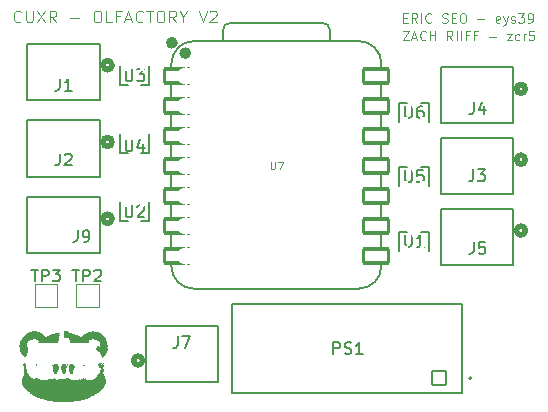
<source format=gto>
%TF.GenerationSoftware,KiCad,Pcbnew,9.0.0*%
%TF.CreationDate,2025-11-02T14:52:09-05:00*%
%TF.ProjectId,OlfactoryDisplay_main_v2,4f6c6661-6374-46f7-9279-446973706c61,rev?*%
%TF.SameCoordinates,Original*%
%TF.FileFunction,Legend,Top*%
%TF.FilePolarity,Positive*%
%FSLAX46Y46*%
G04 Gerber Fmt 4.6, Leading zero omitted, Abs format (unit mm)*
G04 Created by KiCad (PCBNEW 9.0.0) date 2025-11-02 14:52:09*
%MOMM*%
%LPD*%
G01*
G04 APERTURE LIST*
G04 Aperture macros list*
%AMRoundRect*
0 Rectangle with rounded corners*
0 $1 Rounding radius*
0 $2 $3 $4 $5 $6 $7 $8 $9 X,Y pos of 4 corners*
0 Add a 4 corners polygon primitive as box body*
4,1,4,$2,$3,$4,$5,$6,$7,$8,$9,$2,$3,0*
0 Add four circle primitives for the rounded corners*
1,1,$1+$1,$2,$3*
1,1,$1+$1,$4,$5*
1,1,$1+$1,$6,$7*
1,1,$1+$1,$8,$9*
0 Add four rect primitives between the rounded corners*
20,1,$1+$1,$2,$3,$4,$5,0*
20,1,$1+$1,$4,$5,$6,$7,0*
20,1,$1+$1,$6,$7,$8,$9,0*
20,1,$1+$1,$8,$9,$2,$3,0*%
G04 Aperture macros list end*
%ADD10C,0.100000*%
%ADD11C,0.150000*%
%ADD12C,0.101600*%
%ADD13C,0.152400*%
%ADD14C,0.508000*%
%ADD15C,0.127000*%
%ADD16C,0.504000*%
%ADD17C,0.120000*%
%ADD18C,0.000000*%
%ADD19C,0.200000*%
%ADD20C,1.270000*%
%ADD21R,0.457200X1.117600*%
%ADD22C,3.500000*%
%ADD23RoundRect,0.152400X1.063600X0.609600X-1.063600X0.609600X-1.063600X-0.609600X1.063600X-0.609600X0*%
%ADD24C,1.524000*%
%ADD25RoundRect,0.152400X-1.063600X-0.609600X1.063600X-0.609600X1.063600X0.609600X-1.063600X0.609600X0*%
%ADD26R,1.500000X1.500000*%
%ADD27RoundRect,0.102000X0.590000X0.590000X-0.590000X0.590000X-0.590000X-0.590000X0.590000X-0.590000X0*%
%ADD28C,1.384000*%
G04 APERTURE END LIST*
D10*
X116680074Y-81915395D02*
X117213408Y-81915395D01*
X117213408Y-81915395D02*
X116680074Y-82715395D01*
X116680074Y-82715395D02*
X117213408Y-82715395D01*
X117480074Y-82486823D02*
X117861027Y-82486823D01*
X117403884Y-82715395D02*
X117670551Y-81915395D01*
X117670551Y-81915395D02*
X117937217Y-82715395D01*
X118661027Y-82639204D02*
X118622931Y-82677300D01*
X118622931Y-82677300D02*
X118508646Y-82715395D01*
X118508646Y-82715395D02*
X118432455Y-82715395D01*
X118432455Y-82715395D02*
X118318169Y-82677300D01*
X118318169Y-82677300D02*
X118241979Y-82601109D01*
X118241979Y-82601109D02*
X118203884Y-82524919D01*
X118203884Y-82524919D02*
X118165788Y-82372538D01*
X118165788Y-82372538D02*
X118165788Y-82258252D01*
X118165788Y-82258252D02*
X118203884Y-82105871D01*
X118203884Y-82105871D02*
X118241979Y-82029680D01*
X118241979Y-82029680D02*
X118318169Y-81953490D01*
X118318169Y-81953490D02*
X118432455Y-81915395D01*
X118432455Y-81915395D02*
X118508646Y-81915395D01*
X118508646Y-81915395D02*
X118622931Y-81953490D01*
X118622931Y-81953490D02*
X118661027Y-81991585D01*
X119003884Y-82715395D02*
X119003884Y-81915395D01*
X119003884Y-82296347D02*
X119461027Y-82296347D01*
X119461027Y-82715395D02*
X119461027Y-81915395D01*
X120908646Y-82715395D02*
X120641979Y-82334442D01*
X120451503Y-82715395D02*
X120451503Y-81915395D01*
X120451503Y-81915395D02*
X120756265Y-81915395D01*
X120756265Y-81915395D02*
X120832455Y-81953490D01*
X120832455Y-81953490D02*
X120870550Y-81991585D01*
X120870550Y-81991585D02*
X120908646Y-82067776D01*
X120908646Y-82067776D02*
X120908646Y-82182061D01*
X120908646Y-82182061D02*
X120870550Y-82258252D01*
X120870550Y-82258252D02*
X120832455Y-82296347D01*
X120832455Y-82296347D02*
X120756265Y-82334442D01*
X120756265Y-82334442D02*
X120451503Y-82334442D01*
X121251503Y-82715395D02*
X121251503Y-81915395D01*
X121632455Y-82715395D02*
X121632455Y-81915395D01*
X122280073Y-82296347D02*
X122013407Y-82296347D01*
X122013407Y-82715395D02*
X122013407Y-81915395D01*
X122013407Y-81915395D02*
X122394359Y-81915395D01*
X122965787Y-82296347D02*
X122699121Y-82296347D01*
X122699121Y-82715395D02*
X122699121Y-81915395D01*
X122699121Y-81915395D02*
X123080073Y-81915395D01*
X123994359Y-82410633D02*
X124603883Y-82410633D01*
X125518168Y-82182061D02*
X125937216Y-82182061D01*
X125937216Y-82182061D02*
X125518168Y-82715395D01*
X125518168Y-82715395D02*
X125937216Y-82715395D01*
X126584835Y-82677300D02*
X126508644Y-82715395D01*
X126508644Y-82715395D02*
X126356263Y-82715395D01*
X126356263Y-82715395D02*
X126280073Y-82677300D01*
X126280073Y-82677300D02*
X126241978Y-82639204D01*
X126241978Y-82639204D02*
X126203882Y-82563014D01*
X126203882Y-82563014D02*
X126203882Y-82334442D01*
X126203882Y-82334442D02*
X126241978Y-82258252D01*
X126241978Y-82258252D02*
X126280073Y-82220157D01*
X126280073Y-82220157D02*
X126356263Y-82182061D01*
X126356263Y-82182061D02*
X126508644Y-82182061D01*
X126508644Y-82182061D02*
X126584835Y-82220157D01*
X126927692Y-82715395D02*
X126927692Y-82182061D01*
X126927692Y-82334442D02*
X126965787Y-82258252D01*
X126965787Y-82258252D02*
X127003882Y-82220157D01*
X127003882Y-82220157D02*
X127080073Y-82182061D01*
X127080073Y-82182061D02*
X127156263Y-82182061D01*
X127803882Y-81915395D02*
X127422930Y-81915395D01*
X127422930Y-81915395D02*
X127384834Y-82296347D01*
X127384834Y-82296347D02*
X127422930Y-82258252D01*
X127422930Y-82258252D02*
X127499120Y-82220157D01*
X127499120Y-82220157D02*
X127689596Y-82220157D01*
X127689596Y-82220157D02*
X127765787Y-82258252D01*
X127765787Y-82258252D02*
X127803882Y-82296347D01*
X127803882Y-82296347D02*
X127841977Y-82372538D01*
X127841977Y-82372538D02*
X127841977Y-82563014D01*
X127841977Y-82563014D02*
X127803882Y-82639204D01*
X127803882Y-82639204D02*
X127765787Y-82677300D01*
X127765787Y-82677300D02*
X127689596Y-82715395D01*
X127689596Y-82715395D02*
X127499120Y-82715395D01*
X127499120Y-82715395D02*
X127422930Y-82677300D01*
X127422930Y-82677300D02*
X127384834Y-82639204D01*
X84375312Y-81095680D02*
X84327693Y-81143300D01*
X84327693Y-81143300D02*
X84184836Y-81190919D01*
X84184836Y-81190919D02*
X84089598Y-81190919D01*
X84089598Y-81190919D02*
X83946741Y-81143300D01*
X83946741Y-81143300D02*
X83851503Y-81048061D01*
X83851503Y-81048061D02*
X83803884Y-80952823D01*
X83803884Y-80952823D02*
X83756265Y-80762347D01*
X83756265Y-80762347D02*
X83756265Y-80619490D01*
X83756265Y-80619490D02*
X83803884Y-80429014D01*
X83803884Y-80429014D02*
X83851503Y-80333776D01*
X83851503Y-80333776D02*
X83946741Y-80238538D01*
X83946741Y-80238538D02*
X84089598Y-80190919D01*
X84089598Y-80190919D02*
X84184836Y-80190919D01*
X84184836Y-80190919D02*
X84327693Y-80238538D01*
X84327693Y-80238538D02*
X84375312Y-80286157D01*
X84803884Y-80190919D02*
X84803884Y-81000442D01*
X84803884Y-81000442D02*
X84851503Y-81095680D01*
X84851503Y-81095680D02*
X84899122Y-81143300D01*
X84899122Y-81143300D02*
X84994360Y-81190919D01*
X84994360Y-81190919D02*
X85184836Y-81190919D01*
X85184836Y-81190919D02*
X85280074Y-81143300D01*
X85280074Y-81143300D02*
X85327693Y-81095680D01*
X85327693Y-81095680D02*
X85375312Y-81000442D01*
X85375312Y-81000442D02*
X85375312Y-80190919D01*
X85756265Y-80190919D02*
X86422931Y-81190919D01*
X86422931Y-80190919D02*
X85756265Y-81190919D01*
X87375312Y-81190919D02*
X87041979Y-80714728D01*
X86803884Y-81190919D02*
X86803884Y-80190919D01*
X86803884Y-80190919D02*
X87184836Y-80190919D01*
X87184836Y-80190919D02*
X87280074Y-80238538D01*
X87280074Y-80238538D02*
X87327693Y-80286157D01*
X87327693Y-80286157D02*
X87375312Y-80381395D01*
X87375312Y-80381395D02*
X87375312Y-80524252D01*
X87375312Y-80524252D02*
X87327693Y-80619490D01*
X87327693Y-80619490D02*
X87280074Y-80667109D01*
X87280074Y-80667109D02*
X87184836Y-80714728D01*
X87184836Y-80714728D02*
X86803884Y-80714728D01*
X88565789Y-80809966D02*
X89327694Y-80809966D01*
X90756265Y-80190919D02*
X90946741Y-80190919D01*
X90946741Y-80190919D02*
X91041979Y-80238538D01*
X91041979Y-80238538D02*
X91137217Y-80333776D01*
X91137217Y-80333776D02*
X91184836Y-80524252D01*
X91184836Y-80524252D02*
X91184836Y-80857585D01*
X91184836Y-80857585D02*
X91137217Y-81048061D01*
X91137217Y-81048061D02*
X91041979Y-81143300D01*
X91041979Y-81143300D02*
X90946741Y-81190919D01*
X90946741Y-81190919D02*
X90756265Y-81190919D01*
X90756265Y-81190919D02*
X90661027Y-81143300D01*
X90661027Y-81143300D02*
X90565789Y-81048061D01*
X90565789Y-81048061D02*
X90518170Y-80857585D01*
X90518170Y-80857585D02*
X90518170Y-80524252D01*
X90518170Y-80524252D02*
X90565789Y-80333776D01*
X90565789Y-80333776D02*
X90661027Y-80238538D01*
X90661027Y-80238538D02*
X90756265Y-80190919D01*
X92089598Y-81190919D02*
X91613408Y-81190919D01*
X91613408Y-81190919D02*
X91613408Y-80190919D01*
X92756265Y-80667109D02*
X92422932Y-80667109D01*
X92422932Y-81190919D02*
X92422932Y-80190919D01*
X92422932Y-80190919D02*
X92899122Y-80190919D01*
X93232456Y-80905204D02*
X93708646Y-80905204D01*
X93137218Y-81190919D02*
X93470551Y-80190919D01*
X93470551Y-80190919D02*
X93803884Y-81190919D01*
X94708646Y-81095680D02*
X94661027Y-81143300D01*
X94661027Y-81143300D02*
X94518170Y-81190919D01*
X94518170Y-81190919D02*
X94422932Y-81190919D01*
X94422932Y-81190919D02*
X94280075Y-81143300D01*
X94280075Y-81143300D02*
X94184837Y-81048061D01*
X94184837Y-81048061D02*
X94137218Y-80952823D01*
X94137218Y-80952823D02*
X94089599Y-80762347D01*
X94089599Y-80762347D02*
X94089599Y-80619490D01*
X94089599Y-80619490D02*
X94137218Y-80429014D01*
X94137218Y-80429014D02*
X94184837Y-80333776D01*
X94184837Y-80333776D02*
X94280075Y-80238538D01*
X94280075Y-80238538D02*
X94422932Y-80190919D01*
X94422932Y-80190919D02*
X94518170Y-80190919D01*
X94518170Y-80190919D02*
X94661027Y-80238538D01*
X94661027Y-80238538D02*
X94708646Y-80286157D01*
X94994361Y-80190919D02*
X95565789Y-80190919D01*
X95280075Y-81190919D02*
X95280075Y-80190919D01*
X96089599Y-80190919D02*
X96280075Y-80190919D01*
X96280075Y-80190919D02*
X96375313Y-80238538D01*
X96375313Y-80238538D02*
X96470551Y-80333776D01*
X96470551Y-80333776D02*
X96518170Y-80524252D01*
X96518170Y-80524252D02*
X96518170Y-80857585D01*
X96518170Y-80857585D02*
X96470551Y-81048061D01*
X96470551Y-81048061D02*
X96375313Y-81143300D01*
X96375313Y-81143300D02*
X96280075Y-81190919D01*
X96280075Y-81190919D02*
X96089599Y-81190919D01*
X96089599Y-81190919D02*
X95994361Y-81143300D01*
X95994361Y-81143300D02*
X95899123Y-81048061D01*
X95899123Y-81048061D02*
X95851504Y-80857585D01*
X95851504Y-80857585D02*
X95851504Y-80524252D01*
X95851504Y-80524252D02*
X95899123Y-80333776D01*
X95899123Y-80333776D02*
X95994361Y-80238538D01*
X95994361Y-80238538D02*
X96089599Y-80190919D01*
X97518170Y-81190919D02*
X97184837Y-80714728D01*
X96946742Y-81190919D02*
X96946742Y-80190919D01*
X96946742Y-80190919D02*
X97327694Y-80190919D01*
X97327694Y-80190919D02*
X97422932Y-80238538D01*
X97422932Y-80238538D02*
X97470551Y-80286157D01*
X97470551Y-80286157D02*
X97518170Y-80381395D01*
X97518170Y-80381395D02*
X97518170Y-80524252D01*
X97518170Y-80524252D02*
X97470551Y-80619490D01*
X97470551Y-80619490D02*
X97422932Y-80667109D01*
X97422932Y-80667109D02*
X97327694Y-80714728D01*
X97327694Y-80714728D02*
X96946742Y-80714728D01*
X98137218Y-80714728D02*
X98137218Y-81190919D01*
X97803885Y-80190919D02*
X98137218Y-80714728D01*
X98137218Y-80714728D02*
X98470551Y-80190919D01*
X99422933Y-80190919D02*
X99756266Y-81190919D01*
X99756266Y-81190919D02*
X100089599Y-80190919D01*
X100375314Y-80286157D02*
X100422933Y-80238538D01*
X100422933Y-80238538D02*
X100518171Y-80190919D01*
X100518171Y-80190919D02*
X100756266Y-80190919D01*
X100756266Y-80190919D02*
X100851504Y-80238538D01*
X100851504Y-80238538D02*
X100899123Y-80286157D01*
X100899123Y-80286157D02*
X100946742Y-80381395D01*
X100946742Y-80381395D02*
X100946742Y-80476633D01*
X100946742Y-80476633D02*
X100899123Y-80619490D01*
X100899123Y-80619490D02*
X100327695Y-81190919D01*
X100327695Y-81190919D02*
X100946742Y-81190919D01*
X116756265Y-80796347D02*
X117022931Y-80796347D01*
X117137217Y-81215395D02*
X116756265Y-81215395D01*
X116756265Y-81215395D02*
X116756265Y-80415395D01*
X116756265Y-80415395D02*
X117137217Y-80415395D01*
X117937218Y-81215395D02*
X117670551Y-80834442D01*
X117480075Y-81215395D02*
X117480075Y-80415395D01*
X117480075Y-80415395D02*
X117784837Y-80415395D01*
X117784837Y-80415395D02*
X117861027Y-80453490D01*
X117861027Y-80453490D02*
X117899122Y-80491585D01*
X117899122Y-80491585D02*
X117937218Y-80567776D01*
X117937218Y-80567776D02*
X117937218Y-80682061D01*
X117937218Y-80682061D02*
X117899122Y-80758252D01*
X117899122Y-80758252D02*
X117861027Y-80796347D01*
X117861027Y-80796347D02*
X117784837Y-80834442D01*
X117784837Y-80834442D02*
X117480075Y-80834442D01*
X118280075Y-81215395D02*
X118280075Y-80415395D01*
X119118170Y-81139204D02*
X119080074Y-81177300D01*
X119080074Y-81177300D02*
X118965789Y-81215395D01*
X118965789Y-81215395D02*
X118889598Y-81215395D01*
X118889598Y-81215395D02*
X118775312Y-81177300D01*
X118775312Y-81177300D02*
X118699122Y-81101109D01*
X118699122Y-81101109D02*
X118661027Y-81024919D01*
X118661027Y-81024919D02*
X118622931Y-80872538D01*
X118622931Y-80872538D02*
X118622931Y-80758252D01*
X118622931Y-80758252D02*
X118661027Y-80605871D01*
X118661027Y-80605871D02*
X118699122Y-80529680D01*
X118699122Y-80529680D02*
X118775312Y-80453490D01*
X118775312Y-80453490D02*
X118889598Y-80415395D01*
X118889598Y-80415395D02*
X118965789Y-80415395D01*
X118965789Y-80415395D02*
X119080074Y-80453490D01*
X119080074Y-80453490D02*
X119118170Y-80491585D01*
X120032455Y-81177300D02*
X120146741Y-81215395D01*
X120146741Y-81215395D02*
X120337217Y-81215395D01*
X120337217Y-81215395D02*
X120413408Y-81177300D01*
X120413408Y-81177300D02*
X120451503Y-81139204D01*
X120451503Y-81139204D02*
X120489598Y-81063014D01*
X120489598Y-81063014D02*
X120489598Y-80986823D01*
X120489598Y-80986823D02*
X120451503Y-80910633D01*
X120451503Y-80910633D02*
X120413408Y-80872538D01*
X120413408Y-80872538D02*
X120337217Y-80834442D01*
X120337217Y-80834442D02*
X120184836Y-80796347D01*
X120184836Y-80796347D02*
X120108646Y-80758252D01*
X120108646Y-80758252D02*
X120070551Y-80720157D01*
X120070551Y-80720157D02*
X120032455Y-80643966D01*
X120032455Y-80643966D02*
X120032455Y-80567776D01*
X120032455Y-80567776D02*
X120070551Y-80491585D01*
X120070551Y-80491585D02*
X120108646Y-80453490D01*
X120108646Y-80453490D02*
X120184836Y-80415395D01*
X120184836Y-80415395D02*
X120375313Y-80415395D01*
X120375313Y-80415395D02*
X120489598Y-80453490D01*
X120832456Y-80796347D02*
X121099122Y-80796347D01*
X121213408Y-81215395D02*
X120832456Y-81215395D01*
X120832456Y-81215395D02*
X120832456Y-80415395D01*
X120832456Y-80415395D02*
X121213408Y-80415395D01*
X121708647Y-80415395D02*
X121861028Y-80415395D01*
X121861028Y-80415395D02*
X121937218Y-80453490D01*
X121937218Y-80453490D02*
X122013409Y-80529680D01*
X122013409Y-80529680D02*
X122051504Y-80682061D01*
X122051504Y-80682061D02*
X122051504Y-80948728D01*
X122051504Y-80948728D02*
X122013409Y-81101109D01*
X122013409Y-81101109D02*
X121937218Y-81177300D01*
X121937218Y-81177300D02*
X121861028Y-81215395D01*
X121861028Y-81215395D02*
X121708647Y-81215395D01*
X121708647Y-81215395D02*
X121632456Y-81177300D01*
X121632456Y-81177300D02*
X121556266Y-81101109D01*
X121556266Y-81101109D02*
X121518170Y-80948728D01*
X121518170Y-80948728D02*
X121518170Y-80682061D01*
X121518170Y-80682061D02*
X121556266Y-80529680D01*
X121556266Y-80529680D02*
X121632456Y-80453490D01*
X121632456Y-80453490D02*
X121708647Y-80415395D01*
X123003885Y-80910633D02*
X123613409Y-80910633D01*
X124908647Y-81177300D02*
X124832456Y-81215395D01*
X124832456Y-81215395D02*
X124680075Y-81215395D01*
X124680075Y-81215395D02*
X124603885Y-81177300D01*
X124603885Y-81177300D02*
X124565789Y-81101109D01*
X124565789Y-81101109D02*
X124565789Y-80796347D01*
X124565789Y-80796347D02*
X124603885Y-80720157D01*
X124603885Y-80720157D02*
X124680075Y-80682061D01*
X124680075Y-80682061D02*
X124832456Y-80682061D01*
X124832456Y-80682061D02*
X124908647Y-80720157D01*
X124908647Y-80720157D02*
X124946742Y-80796347D01*
X124946742Y-80796347D02*
X124946742Y-80872538D01*
X124946742Y-80872538D02*
X124565789Y-80948728D01*
X125213408Y-80682061D02*
X125403884Y-81215395D01*
X125594361Y-80682061D02*
X125403884Y-81215395D01*
X125403884Y-81215395D02*
X125327694Y-81405871D01*
X125327694Y-81405871D02*
X125289599Y-81443966D01*
X125289599Y-81443966D02*
X125213408Y-81482061D01*
X125861027Y-81177300D02*
X125937218Y-81215395D01*
X125937218Y-81215395D02*
X126089599Y-81215395D01*
X126089599Y-81215395D02*
X126165789Y-81177300D01*
X126165789Y-81177300D02*
X126203885Y-81101109D01*
X126203885Y-81101109D02*
X126203885Y-81063014D01*
X126203885Y-81063014D02*
X126165789Y-80986823D01*
X126165789Y-80986823D02*
X126089599Y-80948728D01*
X126089599Y-80948728D02*
X125975313Y-80948728D01*
X125975313Y-80948728D02*
X125899123Y-80910633D01*
X125899123Y-80910633D02*
X125861027Y-80834442D01*
X125861027Y-80834442D02*
X125861027Y-80796347D01*
X125861027Y-80796347D02*
X125899123Y-80720157D01*
X125899123Y-80720157D02*
X125975313Y-80682061D01*
X125975313Y-80682061D02*
X126089599Y-80682061D01*
X126089599Y-80682061D02*
X126165789Y-80720157D01*
X126470551Y-80415395D02*
X126965789Y-80415395D01*
X126965789Y-80415395D02*
X126699123Y-80720157D01*
X126699123Y-80720157D02*
X126813408Y-80720157D01*
X126813408Y-80720157D02*
X126889599Y-80758252D01*
X126889599Y-80758252D02*
X126927694Y-80796347D01*
X126927694Y-80796347D02*
X126965789Y-80872538D01*
X126965789Y-80872538D02*
X126965789Y-81063014D01*
X126965789Y-81063014D02*
X126927694Y-81139204D01*
X126927694Y-81139204D02*
X126889599Y-81177300D01*
X126889599Y-81177300D02*
X126813408Y-81215395D01*
X126813408Y-81215395D02*
X126584837Y-81215395D01*
X126584837Y-81215395D02*
X126508646Y-81177300D01*
X126508646Y-81177300D02*
X126470551Y-81139204D01*
X127346742Y-81215395D02*
X127499123Y-81215395D01*
X127499123Y-81215395D02*
X127575313Y-81177300D01*
X127575313Y-81177300D02*
X127613409Y-81139204D01*
X127613409Y-81139204D02*
X127689599Y-81024919D01*
X127689599Y-81024919D02*
X127727694Y-80872538D01*
X127727694Y-80872538D02*
X127727694Y-80567776D01*
X127727694Y-80567776D02*
X127689599Y-80491585D01*
X127689599Y-80491585D02*
X127651504Y-80453490D01*
X127651504Y-80453490D02*
X127575313Y-80415395D01*
X127575313Y-80415395D02*
X127422932Y-80415395D01*
X127422932Y-80415395D02*
X127346742Y-80453490D01*
X127346742Y-80453490D02*
X127308647Y-80491585D01*
X127308647Y-80491585D02*
X127270551Y-80567776D01*
X127270551Y-80567776D02*
X127270551Y-80758252D01*
X127270551Y-80758252D02*
X127308647Y-80834442D01*
X127308647Y-80834442D02*
X127346742Y-80872538D01*
X127346742Y-80872538D02*
X127422932Y-80910633D01*
X127422932Y-80910633D02*
X127575313Y-80910633D01*
X127575313Y-80910633D02*
X127651504Y-80872538D01*
X127651504Y-80872538D02*
X127689599Y-80834442D01*
X127689599Y-80834442D02*
X127727694Y-80758252D01*
D11*
X122666666Y-93633717D02*
X122666666Y-94348002D01*
X122666666Y-94348002D02*
X122619047Y-94490859D01*
X122619047Y-94490859D02*
X122523809Y-94586098D01*
X122523809Y-94586098D02*
X122380952Y-94633717D01*
X122380952Y-94633717D02*
X122285714Y-94633717D01*
X123047619Y-93633717D02*
X123666666Y-93633717D01*
X123666666Y-93633717D02*
X123333333Y-94014669D01*
X123333333Y-94014669D02*
X123476190Y-94014669D01*
X123476190Y-94014669D02*
X123571428Y-94062288D01*
X123571428Y-94062288D02*
X123619047Y-94109907D01*
X123619047Y-94109907D02*
X123666666Y-94205145D01*
X123666666Y-94205145D02*
X123666666Y-94443240D01*
X123666666Y-94443240D02*
X123619047Y-94538478D01*
X123619047Y-94538478D02*
X123571428Y-94586098D01*
X123571428Y-94586098D02*
X123476190Y-94633717D01*
X123476190Y-94633717D02*
X123190476Y-94633717D01*
X123190476Y-94633717D02*
X123095238Y-94586098D01*
X123095238Y-94586098D02*
X123047619Y-94538478D01*
X93238095Y-96685719D02*
X93238095Y-97495242D01*
X93238095Y-97495242D02*
X93285714Y-97590480D01*
X93285714Y-97590480D02*
X93333333Y-97638100D01*
X93333333Y-97638100D02*
X93428571Y-97685719D01*
X93428571Y-97685719D02*
X93619047Y-97685719D01*
X93619047Y-97685719D02*
X93714285Y-97638100D01*
X93714285Y-97638100D02*
X93761904Y-97590480D01*
X93761904Y-97590480D02*
X93809523Y-97495242D01*
X93809523Y-97495242D02*
X93809523Y-96685719D01*
X94238095Y-96780957D02*
X94285714Y-96733338D01*
X94285714Y-96733338D02*
X94380952Y-96685719D01*
X94380952Y-96685719D02*
X94619047Y-96685719D01*
X94619047Y-96685719D02*
X94714285Y-96733338D01*
X94714285Y-96733338D02*
X94761904Y-96780957D01*
X94761904Y-96780957D02*
X94809523Y-96876195D01*
X94809523Y-96876195D02*
X94809523Y-96971433D01*
X94809523Y-96971433D02*
X94761904Y-97114290D01*
X94761904Y-97114290D02*
X94190476Y-97685719D01*
X94190476Y-97685719D02*
X94809523Y-97685719D01*
X87666667Y-92299718D02*
X87666667Y-93014003D01*
X87666667Y-93014003D02*
X87619048Y-93156860D01*
X87619048Y-93156860D02*
X87523810Y-93252099D01*
X87523810Y-93252099D02*
X87380953Y-93299718D01*
X87380953Y-93299718D02*
X87285715Y-93299718D01*
X88095239Y-92394956D02*
X88142858Y-92347337D01*
X88142858Y-92347337D02*
X88238096Y-92299718D01*
X88238096Y-92299718D02*
X88476191Y-92299718D01*
X88476191Y-92299718D02*
X88571429Y-92347337D01*
X88571429Y-92347337D02*
X88619048Y-92394956D01*
X88619048Y-92394956D02*
X88666667Y-92490194D01*
X88666667Y-92490194D02*
X88666667Y-92585432D01*
X88666667Y-92585432D02*
X88619048Y-92728289D01*
X88619048Y-92728289D02*
X88047620Y-93299718D01*
X88047620Y-93299718D02*
X88666667Y-93299718D01*
X116888095Y-99175019D02*
X116888095Y-99984542D01*
X116888095Y-99984542D02*
X116935714Y-100079780D01*
X116935714Y-100079780D02*
X116983333Y-100127400D01*
X116983333Y-100127400D02*
X117078571Y-100175019D01*
X117078571Y-100175019D02*
X117269047Y-100175019D01*
X117269047Y-100175019D02*
X117364285Y-100127400D01*
X117364285Y-100127400D02*
X117411904Y-100079780D01*
X117411904Y-100079780D02*
X117459523Y-99984542D01*
X117459523Y-99984542D02*
X117459523Y-99175019D01*
X118459523Y-100175019D02*
X117888095Y-100175019D01*
X118173809Y-100175019D02*
X118173809Y-99175019D01*
X118173809Y-99175019D02*
X118078571Y-99317876D01*
X118078571Y-99317876D02*
X117983333Y-99413114D01*
X117983333Y-99413114D02*
X117888095Y-99460733D01*
D12*
X105516190Y-92971979D02*
X105516190Y-93486026D01*
X105516190Y-93486026D02*
X105546428Y-93546502D01*
X105546428Y-93546502D02*
X105576666Y-93576741D01*
X105576666Y-93576741D02*
X105637142Y-93606979D01*
X105637142Y-93606979D02*
X105758095Y-93606979D01*
X105758095Y-93606979D02*
X105818571Y-93576741D01*
X105818571Y-93576741D02*
X105848809Y-93546502D01*
X105848809Y-93546502D02*
X105879047Y-93486026D01*
X105879047Y-93486026D02*
X105879047Y-92971979D01*
X106120952Y-92971979D02*
X106544285Y-92971979D01*
X106544285Y-92971979D02*
X106272142Y-93606979D01*
D11*
X89166667Y-98773319D02*
X89166667Y-99487604D01*
X89166667Y-99487604D02*
X89119048Y-99630461D01*
X89119048Y-99630461D02*
X89023810Y-99725700D01*
X89023810Y-99725700D02*
X88880953Y-99773319D01*
X88880953Y-99773319D02*
X88785715Y-99773319D01*
X89690477Y-99773319D02*
X89880953Y-99773319D01*
X89880953Y-99773319D02*
X89976191Y-99725700D01*
X89976191Y-99725700D02*
X90023810Y-99678080D01*
X90023810Y-99678080D02*
X90119048Y-99535223D01*
X90119048Y-99535223D02*
X90166667Y-99344747D01*
X90166667Y-99344747D02*
X90166667Y-98963795D01*
X90166667Y-98963795D02*
X90119048Y-98868557D01*
X90119048Y-98868557D02*
X90071429Y-98820938D01*
X90071429Y-98820938D02*
X89976191Y-98773319D01*
X89976191Y-98773319D02*
X89785715Y-98773319D01*
X89785715Y-98773319D02*
X89690477Y-98820938D01*
X89690477Y-98820938D02*
X89642858Y-98868557D01*
X89642858Y-98868557D02*
X89595239Y-98963795D01*
X89595239Y-98963795D02*
X89595239Y-99201890D01*
X89595239Y-99201890D02*
X89642858Y-99297128D01*
X89642858Y-99297128D02*
X89690477Y-99344747D01*
X89690477Y-99344747D02*
X89785715Y-99392366D01*
X89785715Y-99392366D02*
X89976191Y-99392366D01*
X89976191Y-99392366D02*
X90071429Y-99344747D01*
X90071429Y-99344747D02*
X90119048Y-99297128D01*
X90119048Y-99297128D02*
X90166667Y-99201890D01*
X85238095Y-102125319D02*
X85809523Y-102125319D01*
X85523809Y-103125319D02*
X85523809Y-102125319D01*
X86142857Y-103125319D02*
X86142857Y-102125319D01*
X86142857Y-102125319D02*
X86523809Y-102125319D01*
X86523809Y-102125319D02*
X86619047Y-102172938D01*
X86619047Y-102172938D02*
X86666666Y-102220557D01*
X86666666Y-102220557D02*
X86714285Y-102315795D01*
X86714285Y-102315795D02*
X86714285Y-102458652D01*
X86714285Y-102458652D02*
X86666666Y-102553890D01*
X86666666Y-102553890D02*
X86619047Y-102601509D01*
X86619047Y-102601509D02*
X86523809Y-102649128D01*
X86523809Y-102649128D02*
X86142857Y-102649128D01*
X87047619Y-102125319D02*
X87666666Y-102125319D01*
X87666666Y-102125319D02*
X87333333Y-102506271D01*
X87333333Y-102506271D02*
X87476190Y-102506271D01*
X87476190Y-102506271D02*
X87571428Y-102553890D01*
X87571428Y-102553890D02*
X87619047Y-102601509D01*
X87619047Y-102601509D02*
X87666666Y-102696747D01*
X87666666Y-102696747D02*
X87666666Y-102934842D01*
X87666666Y-102934842D02*
X87619047Y-103030080D01*
X87619047Y-103030080D02*
X87571428Y-103077700D01*
X87571428Y-103077700D02*
X87476190Y-103125319D01*
X87476190Y-103125319D02*
X87190476Y-103125319D01*
X87190476Y-103125319D02*
X87095238Y-103077700D01*
X87095238Y-103077700D02*
X87047619Y-103030080D01*
X122706165Y-87965719D02*
X122706165Y-88680004D01*
X122706165Y-88680004D02*
X122658546Y-88822861D01*
X122658546Y-88822861D02*
X122563308Y-88918100D01*
X122563308Y-88918100D02*
X122420451Y-88965719D01*
X122420451Y-88965719D02*
X122325213Y-88965719D01*
X123610927Y-88299052D02*
X123610927Y-88965719D01*
X123372832Y-87918100D02*
X123134737Y-88632385D01*
X123134737Y-88632385D02*
X123753784Y-88632385D01*
X93238095Y-85175019D02*
X93238095Y-85984542D01*
X93238095Y-85984542D02*
X93285714Y-86079780D01*
X93285714Y-86079780D02*
X93333333Y-86127400D01*
X93333333Y-86127400D02*
X93428571Y-86175019D01*
X93428571Y-86175019D02*
X93619047Y-86175019D01*
X93619047Y-86175019D02*
X93714285Y-86127400D01*
X93714285Y-86127400D02*
X93761904Y-86079780D01*
X93761904Y-86079780D02*
X93809523Y-85984542D01*
X93809523Y-85984542D02*
X93809523Y-85175019D01*
X94190476Y-85175019D02*
X94809523Y-85175019D01*
X94809523Y-85175019D02*
X94476190Y-85555971D01*
X94476190Y-85555971D02*
X94619047Y-85555971D01*
X94619047Y-85555971D02*
X94714285Y-85603590D01*
X94714285Y-85603590D02*
X94761904Y-85651209D01*
X94761904Y-85651209D02*
X94809523Y-85746447D01*
X94809523Y-85746447D02*
X94809523Y-85984542D01*
X94809523Y-85984542D02*
X94761904Y-86079780D01*
X94761904Y-86079780D02*
X94714285Y-86127400D01*
X94714285Y-86127400D02*
X94619047Y-86175019D01*
X94619047Y-86175019D02*
X94333333Y-86175019D01*
X94333333Y-86175019D02*
X94238095Y-86127400D01*
X94238095Y-86127400D02*
X94190476Y-86079780D01*
X116888095Y-93724169D02*
X116888095Y-94533692D01*
X116888095Y-94533692D02*
X116935714Y-94628930D01*
X116935714Y-94628930D02*
X116983333Y-94676550D01*
X116983333Y-94676550D02*
X117078571Y-94724169D01*
X117078571Y-94724169D02*
X117269047Y-94724169D01*
X117269047Y-94724169D02*
X117364285Y-94676550D01*
X117364285Y-94676550D02*
X117411904Y-94628930D01*
X117411904Y-94628930D02*
X117459523Y-94533692D01*
X117459523Y-94533692D02*
X117459523Y-93724169D01*
X118411904Y-93724169D02*
X117935714Y-93724169D01*
X117935714Y-93724169D02*
X117888095Y-94200359D01*
X117888095Y-94200359D02*
X117935714Y-94152740D01*
X117935714Y-94152740D02*
X118030952Y-94105121D01*
X118030952Y-94105121D02*
X118269047Y-94105121D01*
X118269047Y-94105121D02*
X118364285Y-94152740D01*
X118364285Y-94152740D02*
X118411904Y-94200359D01*
X118411904Y-94200359D02*
X118459523Y-94295597D01*
X118459523Y-94295597D02*
X118459523Y-94533692D01*
X118459523Y-94533692D02*
X118411904Y-94628930D01*
X118411904Y-94628930D02*
X118364285Y-94676550D01*
X118364285Y-94676550D02*
X118269047Y-94724169D01*
X118269047Y-94724169D02*
X118030952Y-94724169D01*
X118030952Y-94724169D02*
X117935714Y-94676550D01*
X117935714Y-94676550D02*
X117888095Y-94628930D01*
X93238095Y-91124146D02*
X93238095Y-91933669D01*
X93238095Y-91933669D02*
X93285714Y-92028907D01*
X93285714Y-92028907D02*
X93333333Y-92076527D01*
X93333333Y-92076527D02*
X93428571Y-92124146D01*
X93428571Y-92124146D02*
X93619047Y-92124146D01*
X93619047Y-92124146D02*
X93714285Y-92076527D01*
X93714285Y-92076527D02*
X93761904Y-92028907D01*
X93761904Y-92028907D02*
X93809523Y-91933669D01*
X93809523Y-91933669D02*
X93809523Y-91124146D01*
X94714285Y-91457479D02*
X94714285Y-92124146D01*
X94476190Y-91076527D02*
X94238095Y-91790812D01*
X94238095Y-91790812D02*
X94857142Y-91790812D01*
X87666667Y-85965719D02*
X87666667Y-86680004D01*
X87666667Y-86680004D02*
X87619048Y-86822861D01*
X87619048Y-86822861D02*
X87523810Y-86918100D01*
X87523810Y-86918100D02*
X87380953Y-86965719D01*
X87380953Y-86965719D02*
X87285715Y-86965719D01*
X88666667Y-86965719D02*
X88095239Y-86965719D01*
X88380953Y-86965719D02*
X88380953Y-85965719D01*
X88380953Y-85965719D02*
X88285715Y-86108576D01*
X88285715Y-86108576D02*
X88190477Y-86203814D01*
X88190477Y-86203814D02*
X88095239Y-86251433D01*
X97666667Y-107773319D02*
X97666667Y-108487604D01*
X97666667Y-108487604D02*
X97619048Y-108630461D01*
X97619048Y-108630461D02*
X97523810Y-108725700D01*
X97523810Y-108725700D02*
X97380953Y-108773319D01*
X97380953Y-108773319D02*
X97285715Y-108773319D01*
X98047620Y-107773319D02*
X98714286Y-107773319D01*
X98714286Y-107773319D02*
X98285715Y-108773319D01*
X122706165Y-99799718D02*
X122706165Y-100514003D01*
X122706165Y-100514003D02*
X122658546Y-100656860D01*
X122658546Y-100656860D02*
X122563308Y-100752099D01*
X122563308Y-100752099D02*
X122420451Y-100799718D01*
X122420451Y-100799718D02*
X122325213Y-100799718D01*
X123658546Y-99799718D02*
X123182356Y-99799718D01*
X123182356Y-99799718D02*
X123134737Y-100275908D01*
X123134737Y-100275908D02*
X123182356Y-100228289D01*
X123182356Y-100228289D02*
X123277594Y-100180670D01*
X123277594Y-100180670D02*
X123515689Y-100180670D01*
X123515689Y-100180670D02*
X123610927Y-100228289D01*
X123610927Y-100228289D02*
X123658546Y-100275908D01*
X123658546Y-100275908D02*
X123706165Y-100371146D01*
X123706165Y-100371146D02*
X123706165Y-100609241D01*
X123706165Y-100609241D02*
X123658546Y-100704479D01*
X123658546Y-100704479D02*
X123610927Y-100752099D01*
X123610927Y-100752099D02*
X123515689Y-100799718D01*
X123515689Y-100799718D02*
X123277594Y-100799718D01*
X123277594Y-100799718D02*
X123182356Y-100752099D01*
X123182356Y-100752099D02*
X123134737Y-100704479D01*
X110835714Y-109273319D02*
X110835714Y-108273319D01*
X110835714Y-108273319D02*
X111216666Y-108273319D01*
X111216666Y-108273319D02*
X111311904Y-108320938D01*
X111311904Y-108320938D02*
X111359523Y-108368557D01*
X111359523Y-108368557D02*
X111407142Y-108463795D01*
X111407142Y-108463795D02*
X111407142Y-108606652D01*
X111407142Y-108606652D02*
X111359523Y-108701890D01*
X111359523Y-108701890D02*
X111311904Y-108749509D01*
X111311904Y-108749509D02*
X111216666Y-108797128D01*
X111216666Y-108797128D02*
X110835714Y-108797128D01*
X111788095Y-109225700D02*
X111930952Y-109273319D01*
X111930952Y-109273319D02*
X112169047Y-109273319D01*
X112169047Y-109273319D02*
X112264285Y-109225700D01*
X112264285Y-109225700D02*
X112311904Y-109178080D01*
X112311904Y-109178080D02*
X112359523Y-109082842D01*
X112359523Y-109082842D02*
X112359523Y-108987604D01*
X112359523Y-108987604D02*
X112311904Y-108892366D01*
X112311904Y-108892366D02*
X112264285Y-108844747D01*
X112264285Y-108844747D02*
X112169047Y-108797128D01*
X112169047Y-108797128D02*
X111978571Y-108749509D01*
X111978571Y-108749509D02*
X111883333Y-108701890D01*
X111883333Y-108701890D02*
X111835714Y-108654271D01*
X111835714Y-108654271D02*
X111788095Y-108559033D01*
X111788095Y-108559033D02*
X111788095Y-108463795D01*
X111788095Y-108463795D02*
X111835714Y-108368557D01*
X111835714Y-108368557D02*
X111883333Y-108320938D01*
X111883333Y-108320938D02*
X111978571Y-108273319D01*
X111978571Y-108273319D02*
X112216666Y-108273319D01*
X112216666Y-108273319D02*
X112359523Y-108320938D01*
X113311904Y-109273319D02*
X112740476Y-109273319D01*
X113026190Y-109273319D02*
X113026190Y-108273319D01*
X113026190Y-108273319D02*
X112930952Y-108416176D01*
X112930952Y-108416176D02*
X112835714Y-108511414D01*
X112835714Y-108511414D02*
X112740476Y-108559033D01*
X88738095Y-102125319D02*
X89309523Y-102125319D01*
X89023809Y-103125319D02*
X89023809Y-102125319D01*
X89642857Y-103125319D02*
X89642857Y-102125319D01*
X89642857Y-102125319D02*
X90023809Y-102125319D01*
X90023809Y-102125319D02*
X90119047Y-102172938D01*
X90119047Y-102172938D02*
X90166666Y-102220557D01*
X90166666Y-102220557D02*
X90214285Y-102315795D01*
X90214285Y-102315795D02*
X90214285Y-102458652D01*
X90214285Y-102458652D02*
X90166666Y-102553890D01*
X90166666Y-102553890D02*
X90119047Y-102601509D01*
X90119047Y-102601509D02*
X90023809Y-102649128D01*
X90023809Y-102649128D02*
X89642857Y-102649128D01*
X90595238Y-102220557D02*
X90642857Y-102172938D01*
X90642857Y-102172938D02*
X90738095Y-102125319D01*
X90738095Y-102125319D02*
X90976190Y-102125319D01*
X90976190Y-102125319D02*
X91071428Y-102172938D01*
X91071428Y-102172938D02*
X91119047Y-102220557D01*
X91119047Y-102220557D02*
X91166666Y-102315795D01*
X91166666Y-102315795D02*
X91166666Y-102411033D01*
X91166666Y-102411033D02*
X91119047Y-102553890D01*
X91119047Y-102553890D02*
X90547619Y-103125319D01*
X90547619Y-103125319D02*
X91166666Y-103125319D01*
X116888095Y-88273319D02*
X116888095Y-89082842D01*
X116888095Y-89082842D02*
X116935714Y-89178080D01*
X116935714Y-89178080D02*
X116983333Y-89225700D01*
X116983333Y-89225700D02*
X117078571Y-89273319D01*
X117078571Y-89273319D02*
X117269047Y-89273319D01*
X117269047Y-89273319D02*
X117364285Y-89225700D01*
X117364285Y-89225700D02*
X117411904Y-89178080D01*
X117411904Y-89178080D02*
X117459523Y-89082842D01*
X117459523Y-89082842D02*
X117459523Y-88273319D01*
X118364285Y-88273319D02*
X118173809Y-88273319D01*
X118173809Y-88273319D02*
X118078571Y-88320938D01*
X118078571Y-88320938D02*
X118030952Y-88368557D01*
X118030952Y-88368557D02*
X117935714Y-88511414D01*
X117935714Y-88511414D02*
X117888095Y-88701890D01*
X117888095Y-88701890D02*
X117888095Y-89082842D01*
X117888095Y-89082842D02*
X117935714Y-89178080D01*
X117935714Y-89178080D02*
X117983333Y-89225700D01*
X117983333Y-89225700D02*
X118078571Y-89273319D01*
X118078571Y-89273319D02*
X118269047Y-89273319D01*
X118269047Y-89273319D02*
X118364285Y-89225700D01*
X118364285Y-89225700D02*
X118411904Y-89178080D01*
X118411904Y-89178080D02*
X118459523Y-89082842D01*
X118459523Y-89082842D02*
X118459523Y-88844747D01*
X118459523Y-88844747D02*
X118411904Y-88749509D01*
X118411904Y-88749509D02*
X118364285Y-88701890D01*
X118364285Y-88701890D02*
X118269047Y-88654271D01*
X118269047Y-88654271D02*
X118078571Y-88654271D01*
X118078571Y-88654271D02*
X117983333Y-88701890D01*
X117983333Y-88701890D02*
X117935714Y-88749509D01*
X117935714Y-88749509D02*
X117888095Y-88844747D01*
D13*
%TO.C,J3*%
X119926600Y-90991500D02*
X119926600Y-95741301D01*
X119926600Y-95741301D02*
X126073400Y-95741301D01*
X126073400Y-90991500D02*
X119926600Y-90991500D01*
X126073400Y-95741301D02*
X126073400Y-90991500D01*
D14*
X127089400Y-92818500D02*
G75*
G02*
X126327400Y-92818500I-381000J0D01*
G01*
X126327400Y-92818500D02*
G75*
G02*
X127089400Y-92818500I381000J0D01*
G01*
D13*
%TO.C,U2*%
X92768100Y-96420100D02*
X92768100Y-98020300D01*
X92768100Y-98020300D02*
X93438660Y-98020300D01*
X94561340Y-98020300D02*
X95231900Y-98020300D01*
X95231900Y-98020300D02*
X95231900Y-96420100D01*
%TO.C,J2*%
X84926601Y-89491500D02*
X84926601Y-94241301D01*
X84926601Y-94241301D02*
X91073401Y-94241301D01*
X91073401Y-89491500D02*
X84926601Y-89491500D01*
X91073401Y-94241301D02*
X91073401Y-89491500D01*
D14*
X92089401Y-91318500D02*
G75*
G02*
X91327401Y-91318500I-381000J0D01*
G01*
X91327401Y-91318500D02*
G75*
G02*
X92089401Y-91318500I381000J0D01*
G01*
D13*
%TO.C,U1*%
X116418100Y-98920100D02*
X116418100Y-100520300D01*
X117088660Y-98920100D02*
X116418100Y-98920100D01*
X118881900Y-98920100D02*
X118211340Y-98920100D01*
X118881900Y-100520300D02*
X118881900Y-98920100D01*
D15*
%TO.C,U7*%
X97110000Y-101827500D02*
X97110000Y-84682500D01*
X99015000Y-103732500D02*
X112985000Y-103732500D01*
X101505000Y-82777500D02*
X101508728Y-81767228D01*
X102008728Y-81267500D02*
X110004000Y-81267500D01*
X110504000Y-81767500D02*
X110504000Y-82777500D01*
D10*
X112985000Y-82777500D02*
X99015000Y-82777500D01*
D15*
X112985000Y-82777500D02*
X99015000Y-82777500D01*
X114890000Y-101827500D02*
X114890000Y-84682500D01*
X97110000Y-84682500D02*
G75*
G02*
X99015000Y-82777500I1905001J-1D01*
G01*
X99015000Y-103732500D02*
G75*
G02*
X97110000Y-101827500I1J1905001D01*
G01*
X101508728Y-81767228D02*
G75*
G02*
X102008728Y-81267501I500018J-291D01*
G01*
X110004000Y-81267500D02*
G75*
G02*
X110504000Y-81767500I-100J-500100D01*
G01*
X112985000Y-82777500D02*
G75*
G02*
X114890000Y-84682500I0J-1905000D01*
G01*
X114890000Y-101827500D02*
G75*
G02*
X112985000Y-103732500I-1905000J0D01*
G01*
D16*
X97402000Y-82918500D02*
G75*
G02*
X96898000Y-82918500I-252000J0D01*
G01*
X96898000Y-82918500D02*
G75*
G02*
X97402000Y-82918500I252000J0D01*
G01*
X98545000Y-83798500D02*
G75*
G02*
X98041000Y-83798500I-252000J0D01*
G01*
X98041000Y-83798500D02*
G75*
G02*
X98545000Y-83798500I252000J0D01*
G01*
D13*
%TO.C,J9*%
X84926601Y-95991500D02*
X84926601Y-100741301D01*
X84926601Y-100741301D02*
X91073401Y-100741301D01*
X91073401Y-95991500D02*
X84926601Y-95991500D01*
X91073401Y-100741301D02*
X91073401Y-95991500D01*
D14*
X92089401Y-97818500D02*
G75*
G02*
X91327401Y-97818500I-381000J0D01*
G01*
X91327401Y-97818500D02*
G75*
G02*
X92089401Y-97818500I381000J0D01*
G01*
D17*
%TO.C,TP3*%
X85550000Y-103368500D02*
X87450000Y-103368500D01*
X85550000Y-105268500D02*
X85550000Y-103368500D01*
X87450000Y-103368500D02*
X87450000Y-105268500D01*
X87450000Y-105268500D02*
X85550000Y-105268500D01*
D13*
%TO.C,J4*%
X119926600Y-84991500D02*
X119926600Y-89741301D01*
X119926600Y-89741301D02*
X126073400Y-89741301D01*
X126073400Y-84991500D02*
X119926600Y-84991500D01*
X126073400Y-89741301D02*
X126073400Y-84991500D01*
D14*
X127089400Y-86818500D02*
G75*
G02*
X126327400Y-86818500I-381000J0D01*
G01*
X126327400Y-86818500D02*
G75*
G02*
X127089400Y-86818500I381000J0D01*
G01*
D13*
%TO.C,U3*%
X92768100Y-84920100D02*
X92768100Y-86520300D01*
X92768100Y-86520300D02*
X93438660Y-86520300D01*
X94561340Y-86520300D02*
X95231900Y-86520300D01*
X95231900Y-86520300D02*
X95231900Y-84920100D01*
%TO.C,U5*%
X116418100Y-93469250D02*
X116418100Y-95069450D01*
X117088660Y-93469250D02*
X116418100Y-93469250D01*
X118881900Y-93469250D02*
X118211340Y-93469250D01*
X118881900Y-95069450D02*
X118881900Y-93469250D01*
%TO.C,U4*%
X92768100Y-90670100D02*
X92768100Y-92270300D01*
X92768100Y-92270300D02*
X93438660Y-92270300D01*
X94561340Y-92270300D02*
X95231900Y-92270300D01*
X95231900Y-92270300D02*
X95231900Y-90670100D01*
%TO.C,J1*%
X84926601Y-82991500D02*
X84926601Y-87741301D01*
X84926601Y-87741301D02*
X91073401Y-87741301D01*
X91073401Y-82991500D02*
X84926601Y-82991500D01*
X91073401Y-87741301D02*
X91073401Y-82991500D01*
D14*
X92089401Y-84818500D02*
G75*
G02*
X91327401Y-84818500I-381000J0D01*
G01*
X91327401Y-84818500D02*
G75*
G02*
X92089401Y-84818500I381000J0D01*
G01*
D18*
%TO.C,G\u002A\u002A\u002A*%
G36*
X84264264Y-108409373D02*
G01*
X84260514Y-108413124D01*
X84256763Y-108409373D01*
X84260514Y-108405623D01*
X84264264Y-108409373D01*
G37*
G36*
X84264264Y-108806952D02*
G01*
X84260514Y-108810702D01*
X84256763Y-108806952D01*
X84260514Y-108803201D01*
X84264264Y-108806952D01*
G37*
G36*
X84579326Y-110082203D02*
G01*
X84575576Y-110085953D01*
X84571825Y-110082203D01*
X84575576Y-110078452D01*
X84579326Y-110082203D01*
G37*
G36*
X85059421Y-109444577D02*
G01*
X85055670Y-109448328D01*
X85051920Y-109444577D01*
X85055670Y-109440826D01*
X85059421Y-109444577D01*
G37*
G36*
X85059421Y-109602108D02*
G01*
X85055670Y-109605859D01*
X85051920Y-109602108D01*
X85055670Y-109598357D01*
X85059421Y-109602108D01*
G37*
G36*
X85059421Y-109759639D02*
G01*
X85055670Y-109763390D01*
X85051920Y-109759639D01*
X85055670Y-109755888D01*
X85059421Y-109759639D01*
G37*
G36*
X85059421Y-109842155D02*
G01*
X85055670Y-109845906D01*
X85051920Y-109842155D01*
X85055670Y-109838405D01*
X85059421Y-109842155D01*
G37*
G36*
X85059421Y-109999686D02*
G01*
X85055670Y-110003437D01*
X85051920Y-109999686D01*
X85055670Y-109995936D01*
X85059421Y-109999686D01*
G37*
G36*
X85059421Y-110082203D02*
G01*
X85055670Y-110085953D01*
X85051920Y-110082203D01*
X85055670Y-110078452D01*
X85059421Y-110082203D01*
G37*
G36*
X85059421Y-110157217D02*
G01*
X85055670Y-110160968D01*
X85051920Y-110157217D01*
X85055670Y-110153467D01*
X85059421Y-110157217D01*
G37*
G36*
X85059421Y-110239734D02*
G01*
X85055670Y-110243484D01*
X85051920Y-110239734D01*
X85055670Y-110235983D01*
X85059421Y-110239734D01*
G37*
G36*
X85141937Y-109204530D02*
G01*
X85138186Y-109208281D01*
X85134436Y-109204530D01*
X85138186Y-109200779D01*
X85141937Y-109204530D01*
G37*
G36*
X85141937Y-109602108D02*
G01*
X85138186Y-109605859D01*
X85134436Y-109602108D01*
X85138186Y-109598357D01*
X85141937Y-109602108D01*
G37*
G36*
X85141937Y-109842155D02*
G01*
X85138186Y-109845906D01*
X85134436Y-109842155D01*
X85138186Y-109838405D01*
X85141937Y-109842155D01*
G37*
G36*
X85141937Y-110239734D02*
G01*
X85138186Y-110243484D01*
X85134436Y-110239734D01*
X85138186Y-110235983D01*
X85141937Y-110239734D01*
G37*
G36*
X85216952Y-109046999D02*
G01*
X85213201Y-109050750D01*
X85209451Y-109046999D01*
X85213201Y-109043248D01*
X85216952Y-109046999D01*
G37*
G36*
X85216952Y-109204530D02*
G01*
X85213201Y-109208281D01*
X85209451Y-109204530D01*
X85213201Y-109200779D01*
X85216952Y-109204530D01*
G37*
G36*
X85216952Y-109444577D02*
G01*
X85213201Y-109448328D01*
X85209451Y-109444577D01*
X85213201Y-109440826D01*
X85216952Y-109444577D01*
G37*
G36*
X85216952Y-109602108D02*
G01*
X85213201Y-109605859D01*
X85209451Y-109602108D01*
X85213201Y-109598357D01*
X85216952Y-109602108D01*
G37*
G36*
X85216952Y-109999686D02*
G01*
X85213201Y-110003437D01*
X85209451Y-109999686D01*
X85213201Y-109995936D01*
X85216952Y-109999686D01*
G37*
G36*
X85216952Y-110397265D02*
G01*
X85213201Y-110401015D01*
X85209451Y-110397265D01*
X85213201Y-110393514D01*
X85216952Y-110397265D01*
G37*
G36*
X85216952Y-110637312D02*
G01*
X85213201Y-110641063D01*
X85209451Y-110637312D01*
X85213201Y-110633561D01*
X85216952Y-110637312D01*
G37*
G36*
X85299468Y-108889468D02*
G01*
X85295717Y-108893219D01*
X85291967Y-108889468D01*
X85295717Y-108885717D01*
X85299468Y-108889468D01*
G37*
G36*
X85299468Y-108964483D02*
G01*
X85295717Y-108968233D01*
X85291967Y-108964483D01*
X85295717Y-108960732D01*
X85299468Y-108964483D01*
G37*
G36*
X85299468Y-109046999D02*
G01*
X85295717Y-109050750D01*
X85291967Y-109046999D01*
X85295717Y-109043248D01*
X85299468Y-109046999D01*
G37*
G36*
X85299468Y-109204530D02*
G01*
X85295717Y-109208281D01*
X85291967Y-109204530D01*
X85295717Y-109200779D01*
X85299468Y-109204530D01*
G37*
G36*
X85299468Y-109287046D02*
G01*
X85295717Y-109290797D01*
X85291967Y-109287046D01*
X85295717Y-109283295D01*
X85299468Y-109287046D01*
G37*
G36*
X85299468Y-109362061D02*
G01*
X85295717Y-109365812D01*
X85291967Y-109362061D01*
X85295717Y-109358310D01*
X85299468Y-109362061D01*
G37*
G36*
X85299468Y-109444577D02*
G01*
X85295717Y-109448328D01*
X85291967Y-109444577D01*
X85295717Y-109440826D01*
X85299468Y-109444577D01*
G37*
G36*
X85299468Y-109602108D02*
G01*
X85295717Y-109605859D01*
X85291967Y-109602108D01*
X85295717Y-109598357D01*
X85299468Y-109602108D01*
G37*
G36*
X85299468Y-109684624D02*
G01*
X85295717Y-109688375D01*
X85291967Y-109684624D01*
X85295717Y-109680874D01*
X85299468Y-109684624D01*
G37*
G36*
X85299468Y-109759639D02*
G01*
X85295717Y-109763390D01*
X85291967Y-109759639D01*
X85295717Y-109755888D01*
X85299468Y-109759639D01*
G37*
G36*
X85299468Y-109842155D02*
G01*
X85295717Y-109845906D01*
X85291967Y-109842155D01*
X85295717Y-109838405D01*
X85299468Y-109842155D01*
G37*
G36*
X85299468Y-109999686D02*
G01*
X85295717Y-110003437D01*
X85291967Y-109999686D01*
X85295717Y-109995936D01*
X85299468Y-109999686D01*
G37*
G36*
X85299468Y-110082203D02*
G01*
X85295717Y-110085953D01*
X85291967Y-110082203D01*
X85295717Y-110078452D01*
X85299468Y-110082203D01*
G37*
G36*
X85299468Y-110239734D02*
G01*
X85295717Y-110243484D01*
X85291967Y-110239734D01*
X85295717Y-110235983D01*
X85299468Y-110239734D01*
G37*
G36*
X85299468Y-110397265D02*
G01*
X85295717Y-110401015D01*
X85291967Y-110397265D01*
X85295717Y-110393514D01*
X85299468Y-110397265D01*
G37*
G36*
X85299468Y-110479781D02*
G01*
X85295717Y-110483532D01*
X85291967Y-110479781D01*
X85295717Y-110476030D01*
X85299468Y-110479781D01*
G37*
G36*
X85299468Y-110637312D02*
G01*
X85295717Y-110641063D01*
X85291967Y-110637312D01*
X85295717Y-110633561D01*
X85299468Y-110637312D01*
G37*
G36*
X85299468Y-110794843D02*
G01*
X85295717Y-110798594D01*
X85291967Y-110794843D01*
X85295717Y-110791092D01*
X85299468Y-110794843D01*
G37*
G36*
X85299468Y-110877359D02*
G01*
X85295717Y-110881110D01*
X85291967Y-110877359D01*
X85295717Y-110873608D01*
X85299468Y-110877359D01*
G37*
G36*
X85456999Y-108724435D02*
G01*
X85453249Y-108728186D01*
X85449498Y-108724435D01*
X85453249Y-108720685D01*
X85456999Y-108724435D01*
G37*
G36*
X85456999Y-108806952D02*
G01*
X85453249Y-108810702D01*
X85449498Y-108806952D01*
X85453249Y-108803201D01*
X85456999Y-108806952D01*
G37*
G36*
X85456999Y-108964483D02*
G01*
X85453249Y-108968233D01*
X85449498Y-108964483D01*
X85453249Y-108960732D01*
X85456999Y-108964483D01*
G37*
G36*
X85456999Y-109046999D02*
G01*
X85453249Y-109050750D01*
X85449498Y-109046999D01*
X85453249Y-109043248D01*
X85456999Y-109046999D01*
G37*
G36*
X85456999Y-109204530D02*
G01*
X85453249Y-109208281D01*
X85449498Y-109204530D01*
X85453249Y-109200779D01*
X85456999Y-109204530D01*
G37*
G36*
X85456999Y-109362061D02*
G01*
X85453249Y-109365812D01*
X85449498Y-109362061D01*
X85453249Y-109358310D01*
X85456999Y-109362061D01*
G37*
G36*
X85456999Y-109444577D02*
G01*
X85453249Y-109448328D01*
X85449498Y-109444577D01*
X85453249Y-109440826D01*
X85456999Y-109444577D01*
G37*
G36*
X85456999Y-109602108D02*
G01*
X85453249Y-109605859D01*
X85449498Y-109602108D01*
X85453249Y-109598357D01*
X85456999Y-109602108D01*
G37*
G36*
X85456999Y-109759639D02*
G01*
X85453249Y-109763390D01*
X85449498Y-109759639D01*
X85453249Y-109755888D01*
X85456999Y-109759639D01*
G37*
G36*
X85456999Y-109842155D02*
G01*
X85453249Y-109845906D01*
X85449498Y-109842155D01*
X85453249Y-109838405D01*
X85456999Y-109842155D01*
G37*
G36*
X85456999Y-109999686D02*
G01*
X85453249Y-110003437D01*
X85449498Y-109999686D01*
X85453249Y-109995936D01*
X85456999Y-109999686D01*
G37*
G36*
X85456999Y-110157217D02*
G01*
X85453249Y-110160968D01*
X85449498Y-110157217D01*
X85453249Y-110153467D01*
X85456999Y-110157217D01*
G37*
G36*
X85456999Y-110239734D02*
G01*
X85453249Y-110243484D01*
X85449498Y-110239734D01*
X85453249Y-110235983D01*
X85456999Y-110239734D01*
G37*
G36*
X85456999Y-110397265D02*
G01*
X85453249Y-110401015D01*
X85449498Y-110397265D01*
X85453249Y-110393514D01*
X85456999Y-110397265D01*
G37*
G36*
X85456999Y-110479781D02*
G01*
X85453249Y-110483532D01*
X85449498Y-110479781D01*
X85453249Y-110476030D01*
X85456999Y-110479781D01*
G37*
G36*
X85456999Y-110554796D02*
G01*
X85453249Y-110558546D01*
X85449498Y-110554796D01*
X85453249Y-110551045D01*
X85456999Y-110554796D01*
G37*
G36*
X85456999Y-110637312D02*
G01*
X85453249Y-110641063D01*
X85449498Y-110637312D01*
X85453249Y-110633561D01*
X85456999Y-110637312D01*
G37*
G36*
X85456999Y-110794843D02*
G01*
X85453249Y-110798594D01*
X85449498Y-110794843D01*
X85453249Y-110791092D01*
X85456999Y-110794843D01*
G37*
G36*
X85456999Y-110877359D02*
G01*
X85453249Y-110881110D01*
X85449498Y-110877359D01*
X85453249Y-110873608D01*
X85456999Y-110877359D01*
G37*
G36*
X85456999Y-110952374D02*
G01*
X85453249Y-110956125D01*
X85449498Y-110952374D01*
X85453249Y-110948623D01*
X85456999Y-110952374D01*
G37*
G36*
X85456999Y-111034890D02*
G01*
X85453249Y-111038641D01*
X85449498Y-111034890D01*
X85453249Y-111031139D01*
X85456999Y-111034890D01*
G37*
G36*
X85539515Y-108649421D02*
G01*
X85535765Y-108653171D01*
X85532014Y-108649421D01*
X85535765Y-108645670D01*
X85539515Y-108649421D01*
G37*
G36*
X85539515Y-108806952D02*
G01*
X85535765Y-108810702D01*
X85532014Y-108806952D01*
X85535765Y-108803201D01*
X85539515Y-108806952D01*
G37*
G36*
X85539515Y-108964483D02*
G01*
X85535765Y-108968233D01*
X85532014Y-108964483D01*
X85535765Y-108960732D01*
X85539515Y-108964483D01*
G37*
G36*
X85539515Y-109204530D02*
G01*
X85535765Y-109208281D01*
X85532014Y-109204530D01*
X85535765Y-109200779D01*
X85539515Y-109204530D01*
G37*
G36*
X85539515Y-109602108D02*
G01*
X85535765Y-109605859D01*
X85532014Y-109602108D01*
X85535765Y-109598357D01*
X85539515Y-109602108D01*
G37*
G36*
X85539515Y-109842155D02*
G01*
X85535765Y-109845906D01*
X85532014Y-109842155D01*
X85535765Y-109838405D01*
X85539515Y-109842155D01*
G37*
G36*
X85539515Y-109999686D02*
G01*
X85535765Y-110003437D01*
X85532014Y-109999686D01*
X85535765Y-109995936D01*
X85539515Y-109999686D01*
G37*
G36*
X85539515Y-110239734D02*
G01*
X85535765Y-110243484D01*
X85532014Y-110239734D01*
X85535765Y-110235983D01*
X85539515Y-110239734D01*
G37*
G36*
X85539515Y-110637312D02*
G01*
X85535765Y-110641063D01*
X85532014Y-110637312D01*
X85535765Y-110633561D01*
X85539515Y-110637312D01*
G37*
G36*
X85539515Y-111034890D02*
G01*
X85535765Y-111038641D01*
X85532014Y-111034890D01*
X85535765Y-111031139D01*
X85539515Y-111034890D01*
G37*
G36*
X85614530Y-108806952D02*
G01*
X85610780Y-108810702D01*
X85607029Y-108806952D01*
X85610780Y-108803201D01*
X85614530Y-108806952D01*
G37*
G36*
X85614530Y-109204530D02*
G01*
X85610780Y-109208281D01*
X85607029Y-109204530D01*
X85610780Y-109200779D01*
X85614530Y-109204530D01*
G37*
G36*
X85614530Y-109444577D02*
G01*
X85610780Y-109448328D01*
X85607029Y-109444577D01*
X85610780Y-109440826D01*
X85614530Y-109444577D01*
G37*
G36*
X85614530Y-109602108D02*
G01*
X85610780Y-109605859D01*
X85607029Y-109602108D01*
X85610780Y-109598357D01*
X85614530Y-109602108D01*
G37*
G36*
X85614530Y-109999686D02*
G01*
X85610780Y-110003437D01*
X85607029Y-109999686D01*
X85610780Y-109995936D01*
X85614530Y-109999686D01*
G37*
G36*
X85614530Y-110397265D02*
G01*
X85610780Y-110401015D01*
X85607029Y-110397265D01*
X85610780Y-110393514D01*
X85614530Y-110397265D01*
G37*
G36*
X85614530Y-110637312D02*
G01*
X85610780Y-110641063D01*
X85607029Y-110637312D01*
X85610780Y-110633561D01*
X85614530Y-110637312D01*
G37*
G36*
X85614530Y-110794843D02*
G01*
X85610780Y-110798594D01*
X85607029Y-110794843D01*
X85610780Y-110791092D01*
X85614530Y-110794843D01*
G37*
G36*
X85614530Y-111034890D02*
G01*
X85610780Y-111038641D01*
X85607029Y-111034890D01*
X85610780Y-111031139D01*
X85614530Y-111034890D01*
G37*
G36*
X85697046Y-108566904D02*
G01*
X85693296Y-108570655D01*
X85689545Y-108566904D01*
X85693296Y-108563154D01*
X85697046Y-108566904D01*
G37*
G36*
X85697046Y-108649421D02*
G01*
X85693296Y-108653171D01*
X85689545Y-108649421D01*
X85693296Y-108645670D01*
X85697046Y-108649421D01*
G37*
G36*
X85697046Y-108806952D02*
G01*
X85693296Y-108810702D01*
X85689545Y-108806952D01*
X85693296Y-108803201D01*
X85697046Y-108806952D01*
G37*
G36*
X85697046Y-108964483D02*
G01*
X85693296Y-108968233D01*
X85689545Y-108964483D01*
X85693296Y-108960732D01*
X85697046Y-108964483D01*
G37*
G36*
X85697046Y-109046999D02*
G01*
X85693296Y-109050750D01*
X85689545Y-109046999D01*
X85693296Y-109043248D01*
X85697046Y-109046999D01*
G37*
G36*
X85697046Y-109204530D02*
G01*
X85693296Y-109208281D01*
X85689545Y-109204530D01*
X85693296Y-109200779D01*
X85697046Y-109204530D01*
G37*
G36*
X85697046Y-109287046D02*
G01*
X85693296Y-109290797D01*
X85689545Y-109287046D01*
X85693296Y-109283295D01*
X85697046Y-109287046D01*
G37*
G36*
X85697046Y-109362061D02*
G01*
X85693296Y-109365812D01*
X85689545Y-109362061D01*
X85693296Y-109358310D01*
X85697046Y-109362061D01*
G37*
G36*
X85697046Y-109444577D02*
G01*
X85693296Y-109448328D01*
X85689545Y-109444577D01*
X85693296Y-109440826D01*
X85697046Y-109444577D01*
G37*
G36*
X85697046Y-109602108D02*
G01*
X85693296Y-109605859D01*
X85689545Y-109602108D01*
X85693296Y-109598357D01*
X85697046Y-109602108D01*
G37*
G36*
X85697046Y-109684624D02*
G01*
X85693296Y-109688375D01*
X85689545Y-109684624D01*
X85693296Y-109680874D01*
X85697046Y-109684624D01*
G37*
G36*
X85697046Y-109759639D02*
G01*
X85693296Y-109763390D01*
X85689545Y-109759639D01*
X85693296Y-109755888D01*
X85697046Y-109759639D01*
G37*
G36*
X85697046Y-109842155D02*
G01*
X85693296Y-109845906D01*
X85689545Y-109842155D01*
X85693296Y-109838405D01*
X85697046Y-109842155D01*
G37*
G36*
X85697046Y-109999686D02*
G01*
X85693296Y-110003437D01*
X85689545Y-109999686D01*
X85693296Y-109995936D01*
X85697046Y-109999686D01*
G37*
G36*
X85697046Y-110082203D02*
G01*
X85693296Y-110085953D01*
X85689545Y-110082203D01*
X85693296Y-110078452D01*
X85697046Y-110082203D01*
G37*
G36*
X85697046Y-110157217D02*
G01*
X85693296Y-110160968D01*
X85689545Y-110157217D01*
X85693296Y-110153467D01*
X85697046Y-110157217D01*
G37*
G36*
X85697046Y-110239734D02*
G01*
X85693296Y-110243484D01*
X85689545Y-110239734D01*
X85693296Y-110235983D01*
X85697046Y-110239734D01*
G37*
G36*
X85697046Y-110397265D02*
G01*
X85693296Y-110401015D01*
X85689545Y-110397265D01*
X85693296Y-110393514D01*
X85697046Y-110397265D01*
G37*
G36*
X85697046Y-110479781D02*
G01*
X85693296Y-110483532D01*
X85689545Y-110479781D01*
X85693296Y-110476030D01*
X85697046Y-110479781D01*
G37*
G36*
X85697046Y-110637312D02*
G01*
X85693296Y-110641063D01*
X85689545Y-110637312D01*
X85693296Y-110633561D01*
X85697046Y-110637312D01*
G37*
G36*
X85697046Y-110794843D02*
G01*
X85693296Y-110798594D01*
X85689545Y-110794843D01*
X85693296Y-110791092D01*
X85697046Y-110794843D01*
G37*
G36*
X85697046Y-110877359D02*
G01*
X85693296Y-110881110D01*
X85689545Y-110877359D01*
X85693296Y-110873608D01*
X85697046Y-110877359D01*
G37*
G36*
X85697046Y-111034890D02*
G01*
X85693296Y-111038641D01*
X85689545Y-111034890D01*
X85693296Y-111031139D01*
X85697046Y-111034890D01*
G37*
G36*
X85697046Y-111192421D02*
G01*
X85693296Y-111196172D01*
X85689545Y-111192421D01*
X85693296Y-111188670D01*
X85697046Y-111192421D01*
G37*
G36*
X85854578Y-108566904D02*
G01*
X85850827Y-108570655D01*
X85847076Y-108566904D01*
X85850827Y-108563154D01*
X85854578Y-108566904D01*
G37*
G36*
X85854578Y-108649421D02*
G01*
X85850827Y-108653171D01*
X85847076Y-108649421D01*
X85850827Y-108645670D01*
X85854578Y-108649421D01*
G37*
G36*
X85854578Y-108724435D02*
G01*
X85850827Y-108728186D01*
X85847076Y-108724435D01*
X85850827Y-108720685D01*
X85854578Y-108724435D01*
G37*
G36*
X85854578Y-108806952D02*
G01*
X85850827Y-108810702D01*
X85847076Y-108806952D01*
X85850827Y-108803201D01*
X85854578Y-108806952D01*
G37*
G36*
X85854578Y-108964483D02*
G01*
X85850827Y-108968233D01*
X85847076Y-108964483D01*
X85850827Y-108960732D01*
X85854578Y-108964483D01*
G37*
G36*
X85854578Y-109046999D02*
G01*
X85850827Y-109050750D01*
X85847076Y-109046999D01*
X85850827Y-109043248D01*
X85854578Y-109046999D01*
G37*
G36*
X85854578Y-109122014D02*
G01*
X85850827Y-109125764D01*
X85847076Y-109122014D01*
X85850827Y-109118263D01*
X85854578Y-109122014D01*
G37*
G36*
X85854578Y-109204530D02*
G01*
X85850827Y-109208281D01*
X85847076Y-109204530D01*
X85850827Y-109200779D01*
X85854578Y-109204530D01*
G37*
G36*
X85854578Y-109362061D02*
G01*
X85850827Y-109365812D01*
X85847076Y-109362061D01*
X85850827Y-109358310D01*
X85854578Y-109362061D01*
G37*
G36*
X85854578Y-109444577D02*
G01*
X85850827Y-109448328D01*
X85847076Y-109444577D01*
X85850827Y-109440826D01*
X85854578Y-109444577D01*
G37*
G36*
X85854578Y-109602108D02*
G01*
X85850827Y-109605859D01*
X85847076Y-109602108D01*
X85850827Y-109598357D01*
X85854578Y-109602108D01*
G37*
G36*
X85854578Y-109759639D02*
G01*
X85850827Y-109763390D01*
X85847076Y-109759639D01*
X85850827Y-109755888D01*
X85854578Y-109759639D01*
G37*
G36*
X85854578Y-109842155D02*
G01*
X85850827Y-109845906D01*
X85847076Y-109842155D01*
X85850827Y-109838405D01*
X85854578Y-109842155D01*
G37*
G36*
X85854578Y-109999686D02*
G01*
X85850827Y-110003437D01*
X85847076Y-109999686D01*
X85850827Y-109995936D01*
X85854578Y-109999686D01*
G37*
G36*
X85854578Y-110157217D02*
G01*
X85850827Y-110160968D01*
X85847076Y-110157217D01*
X85850827Y-110153467D01*
X85854578Y-110157217D01*
G37*
G36*
X85854578Y-110239734D02*
G01*
X85850827Y-110243484D01*
X85847076Y-110239734D01*
X85850827Y-110235983D01*
X85854578Y-110239734D01*
G37*
G36*
X85854578Y-110397265D02*
G01*
X85850827Y-110401015D01*
X85847076Y-110397265D01*
X85850827Y-110393514D01*
X85854578Y-110397265D01*
G37*
G36*
X85854578Y-110554796D02*
G01*
X85850827Y-110558546D01*
X85847076Y-110554796D01*
X85850827Y-110551045D01*
X85854578Y-110554796D01*
G37*
G36*
X85854578Y-110637312D02*
G01*
X85850827Y-110641063D01*
X85847076Y-110637312D01*
X85850827Y-110633561D01*
X85854578Y-110637312D01*
G37*
G36*
X85854578Y-110794843D02*
G01*
X85850827Y-110798594D01*
X85847076Y-110794843D01*
X85850827Y-110791092D01*
X85854578Y-110794843D01*
G37*
G36*
X85854578Y-110877359D02*
G01*
X85850827Y-110881110D01*
X85847076Y-110877359D01*
X85850827Y-110873608D01*
X85854578Y-110877359D01*
G37*
G36*
X85854578Y-110952374D02*
G01*
X85850827Y-110956125D01*
X85847076Y-110952374D01*
X85850827Y-110948623D01*
X85854578Y-110952374D01*
G37*
G36*
X85854578Y-111034890D02*
G01*
X85850827Y-111038641D01*
X85847076Y-111034890D01*
X85850827Y-111031139D01*
X85854578Y-111034890D01*
G37*
G36*
X85854578Y-111192421D02*
G01*
X85850827Y-111196172D01*
X85847076Y-111192421D01*
X85850827Y-111188670D01*
X85854578Y-111192421D01*
G37*
G36*
X85937094Y-108566904D02*
G01*
X85933343Y-108570655D01*
X85929592Y-108566904D01*
X85933343Y-108563154D01*
X85937094Y-108566904D01*
G37*
G36*
X85937094Y-108806952D02*
G01*
X85933343Y-108810702D01*
X85929592Y-108806952D01*
X85933343Y-108803201D01*
X85937094Y-108806952D01*
G37*
G36*
X85937094Y-108964483D02*
G01*
X85933343Y-108968233D01*
X85929592Y-108964483D01*
X85933343Y-108960732D01*
X85937094Y-108964483D01*
G37*
G36*
X85937094Y-109204530D02*
G01*
X85933343Y-109208281D01*
X85929592Y-109204530D01*
X85933343Y-109200779D01*
X85937094Y-109204530D01*
G37*
G36*
X85937094Y-109602108D02*
G01*
X85933343Y-109605859D01*
X85929592Y-109602108D01*
X85933343Y-109598357D01*
X85937094Y-109602108D01*
G37*
G36*
X85937094Y-109842155D02*
G01*
X85933343Y-109845906D01*
X85929592Y-109842155D01*
X85933343Y-109838405D01*
X85937094Y-109842155D01*
G37*
G36*
X85937094Y-109999686D02*
G01*
X85933343Y-110003437D01*
X85929592Y-109999686D01*
X85933343Y-109995936D01*
X85937094Y-109999686D01*
G37*
G36*
X85937094Y-110239734D02*
G01*
X85933343Y-110243484D01*
X85929592Y-110239734D01*
X85933343Y-110235983D01*
X85937094Y-110239734D01*
G37*
G36*
X85937094Y-110637312D02*
G01*
X85933343Y-110641063D01*
X85929592Y-110637312D01*
X85933343Y-110633561D01*
X85937094Y-110637312D01*
G37*
G36*
X85937094Y-111034890D02*
G01*
X85933343Y-111038641D01*
X85929592Y-111034890D01*
X85933343Y-111031139D01*
X85937094Y-111034890D01*
G37*
G36*
X85937094Y-111192421D02*
G01*
X85933343Y-111196172D01*
X85929592Y-111192421D01*
X85933343Y-111188670D01*
X85937094Y-111192421D01*
G37*
G36*
X85937094Y-113022781D02*
G01*
X85933343Y-113026532D01*
X85929592Y-113022781D01*
X85933343Y-113019031D01*
X85937094Y-113022781D01*
G37*
G36*
X86012109Y-108806952D02*
G01*
X86008358Y-108810702D01*
X86004607Y-108806952D01*
X86008358Y-108803201D01*
X86012109Y-108806952D01*
G37*
G36*
X86012109Y-109204530D02*
G01*
X86008358Y-109208281D01*
X86004607Y-109204530D01*
X86008358Y-109200779D01*
X86012109Y-109204530D01*
G37*
G36*
X86012109Y-109444577D02*
G01*
X86008358Y-109448328D01*
X86004607Y-109444577D01*
X86008358Y-109440826D01*
X86012109Y-109444577D01*
G37*
G36*
X86012109Y-109602108D02*
G01*
X86008358Y-109605859D01*
X86004607Y-109602108D01*
X86008358Y-109598357D01*
X86012109Y-109602108D01*
G37*
G36*
X86012109Y-109999686D02*
G01*
X86008358Y-110003437D01*
X86004607Y-109999686D01*
X86008358Y-109995936D01*
X86012109Y-109999686D01*
G37*
G36*
X86012109Y-110397265D02*
G01*
X86008358Y-110401015D01*
X86004607Y-110397265D01*
X86008358Y-110393514D01*
X86012109Y-110397265D01*
G37*
G36*
X86012109Y-110794843D02*
G01*
X86008358Y-110798594D01*
X86004607Y-110794843D01*
X86008358Y-110791092D01*
X86012109Y-110794843D01*
G37*
G36*
X86012109Y-111034890D02*
G01*
X86008358Y-111038641D01*
X86004607Y-111034890D01*
X86008358Y-111031139D01*
X86012109Y-111034890D01*
G37*
G36*
X86094625Y-108566904D02*
G01*
X86090874Y-108570655D01*
X86087123Y-108566904D01*
X86090874Y-108563154D01*
X86094625Y-108566904D01*
G37*
G36*
X86094625Y-108649421D02*
G01*
X86090874Y-108653171D01*
X86087123Y-108649421D01*
X86090874Y-108645670D01*
X86094625Y-108649421D01*
G37*
G36*
X86094625Y-108806952D02*
G01*
X86090874Y-108810702D01*
X86087123Y-108806952D01*
X86090874Y-108803201D01*
X86094625Y-108806952D01*
G37*
G36*
X86094625Y-108964483D02*
G01*
X86090874Y-108968233D01*
X86087123Y-108964483D01*
X86090874Y-108960732D01*
X86094625Y-108964483D01*
G37*
G36*
X86094625Y-109046999D02*
G01*
X86090874Y-109050750D01*
X86087123Y-109046999D01*
X86090874Y-109043248D01*
X86094625Y-109046999D01*
G37*
G36*
X86094625Y-109204530D02*
G01*
X86090874Y-109208281D01*
X86087123Y-109204530D01*
X86090874Y-109200779D01*
X86094625Y-109204530D01*
G37*
G36*
X86094625Y-109362061D02*
G01*
X86090874Y-109365812D01*
X86087123Y-109362061D01*
X86090874Y-109358310D01*
X86094625Y-109362061D01*
G37*
G36*
X86094625Y-109444577D02*
G01*
X86090874Y-109448328D01*
X86087123Y-109444577D01*
X86090874Y-109440826D01*
X86094625Y-109444577D01*
G37*
G36*
X86094625Y-109602108D02*
G01*
X86090874Y-109605859D01*
X86087123Y-109602108D01*
X86090874Y-109598357D01*
X86094625Y-109602108D01*
G37*
G36*
X86094625Y-109684624D02*
G01*
X86090874Y-109688375D01*
X86087123Y-109684624D01*
X86090874Y-109680874D01*
X86094625Y-109684624D01*
G37*
G36*
X86094625Y-109759639D02*
G01*
X86090874Y-109763390D01*
X86087123Y-109759639D01*
X86090874Y-109755888D01*
X86094625Y-109759639D01*
G37*
G36*
X86094625Y-109842155D02*
G01*
X86090874Y-109845906D01*
X86087123Y-109842155D01*
X86090874Y-109838405D01*
X86094625Y-109842155D01*
G37*
G36*
X86094625Y-109999686D02*
G01*
X86090874Y-110003437D01*
X86087123Y-109999686D01*
X86090874Y-109995936D01*
X86094625Y-109999686D01*
G37*
G36*
X86094625Y-110082203D02*
G01*
X86090874Y-110085953D01*
X86087123Y-110082203D01*
X86090874Y-110078452D01*
X86094625Y-110082203D01*
G37*
G36*
X86094625Y-110157217D02*
G01*
X86090874Y-110160968D01*
X86087123Y-110157217D01*
X86090874Y-110153467D01*
X86094625Y-110157217D01*
G37*
G36*
X86094625Y-110239734D02*
G01*
X86090874Y-110243484D01*
X86087123Y-110239734D01*
X86090874Y-110235983D01*
X86094625Y-110239734D01*
G37*
G36*
X86094625Y-110397265D02*
G01*
X86090874Y-110401015D01*
X86087123Y-110397265D01*
X86090874Y-110393514D01*
X86094625Y-110397265D01*
G37*
G36*
X86094625Y-110479781D02*
G01*
X86090874Y-110483532D01*
X86087123Y-110479781D01*
X86090874Y-110476030D01*
X86094625Y-110479781D01*
G37*
G36*
X86094625Y-110554796D02*
G01*
X86090874Y-110558546D01*
X86087123Y-110554796D01*
X86090874Y-110551045D01*
X86094625Y-110554796D01*
G37*
G36*
X86094625Y-110637312D02*
G01*
X86090874Y-110641063D01*
X86087123Y-110637312D01*
X86090874Y-110633561D01*
X86094625Y-110637312D01*
G37*
G36*
X86094625Y-110794843D02*
G01*
X86090874Y-110798594D01*
X86087123Y-110794843D01*
X86090874Y-110791092D01*
X86094625Y-110794843D01*
G37*
G36*
X86094625Y-110877359D02*
G01*
X86090874Y-110881110D01*
X86087123Y-110877359D01*
X86090874Y-110873608D01*
X86094625Y-110877359D01*
G37*
G36*
X86094625Y-111034890D02*
G01*
X86090874Y-111038641D01*
X86087123Y-111034890D01*
X86090874Y-111031139D01*
X86094625Y-111034890D01*
G37*
G36*
X86094625Y-111192421D02*
G01*
X86090874Y-111196172D01*
X86087123Y-111192421D01*
X86090874Y-111188670D01*
X86094625Y-111192421D01*
G37*
G36*
X86252156Y-108566904D02*
G01*
X86248405Y-108570655D01*
X86244654Y-108566904D01*
X86248405Y-108563154D01*
X86252156Y-108566904D01*
G37*
G36*
X86252156Y-108649421D02*
G01*
X86248405Y-108653171D01*
X86244654Y-108649421D01*
X86248405Y-108645670D01*
X86252156Y-108649421D01*
G37*
G36*
X86252156Y-108724435D02*
G01*
X86248405Y-108728186D01*
X86244654Y-108724435D01*
X86248405Y-108720685D01*
X86252156Y-108724435D01*
G37*
G36*
X86252156Y-108806952D02*
G01*
X86248405Y-108810702D01*
X86244654Y-108806952D01*
X86248405Y-108803201D01*
X86252156Y-108806952D01*
G37*
G36*
X86252156Y-108964483D02*
G01*
X86248405Y-108968233D01*
X86244654Y-108964483D01*
X86248405Y-108960732D01*
X86252156Y-108964483D01*
G37*
G36*
X86252156Y-109046999D02*
G01*
X86248405Y-109050750D01*
X86244654Y-109046999D01*
X86248405Y-109043248D01*
X86252156Y-109046999D01*
G37*
G36*
X86252156Y-109204530D02*
G01*
X86248405Y-109208281D01*
X86244654Y-109204530D01*
X86248405Y-109200779D01*
X86252156Y-109204530D01*
G37*
G36*
X86252156Y-109362061D02*
G01*
X86248405Y-109365812D01*
X86244654Y-109362061D01*
X86248405Y-109358310D01*
X86252156Y-109362061D01*
G37*
G36*
X86252156Y-109444577D02*
G01*
X86248405Y-109448328D01*
X86244654Y-109444577D01*
X86248405Y-109440826D01*
X86252156Y-109444577D01*
G37*
G36*
X86252156Y-109602108D02*
G01*
X86248405Y-109605859D01*
X86244654Y-109602108D01*
X86248405Y-109598357D01*
X86252156Y-109602108D01*
G37*
G36*
X86252156Y-109759639D02*
G01*
X86248405Y-109763390D01*
X86244654Y-109759639D01*
X86248405Y-109755888D01*
X86252156Y-109759639D01*
G37*
G36*
X86252156Y-109842155D02*
G01*
X86248405Y-109845906D01*
X86244654Y-109842155D01*
X86248405Y-109838405D01*
X86252156Y-109842155D01*
G37*
G36*
X86252156Y-109999686D02*
G01*
X86248405Y-110003437D01*
X86244654Y-109999686D01*
X86248405Y-109995936D01*
X86252156Y-109999686D01*
G37*
G36*
X86252156Y-110157217D02*
G01*
X86248405Y-110160968D01*
X86244654Y-110157217D01*
X86248405Y-110153467D01*
X86252156Y-110157217D01*
G37*
G36*
X86252156Y-110239734D02*
G01*
X86248405Y-110243484D01*
X86244654Y-110239734D01*
X86248405Y-110235983D01*
X86252156Y-110239734D01*
G37*
G36*
X86252156Y-110397265D02*
G01*
X86248405Y-110401015D01*
X86244654Y-110397265D01*
X86248405Y-110393514D01*
X86252156Y-110397265D01*
G37*
G36*
X86252156Y-110554796D02*
G01*
X86248405Y-110558546D01*
X86244654Y-110554796D01*
X86248405Y-110551045D01*
X86252156Y-110554796D01*
G37*
G36*
X86252156Y-110637312D02*
G01*
X86248405Y-110641063D01*
X86244654Y-110637312D01*
X86248405Y-110633561D01*
X86252156Y-110637312D01*
G37*
G36*
X86252156Y-110794843D02*
G01*
X86248405Y-110798594D01*
X86244654Y-110794843D01*
X86248405Y-110791092D01*
X86252156Y-110794843D01*
G37*
G36*
X86252156Y-110952374D02*
G01*
X86248405Y-110956125D01*
X86244654Y-110952374D01*
X86248405Y-110948623D01*
X86252156Y-110952374D01*
G37*
G36*
X86252156Y-111034890D02*
G01*
X86248405Y-111038641D01*
X86244654Y-111034890D01*
X86248405Y-111031139D01*
X86252156Y-111034890D01*
G37*
G36*
X86252156Y-111192421D02*
G01*
X86248405Y-111196172D01*
X86244654Y-111192421D01*
X86248405Y-111188670D01*
X86252156Y-111192421D01*
G37*
G36*
X86334672Y-108566904D02*
G01*
X86330921Y-108570655D01*
X86327171Y-108566904D01*
X86330921Y-108563154D01*
X86334672Y-108566904D01*
G37*
G36*
X86334672Y-108806952D02*
G01*
X86330921Y-108810702D01*
X86327171Y-108806952D01*
X86330921Y-108803201D01*
X86334672Y-108806952D01*
G37*
G36*
X86334672Y-108964483D02*
G01*
X86330921Y-108968233D01*
X86327171Y-108964483D01*
X86330921Y-108960732D01*
X86334672Y-108964483D01*
G37*
G36*
X86334672Y-109204530D02*
G01*
X86330921Y-109208281D01*
X86327171Y-109204530D01*
X86330921Y-109200779D01*
X86334672Y-109204530D01*
G37*
G36*
X86334672Y-109444577D02*
G01*
X86330921Y-109448328D01*
X86327171Y-109444577D01*
X86330921Y-109440826D01*
X86334672Y-109444577D01*
G37*
G36*
X86334672Y-109602108D02*
G01*
X86330921Y-109605859D01*
X86327171Y-109602108D01*
X86330921Y-109598357D01*
X86334672Y-109602108D01*
G37*
G36*
X86334672Y-109842155D02*
G01*
X86330921Y-109845906D01*
X86327171Y-109842155D01*
X86330921Y-109838405D01*
X86334672Y-109842155D01*
G37*
G36*
X86334672Y-109999686D02*
G01*
X86330921Y-110003437D01*
X86327171Y-109999686D01*
X86330921Y-109995936D01*
X86334672Y-109999686D01*
G37*
G36*
X86334672Y-110239734D02*
G01*
X86330921Y-110243484D01*
X86327171Y-110239734D01*
X86330921Y-110235983D01*
X86334672Y-110239734D01*
G37*
G36*
X86334672Y-110397265D02*
G01*
X86330921Y-110401015D01*
X86327171Y-110397265D01*
X86330921Y-110393514D01*
X86334672Y-110397265D01*
G37*
G36*
X86334672Y-110637312D02*
G01*
X86330921Y-110641063D01*
X86327171Y-110637312D01*
X86330921Y-110633561D01*
X86334672Y-110637312D01*
G37*
G36*
X86334672Y-110794843D02*
G01*
X86330921Y-110798594D01*
X86327171Y-110794843D01*
X86330921Y-110791092D01*
X86334672Y-110794843D01*
G37*
G36*
X86334672Y-111034890D02*
G01*
X86330921Y-111038641D01*
X86327171Y-111034890D01*
X86330921Y-111031139D01*
X86334672Y-111034890D01*
G37*
G36*
X86334672Y-111192421D02*
G01*
X86330921Y-111196172D01*
X86327171Y-111192421D01*
X86330921Y-111188670D01*
X86334672Y-111192421D01*
G37*
G36*
X86409687Y-109602108D02*
G01*
X86405936Y-109605859D01*
X86402185Y-109602108D01*
X86405936Y-109598357D01*
X86409687Y-109602108D01*
G37*
G36*
X86409687Y-109999686D02*
G01*
X86405936Y-110003437D01*
X86402185Y-109999686D01*
X86405936Y-109995936D01*
X86409687Y-109999686D01*
G37*
G36*
X86409687Y-110397265D02*
G01*
X86405936Y-110401015D01*
X86402185Y-110397265D01*
X86405936Y-110393514D01*
X86409687Y-110397265D01*
G37*
G36*
X86409687Y-110794843D02*
G01*
X86405936Y-110798594D01*
X86402185Y-110794843D01*
X86405936Y-110791092D01*
X86409687Y-110794843D01*
G37*
G36*
X86492203Y-108566904D02*
G01*
X86488452Y-108570655D01*
X86484702Y-108566904D01*
X86488452Y-108563154D01*
X86492203Y-108566904D01*
G37*
G36*
X86492203Y-108649421D02*
G01*
X86488452Y-108653171D01*
X86484702Y-108649421D01*
X86488452Y-108645670D01*
X86492203Y-108649421D01*
G37*
G36*
X86492203Y-108806952D02*
G01*
X86488452Y-108810702D01*
X86484702Y-108806952D01*
X86488452Y-108803201D01*
X86492203Y-108806952D01*
G37*
G36*
X86492203Y-108964483D02*
G01*
X86488452Y-108968233D01*
X86484702Y-108964483D01*
X86488452Y-108960732D01*
X86492203Y-108964483D01*
G37*
G36*
X86492203Y-109046999D02*
G01*
X86488452Y-109050750D01*
X86484702Y-109046999D01*
X86488452Y-109043248D01*
X86492203Y-109046999D01*
G37*
G36*
X86492203Y-109204530D02*
G01*
X86488452Y-109208281D01*
X86484702Y-109204530D01*
X86488452Y-109200779D01*
X86492203Y-109204530D01*
G37*
G36*
X86492203Y-109362061D02*
G01*
X86488452Y-109365812D01*
X86484702Y-109362061D01*
X86488452Y-109358310D01*
X86492203Y-109362061D01*
G37*
G36*
X86492203Y-109444577D02*
G01*
X86488452Y-109448328D01*
X86484702Y-109444577D01*
X86488452Y-109440826D01*
X86492203Y-109444577D01*
G37*
G36*
X86492203Y-109602108D02*
G01*
X86488452Y-109605859D01*
X86484702Y-109602108D01*
X86488452Y-109598357D01*
X86492203Y-109602108D01*
G37*
G36*
X86492203Y-109684624D02*
G01*
X86488452Y-109688375D01*
X86484702Y-109684624D01*
X86488452Y-109680874D01*
X86492203Y-109684624D01*
G37*
G36*
X86492203Y-109759639D02*
G01*
X86488452Y-109763390D01*
X86484702Y-109759639D01*
X86488452Y-109755888D01*
X86492203Y-109759639D01*
G37*
G36*
X86492203Y-109842155D02*
G01*
X86488452Y-109845906D01*
X86484702Y-109842155D01*
X86488452Y-109838405D01*
X86492203Y-109842155D01*
G37*
G36*
X86492203Y-109999686D02*
G01*
X86488452Y-110003437D01*
X86484702Y-109999686D01*
X86488452Y-109995936D01*
X86492203Y-109999686D01*
G37*
G36*
X86492203Y-110082203D02*
G01*
X86488452Y-110085953D01*
X86484702Y-110082203D01*
X86488452Y-110078452D01*
X86492203Y-110082203D01*
G37*
G36*
X86492203Y-110157217D02*
G01*
X86488452Y-110160968D01*
X86484702Y-110157217D01*
X86488452Y-110153467D01*
X86492203Y-110157217D01*
G37*
G36*
X86492203Y-110239734D02*
G01*
X86488452Y-110243484D01*
X86484702Y-110239734D01*
X86488452Y-110235983D01*
X86492203Y-110239734D01*
G37*
G36*
X86492203Y-110397265D02*
G01*
X86488452Y-110401015D01*
X86484702Y-110397265D01*
X86488452Y-110393514D01*
X86492203Y-110397265D01*
G37*
G36*
X86492203Y-110479781D02*
G01*
X86488452Y-110483532D01*
X86484702Y-110479781D01*
X86488452Y-110476030D01*
X86492203Y-110479781D01*
G37*
G36*
X86492203Y-110554796D02*
G01*
X86488452Y-110558546D01*
X86484702Y-110554796D01*
X86488452Y-110551045D01*
X86492203Y-110554796D01*
G37*
G36*
X86492203Y-110637312D02*
G01*
X86488452Y-110641063D01*
X86484702Y-110637312D01*
X86488452Y-110633561D01*
X86492203Y-110637312D01*
G37*
G36*
X86492203Y-110794843D02*
G01*
X86488452Y-110798594D01*
X86484702Y-110794843D01*
X86488452Y-110791092D01*
X86492203Y-110794843D01*
G37*
G36*
X86492203Y-110877359D02*
G01*
X86488452Y-110881110D01*
X86484702Y-110877359D01*
X86488452Y-110873608D01*
X86492203Y-110877359D01*
G37*
G36*
X86492203Y-111034890D02*
G01*
X86488452Y-111038641D01*
X86484702Y-111034890D01*
X86488452Y-111031139D01*
X86492203Y-111034890D01*
G37*
G36*
X86492203Y-111192421D02*
G01*
X86488452Y-111196172D01*
X86484702Y-111192421D01*
X86488452Y-111188670D01*
X86492203Y-111192421D01*
G37*
G36*
X86574719Y-109842155D02*
G01*
X86570969Y-109845906D01*
X86567218Y-109842155D01*
X86570969Y-109838405D01*
X86574719Y-109842155D01*
G37*
G36*
X86649734Y-108566904D02*
G01*
X86645983Y-108570655D01*
X86642233Y-108566904D01*
X86645983Y-108563154D01*
X86649734Y-108566904D01*
G37*
G36*
X86649734Y-108649421D02*
G01*
X86645983Y-108653171D01*
X86642233Y-108649421D01*
X86645983Y-108645670D01*
X86649734Y-108649421D01*
G37*
G36*
X86649734Y-108806952D02*
G01*
X86645983Y-108810702D01*
X86642233Y-108806952D01*
X86645983Y-108803201D01*
X86649734Y-108806952D01*
G37*
G36*
X86649734Y-108964483D02*
G01*
X86645983Y-108968233D01*
X86642233Y-108964483D01*
X86645983Y-108960732D01*
X86649734Y-108964483D01*
G37*
G36*
X86649734Y-109046999D02*
G01*
X86645983Y-109050750D01*
X86642233Y-109046999D01*
X86645983Y-109043248D01*
X86649734Y-109046999D01*
G37*
G36*
X86649734Y-109204530D02*
G01*
X86645983Y-109208281D01*
X86642233Y-109204530D01*
X86645983Y-109200779D01*
X86649734Y-109204530D01*
G37*
G36*
X86649734Y-109362061D02*
G01*
X86645983Y-109365812D01*
X86642233Y-109362061D01*
X86645983Y-109358310D01*
X86649734Y-109362061D01*
G37*
G36*
X86649734Y-109444577D02*
G01*
X86645983Y-109448328D01*
X86642233Y-109444577D01*
X86645983Y-109440826D01*
X86649734Y-109444577D01*
G37*
G36*
X86649734Y-109602108D02*
G01*
X86645983Y-109605859D01*
X86642233Y-109602108D01*
X86645983Y-109598357D01*
X86649734Y-109602108D01*
G37*
G36*
X86649734Y-109759639D02*
G01*
X86645983Y-109763390D01*
X86642233Y-109759639D01*
X86645983Y-109755888D01*
X86649734Y-109759639D01*
G37*
G36*
X86649734Y-109842155D02*
G01*
X86645983Y-109845906D01*
X86642233Y-109842155D01*
X86645983Y-109838405D01*
X86649734Y-109842155D01*
G37*
G36*
X86649734Y-109999686D02*
G01*
X86645983Y-110003437D01*
X86642233Y-109999686D01*
X86645983Y-109995936D01*
X86649734Y-109999686D01*
G37*
G36*
X86649734Y-110157217D02*
G01*
X86645983Y-110160968D01*
X86642233Y-110157217D01*
X86645983Y-110153467D01*
X86649734Y-110157217D01*
G37*
G36*
X86649734Y-110239734D02*
G01*
X86645983Y-110243484D01*
X86642233Y-110239734D01*
X86645983Y-110235983D01*
X86649734Y-110239734D01*
G37*
G36*
X86649734Y-110397265D02*
G01*
X86645983Y-110401015D01*
X86642233Y-110397265D01*
X86645983Y-110393514D01*
X86649734Y-110397265D01*
G37*
G36*
X86649734Y-110637312D02*
G01*
X86645983Y-110641063D01*
X86642233Y-110637312D01*
X86645983Y-110633561D01*
X86649734Y-110637312D01*
G37*
G36*
X86649734Y-110794843D02*
G01*
X86645983Y-110798594D01*
X86642233Y-110794843D01*
X86645983Y-110791092D01*
X86649734Y-110794843D01*
G37*
G36*
X86649734Y-111034890D02*
G01*
X86645983Y-111038641D01*
X86642233Y-111034890D01*
X86645983Y-111031139D01*
X86649734Y-111034890D01*
G37*
G36*
X86649734Y-111192421D02*
G01*
X86645983Y-111196172D01*
X86642233Y-111192421D01*
X86645983Y-111188670D01*
X86649734Y-111192421D01*
G37*
G36*
X86732250Y-108566904D02*
G01*
X86728500Y-108570655D01*
X86724749Y-108566904D01*
X86728500Y-108563154D01*
X86732250Y-108566904D01*
G37*
G36*
X86732250Y-108649421D02*
G01*
X86728500Y-108653171D01*
X86724749Y-108649421D01*
X86728500Y-108645670D01*
X86732250Y-108649421D01*
G37*
G36*
X86732250Y-108806952D02*
G01*
X86728500Y-108810702D01*
X86724749Y-108806952D01*
X86728500Y-108803201D01*
X86732250Y-108806952D01*
G37*
G36*
X86732250Y-108964483D02*
G01*
X86728500Y-108968233D01*
X86724749Y-108964483D01*
X86728500Y-108960732D01*
X86732250Y-108964483D01*
G37*
G36*
X86732250Y-109046999D02*
G01*
X86728500Y-109050750D01*
X86724749Y-109046999D01*
X86728500Y-109043248D01*
X86732250Y-109046999D01*
G37*
G36*
X86732250Y-109204530D02*
G01*
X86728500Y-109208281D01*
X86724749Y-109204530D01*
X86728500Y-109200779D01*
X86732250Y-109204530D01*
G37*
G36*
X86732250Y-109362061D02*
G01*
X86728500Y-109365812D01*
X86724749Y-109362061D01*
X86728500Y-109358310D01*
X86732250Y-109362061D01*
G37*
G36*
X86732250Y-109444577D02*
G01*
X86728500Y-109448328D01*
X86724749Y-109444577D01*
X86728500Y-109440826D01*
X86732250Y-109444577D01*
G37*
G36*
X86732250Y-109602108D02*
G01*
X86728500Y-109605859D01*
X86724749Y-109602108D01*
X86728500Y-109598357D01*
X86732250Y-109602108D01*
G37*
G36*
X86732250Y-109842155D02*
G01*
X86728500Y-109845906D01*
X86724749Y-109842155D01*
X86728500Y-109838405D01*
X86732250Y-109842155D01*
G37*
G36*
X86732250Y-109999686D02*
G01*
X86728500Y-110003437D01*
X86724749Y-109999686D01*
X86728500Y-109995936D01*
X86732250Y-109999686D01*
G37*
G36*
X86732250Y-110239734D02*
G01*
X86728500Y-110243484D01*
X86724749Y-110239734D01*
X86728500Y-110235983D01*
X86732250Y-110239734D01*
G37*
G36*
X86732250Y-110397265D02*
G01*
X86728500Y-110401015D01*
X86724749Y-110397265D01*
X86728500Y-110393514D01*
X86732250Y-110397265D01*
G37*
G36*
X86732250Y-110637312D02*
G01*
X86728500Y-110641063D01*
X86724749Y-110637312D01*
X86728500Y-110633561D01*
X86732250Y-110637312D01*
G37*
G36*
X86732250Y-110794843D02*
G01*
X86728500Y-110798594D01*
X86724749Y-110794843D01*
X86728500Y-110791092D01*
X86732250Y-110794843D01*
G37*
G36*
X86732250Y-110877359D02*
G01*
X86728500Y-110881110D01*
X86724749Y-110877359D01*
X86728500Y-110873608D01*
X86732250Y-110877359D01*
G37*
G36*
X86732250Y-111034890D02*
G01*
X86728500Y-111038641D01*
X86724749Y-111034890D01*
X86728500Y-111031139D01*
X86732250Y-111034890D01*
G37*
G36*
X86732250Y-111192421D02*
G01*
X86728500Y-111196172D01*
X86724749Y-111192421D01*
X86728500Y-111188670D01*
X86732250Y-111192421D01*
G37*
G36*
X86807265Y-110397265D02*
G01*
X86803514Y-110401015D01*
X86799764Y-110397265D01*
X86803514Y-110393514D01*
X86807265Y-110397265D01*
G37*
G36*
X86807265Y-110794843D02*
G01*
X86803514Y-110798594D01*
X86799764Y-110794843D01*
X86803514Y-110791092D01*
X86807265Y-110794843D01*
G37*
G36*
X86889781Y-108566904D02*
G01*
X86886031Y-108570655D01*
X86882280Y-108566904D01*
X86886031Y-108563154D01*
X86889781Y-108566904D01*
G37*
G36*
X86889781Y-108649421D02*
G01*
X86886031Y-108653171D01*
X86882280Y-108649421D01*
X86886031Y-108645670D01*
X86889781Y-108649421D01*
G37*
G36*
X86889781Y-108806952D02*
G01*
X86886031Y-108810702D01*
X86882280Y-108806952D01*
X86886031Y-108803201D01*
X86889781Y-108806952D01*
G37*
G36*
X86889781Y-108964483D02*
G01*
X86886031Y-108968233D01*
X86882280Y-108964483D01*
X86886031Y-108960732D01*
X86889781Y-108964483D01*
G37*
G36*
X86889781Y-109046999D02*
G01*
X86886031Y-109050750D01*
X86882280Y-109046999D01*
X86886031Y-109043248D01*
X86889781Y-109046999D01*
G37*
G36*
X86889781Y-109204530D02*
G01*
X86886031Y-109208281D01*
X86882280Y-109204530D01*
X86886031Y-109200779D01*
X86889781Y-109204530D01*
G37*
G36*
X86889781Y-109362061D02*
G01*
X86886031Y-109365812D01*
X86882280Y-109362061D01*
X86886031Y-109358310D01*
X86889781Y-109362061D01*
G37*
G36*
X86889781Y-109444577D02*
G01*
X86886031Y-109448328D01*
X86882280Y-109444577D01*
X86886031Y-109440826D01*
X86889781Y-109444577D01*
G37*
G36*
X86889781Y-109602108D02*
G01*
X86886031Y-109605859D01*
X86882280Y-109602108D01*
X86886031Y-109598357D01*
X86889781Y-109602108D01*
G37*
G36*
X86889781Y-109684624D02*
G01*
X86886031Y-109688375D01*
X86882280Y-109684624D01*
X86886031Y-109680874D01*
X86889781Y-109684624D01*
G37*
G36*
X86889781Y-109759639D02*
G01*
X86886031Y-109763390D01*
X86882280Y-109759639D01*
X86886031Y-109755888D01*
X86889781Y-109759639D01*
G37*
G36*
X86889781Y-109842155D02*
G01*
X86886031Y-109845906D01*
X86882280Y-109842155D01*
X86886031Y-109838405D01*
X86889781Y-109842155D01*
G37*
G36*
X86889781Y-109999686D02*
G01*
X86886031Y-110003437D01*
X86882280Y-109999686D01*
X86886031Y-109995936D01*
X86889781Y-109999686D01*
G37*
G36*
X86889781Y-110082203D02*
G01*
X86886031Y-110085953D01*
X86882280Y-110082203D01*
X86886031Y-110078452D01*
X86889781Y-110082203D01*
G37*
G36*
X86889781Y-110157217D02*
G01*
X86886031Y-110160968D01*
X86882280Y-110157217D01*
X86886031Y-110153467D01*
X86889781Y-110157217D01*
G37*
G36*
X86889781Y-110239734D02*
G01*
X86886031Y-110243484D01*
X86882280Y-110239734D01*
X86886031Y-110235983D01*
X86889781Y-110239734D01*
G37*
G36*
X86889781Y-110397265D02*
G01*
X86886031Y-110401015D01*
X86882280Y-110397265D01*
X86886031Y-110393514D01*
X86889781Y-110397265D01*
G37*
G36*
X86889781Y-110479781D02*
G01*
X86886031Y-110483532D01*
X86882280Y-110479781D01*
X86886031Y-110476030D01*
X86889781Y-110479781D01*
G37*
G36*
X86889781Y-110554796D02*
G01*
X86886031Y-110558546D01*
X86882280Y-110554796D01*
X86886031Y-110551045D01*
X86889781Y-110554796D01*
G37*
G36*
X86889781Y-110637312D02*
G01*
X86886031Y-110641063D01*
X86882280Y-110637312D01*
X86886031Y-110633561D01*
X86889781Y-110637312D01*
G37*
G36*
X86889781Y-110794843D02*
G01*
X86886031Y-110798594D01*
X86882280Y-110794843D01*
X86886031Y-110791092D01*
X86889781Y-110794843D01*
G37*
G36*
X86889781Y-110877359D02*
G01*
X86886031Y-110881110D01*
X86882280Y-110877359D01*
X86886031Y-110873608D01*
X86889781Y-110877359D01*
G37*
G36*
X86889781Y-110952374D02*
G01*
X86886031Y-110956125D01*
X86882280Y-110952374D01*
X86886031Y-110948623D01*
X86889781Y-110952374D01*
G37*
G36*
X86889781Y-111034890D02*
G01*
X86886031Y-111038641D01*
X86882280Y-111034890D01*
X86886031Y-111031139D01*
X86889781Y-111034890D01*
G37*
G36*
X86889781Y-111192421D02*
G01*
X86886031Y-111196172D01*
X86882280Y-111192421D01*
X86886031Y-111188670D01*
X86889781Y-111192421D01*
G37*
G36*
X86889781Y-113262829D02*
G01*
X86886031Y-113266579D01*
X86882280Y-113262829D01*
X86886031Y-113259078D01*
X86889781Y-113262829D01*
G37*
G36*
X86972298Y-108566904D02*
G01*
X86968547Y-108570655D01*
X86964796Y-108566904D01*
X86968547Y-108563154D01*
X86972298Y-108566904D01*
G37*
G36*
X86972298Y-109842155D02*
G01*
X86968547Y-109845906D01*
X86964796Y-109842155D01*
X86968547Y-109838405D01*
X86972298Y-109842155D01*
G37*
G36*
X86972298Y-110239734D02*
G01*
X86968547Y-110243484D01*
X86964796Y-110239734D01*
X86968547Y-110235983D01*
X86972298Y-110239734D01*
G37*
G36*
X86972298Y-110637312D02*
G01*
X86968547Y-110641063D01*
X86964796Y-110637312D01*
X86968547Y-110633561D01*
X86972298Y-110637312D01*
G37*
G36*
X87047312Y-108566904D02*
G01*
X87043562Y-108570655D01*
X87039811Y-108566904D01*
X87043562Y-108563154D01*
X87047312Y-108566904D01*
G37*
G36*
X87047312Y-108806952D02*
G01*
X87043562Y-108810702D01*
X87039811Y-108806952D01*
X87043562Y-108803201D01*
X87047312Y-108806952D01*
G37*
G36*
X87047312Y-108964483D02*
G01*
X87043562Y-108968233D01*
X87039811Y-108964483D01*
X87043562Y-108960732D01*
X87047312Y-108964483D01*
G37*
G36*
X87047312Y-109046999D02*
G01*
X87043562Y-109050750D01*
X87039811Y-109046999D01*
X87043562Y-109043248D01*
X87047312Y-109046999D01*
G37*
G36*
X87047312Y-109204530D02*
G01*
X87043562Y-109208281D01*
X87039811Y-109204530D01*
X87043562Y-109200779D01*
X87047312Y-109204530D01*
G37*
G36*
X87047312Y-109362061D02*
G01*
X87043562Y-109365812D01*
X87039811Y-109362061D01*
X87043562Y-109358310D01*
X87047312Y-109362061D01*
G37*
G36*
X87047312Y-109444577D02*
G01*
X87043562Y-109448328D01*
X87039811Y-109444577D01*
X87043562Y-109440826D01*
X87047312Y-109444577D01*
G37*
G36*
X87047312Y-109602108D02*
G01*
X87043562Y-109605859D01*
X87039811Y-109602108D01*
X87043562Y-109598357D01*
X87047312Y-109602108D01*
G37*
G36*
X87047312Y-109842155D02*
G01*
X87043562Y-109845906D01*
X87039811Y-109842155D01*
X87043562Y-109838405D01*
X87047312Y-109842155D01*
G37*
G36*
X87047312Y-109999686D02*
G01*
X87043562Y-110003437D01*
X87039811Y-109999686D01*
X87043562Y-109995936D01*
X87047312Y-109999686D01*
G37*
G36*
X87047312Y-110239734D02*
G01*
X87043562Y-110243484D01*
X87039811Y-110239734D01*
X87043562Y-110235983D01*
X87047312Y-110239734D01*
G37*
G36*
X87047312Y-110397265D02*
G01*
X87043562Y-110401015D01*
X87039811Y-110397265D01*
X87043562Y-110393514D01*
X87047312Y-110397265D01*
G37*
G36*
X87047312Y-110637312D02*
G01*
X87043562Y-110641063D01*
X87039811Y-110637312D01*
X87043562Y-110633561D01*
X87047312Y-110637312D01*
G37*
G36*
X87047312Y-110794843D02*
G01*
X87043562Y-110798594D01*
X87039811Y-110794843D01*
X87043562Y-110791092D01*
X87047312Y-110794843D01*
G37*
G36*
X87047312Y-111034890D02*
G01*
X87043562Y-111038641D01*
X87039811Y-111034890D01*
X87043562Y-111031139D01*
X87047312Y-111034890D01*
G37*
G36*
X87047312Y-111192421D02*
G01*
X87043562Y-111196172D01*
X87039811Y-111192421D01*
X87043562Y-111188670D01*
X87047312Y-111192421D01*
G37*
G36*
X87129829Y-108566904D02*
G01*
X87126078Y-108570655D01*
X87122327Y-108566904D01*
X87126078Y-108563154D01*
X87129829Y-108566904D01*
G37*
G36*
X87129829Y-108649421D02*
G01*
X87126078Y-108653171D01*
X87122327Y-108649421D01*
X87126078Y-108645670D01*
X87129829Y-108649421D01*
G37*
G36*
X87129829Y-108806952D02*
G01*
X87126078Y-108810702D01*
X87122327Y-108806952D01*
X87126078Y-108803201D01*
X87129829Y-108806952D01*
G37*
G36*
X87129829Y-108964483D02*
G01*
X87126078Y-108968233D01*
X87122327Y-108964483D01*
X87126078Y-108960732D01*
X87129829Y-108964483D01*
G37*
G36*
X87129829Y-109046999D02*
G01*
X87126078Y-109050750D01*
X87122327Y-109046999D01*
X87126078Y-109043248D01*
X87129829Y-109046999D01*
G37*
G36*
X87129829Y-109204530D02*
G01*
X87126078Y-109208281D01*
X87122327Y-109204530D01*
X87126078Y-109200779D01*
X87129829Y-109204530D01*
G37*
G36*
X87129829Y-109362061D02*
G01*
X87126078Y-109365812D01*
X87122327Y-109362061D01*
X87126078Y-109358310D01*
X87129829Y-109362061D01*
G37*
G36*
X87129829Y-109444577D02*
G01*
X87126078Y-109448328D01*
X87122327Y-109444577D01*
X87126078Y-109440826D01*
X87129829Y-109444577D01*
G37*
G36*
X87129829Y-109602108D02*
G01*
X87126078Y-109605859D01*
X87122327Y-109602108D01*
X87126078Y-109598357D01*
X87129829Y-109602108D01*
G37*
G36*
X87129829Y-109842155D02*
G01*
X87126078Y-109845906D01*
X87122327Y-109842155D01*
X87126078Y-109838405D01*
X87129829Y-109842155D01*
G37*
G36*
X87129829Y-109999686D02*
G01*
X87126078Y-110003437D01*
X87122327Y-109999686D01*
X87126078Y-109995936D01*
X87129829Y-109999686D01*
G37*
G36*
X87129829Y-110082203D02*
G01*
X87126078Y-110085953D01*
X87122327Y-110082203D01*
X87126078Y-110078452D01*
X87129829Y-110082203D01*
G37*
G36*
X87129829Y-110157217D02*
G01*
X87126078Y-110160968D01*
X87122327Y-110157217D01*
X87126078Y-110153467D01*
X87129829Y-110157217D01*
G37*
G36*
X87129829Y-111034890D02*
G01*
X87126078Y-111038641D01*
X87122327Y-111034890D01*
X87126078Y-111031139D01*
X87129829Y-111034890D01*
G37*
G36*
X87129829Y-111192421D02*
G01*
X87126078Y-111196172D01*
X87122327Y-111192421D01*
X87126078Y-111188670D01*
X87129829Y-111192421D01*
G37*
G36*
X87287360Y-108566904D02*
G01*
X87283609Y-108570655D01*
X87279858Y-108566904D01*
X87283609Y-108563154D01*
X87287360Y-108566904D01*
G37*
G36*
X87287360Y-108649421D02*
G01*
X87283609Y-108653171D01*
X87279858Y-108649421D01*
X87283609Y-108645670D01*
X87287360Y-108649421D01*
G37*
G36*
X87287360Y-108724435D02*
G01*
X87283609Y-108728186D01*
X87279858Y-108724435D01*
X87283609Y-108720685D01*
X87287360Y-108724435D01*
G37*
G36*
X87287360Y-108806952D02*
G01*
X87283609Y-108810702D01*
X87279858Y-108806952D01*
X87283609Y-108803201D01*
X87287360Y-108806952D01*
G37*
G36*
X87287360Y-108964483D02*
G01*
X87283609Y-108968233D01*
X87279858Y-108964483D01*
X87283609Y-108960732D01*
X87287360Y-108964483D01*
G37*
G36*
X87287360Y-109046999D02*
G01*
X87283609Y-109050750D01*
X87279858Y-109046999D01*
X87283609Y-109043248D01*
X87287360Y-109046999D01*
G37*
G36*
X87287360Y-109204530D02*
G01*
X87283609Y-109208281D01*
X87279858Y-109204530D01*
X87283609Y-109200779D01*
X87287360Y-109204530D01*
G37*
G36*
X87287360Y-109362061D02*
G01*
X87283609Y-109365812D01*
X87279858Y-109362061D01*
X87283609Y-109358310D01*
X87287360Y-109362061D01*
G37*
G36*
X87287360Y-109444577D02*
G01*
X87283609Y-109448328D01*
X87279858Y-109444577D01*
X87283609Y-109440826D01*
X87287360Y-109444577D01*
G37*
G36*
X87287360Y-109602108D02*
G01*
X87283609Y-109605859D01*
X87279858Y-109602108D01*
X87283609Y-109598357D01*
X87287360Y-109602108D01*
G37*
G36*
X87287360Y-109759639D02*
G01*
X87283609Y-109763390D01*
X87279858Y-109759639D01*
X87283609Y-109755888D01*
X87287360Y-109759639D01*
G37*
G36*
X87287360Y-109842155D02*
G01*
X87283609Y-109845906D01*
X87279858Y-109842155D01*
X87283609Y-109838405D01*
X87287360Y-109842155D01*
G37*
G36*
X87287360Y-109999686D02*
G01*
X87283609Y-110003437D01*
X87279858Y-109999686D01*
X87283609Y-109995936D01*
X87287360Y-109999686D01*
G37*
G36*
X87287360Y-111192421D02*
G01*
X87283609Y-111196172D01*
X87279858Y-111192421D01*
X87283609Y-111188670D01*
X87287360Y-111192421D01*
G37*
G36*
X87369876Y-108566904D02*
G01*
X87366125Y-108570655D01*
X87362374Y-108566904D01*
X87366125Y-108563154D01*
X87369876Y-108566904D01*
G37*
G36*
X87369876Y-108806952D02*
G01*
X87366125Y-108810702D01*
X87362374Y-108806952D01*
X87366125Y-108803201D01*
X87369876Y-108806952D01*
G37*
G36*
X87369876Y-109204530D02*
G01*
X87366125Y-109208281D01*
X87362374Y-109204530D01*
X87366125Y-109200779D01*
X87369876Y-109204530D01*
G37*
G36*
X87369876Y-109842155D02*
G01*
X87366125Y-109845906D01*
X87362374Y-109842155D01*
X87366125Y-109838405D01*
X87369876Y-109842155D01*
G37*
G36*
X87444891Y-108806952D02*
G01*
X87441140Y-108810702D01*
X87437389Y-108806952D01*
X87441140Y-108803201D01*
X87444891Y-108806952D01*
G37*
G36*
X87444891Y-109046999D02*
G01*
X87441140Y-109050750D01*
X87437389Y-109046999D01*
X87441140Y-109043248D01*
X87444891Y-109046999D01*
G37*
G36*
X87444891Y-109204530D02*
G01*
X87441140Y-109208281D01*
X87437389Y-109204530D01*
X87441140Y-109200779D01*
X87444891Y-109204530D01*
G37*
G36*
X87444891Y-109444577D02*
G01*
X87441140Y-109448328D01*
X87437389Y-109444577D01*
X87441140Y-109440826D01*
X87444891Y-109444577D01*
G37*
G36*
X87444891Y-109602108D02*
G01*
X87441140Y-109605859D01*
X87437389Y-109602108D01*
X87441140Y-109598357D01*
X87444891Y-109602108D01*
G37*
G36*
X87444891Y-109842155D02*
G01*
X87441140Y-109845906D01*
X87437389Y-109842155D01*
X87441140Y-109838405D01*
X87444891Y-109842155D01*
G37*
G36*
X87444891Y-109999686D02*
G01*
X87441140Y-110003437D01*
X87437389Y-109999686D01*
X87441140Y-109995936D01*
X87444891Y-109999686D01*
G37*
G36*
X87444891Y-111034890D02*
G01*
X87441140Y-111038641D01*
X87437389Y-111034890D01*
X87441140Y-111031139D01*
X87444891Y-111034890D01*
G37*
G36*
X87527407Y-108566904D02*
G01*
X87523656Y-108570655D01*
X87519905Y-108566904D01*
X87523656Y-108563154D01*
X87527407Y-108566904D01*
G37*
G36*
X87527407Y-108649421D02*
G01*
X87523656Y-108653171D01*
X87519905Y-108649421D01*
X87523656Y-108645670D01*
X87527407Y-108649421D01*
G37*
G36*
X87527407Y-108806952D02*
G01*
X87523656Y-108810702D01*
X87519905Y-108806952D01*
X87523656Y-108803201D01*
X87527407Y-108806952D01*
G37*
G36*
X87527407Y-108889468D02*
G01*
X87523656Y-108893219D01*
X87519905Y-108889468D01*
X87523656Y-108885717D01*
X87527407Y-108889468D01*
G37*
G36*
X87527407Y-108964483D02*
G01*
X87523656Y-108968233D01*
X87519905Y-108964483D01*
X87523656Y-108960732D01*
X87527407Y-108964483D01*
G37*
G36*
X87527407Y-109046999D02*
G01*
X87523656Y-109050750D01*
X87519905Y-109046999D01*
X87523656Y-109043248D01*
X87527407Y-109046999D01*
G37*
G36*
X87527407Y-109204530D02*
G01*
X87523656Y-109208281D01*
X87519905Y-109204530D01*
X87523656Y-109200779D01*
X87527407Y-109204530D01*
G37*
G36*
X87527407Y-109287046D02*
G01*
X87523656Y-109290797D01*
X87519905Y-109287046D01*
X87523656Y-109283295D01*
X87527407Y-109287046D01*
G37*
G36*
X87527407Y-109362061D02*
G01*
X87523656Y-109365812D01*
X87519905Y-109362061D01*
X87523656Y-109358310D01*
X87527407Y-109362061D01*
G37*
G36*
X87527407Y-109444577D02*
G01*
X87523656Y-109448328D01*
X87519905Y-109444577D01*
X87523656Y-109440826D01*
X87527407Y-109444577D01*
G37*
G36*
X87527407Y-109602108D02*
G01*
X87523656Y-109605859D01*
X87519905Y-109602108D01*
X87523656Y-109598357D01*
X87527407Y-109602108D01*
G37*
G36*
X87527407Y-109684624D02*
G01*
X87523656Y-109688375D01*
X87519905Y-109684624D01*
X87523656Y-109680874D01*
X87527407Y-109684624D01*
G37*
G36*
X87527407Y-109759639D02*
G01*
X87523656Y-109763390D01*
X87519905Y-109759639D01*
X87523656Y-109755888D01*
X87527407Y-109759639D01*
G37*
G36*
X87527407Y-109842155D02*
G01*
X87523656Y-109845906D01*
X87519905Y-109842155D01*
X87523656Y-109838405D01*
X87527407Y-109842155D01*
G37*
G36*
X87527407Y-109999686D02*
G01*
X87523656Y-110003437D01*
X87519905Y-109999686D01*
X87523656Y-109995936D01*
X87527407Y-109999686D01*
G37*
G36*
X87527407Y-110082203D02*
G01*
X87523656Y-110085953D01*
X87519905Y-110082203D01*
X87523656Y-110078452D01*
X87527407Y-110082203D01*
G37*
G36*
X87527407Y-110157217D02*
G01*
X87523656Y-110160968D01*
X87519905Y-110157217D01*
X87523656Y-110153467D01*
X87527407Y-110157217D01*
G37*
G36*
X87527407Y-111034890D02*
G01*
X87523656Y-111038641D01*
X87519905Y-111034890D01*
X87523656Y-111031139D01*
X87527407Y-111034890D01*
G37*
G36*
X87527407Y-111192421D02*
G01*
X87523656Y-111196172D01*
X87519905Y-111192421D01*
X87523656Y-111188670D01*
X87527407Y-111192421D01*
G37*
G36*
X87684938Y-108566904D02*
G01*
X87681187Y-108570655D01*
X87677436Y-108566904D01*
X87681187Y-108563154D01*
X87684938Y-108566904D01*
G37*
G36*
X87684938Y-108649421D02*
G01*
X87681187Y-108653171D01*
X87677436Y-108649421D01*
X87681187Y-108645670D01*
X87684938Y-108649421D01*
G37*
G36*
X87684938Y-108724435D02*
G01*
X87681187Y-108728186D01*
X87677436Y-108724435D01*
X87681187Y-108720685D01*
X87684938Y-108724435D01*
G37*
G36*
X87684938Y-108806952D02*
G01*
X87681187Y-108810702D01*
X87677436Y-108806952D01*
X87681187Y-108803201D01*
X87684938Y-108806952D01*
G37*
G36*
X87684938Y-108964483D02*
G01*
X87681187Y-108968233D01*
X87677436Y-108964483D01*
X87681187Y-108960732D01*
X87684938Y-108964483D01*
G37*
G36*
X87684938Y-109046999D02*
G01*
X87681187Y-109050750D01*
X87677436Y-109046999D01*
X87681187Y-109043248D01*
X87684938Y-109046999D01*
G37*
G36*
X87684938Y-109204530D02*
G01*
X87681187Y-109208281D01*
X87677436Y-109204530D01*
X87681187Y-109200779D01*
X87684938Y-109204530D01*
G37*
G36*
X87684938Y-109362061D02*
G01*
X87681187Y-109365812D01*
X87677436Y-109362061D01*
X87681187Y-109358310D01*
X87684938Y-109362061D01*
G37*
G36*
X87684938Y-109444577D02*
G01*
X87681187Y-109448328D01*
X87677436Y-109444577D01*
X87681187Y-109440826D01*
X87684938Y-109444577D01*
G37*
G36*
X87684938Y-109602108D02*
G01*
X87681187Y-109605859D01*
X87677436Y-109602108D01*
X87681187Y-109598357D01*
X87684938Y-109602108D01*
G37*
G36*
X87684938Y-109759639D02*
G01*
X87681187Y-109763390D01*
X87677436Y-109759639D01*
X87681187Y-109755888D01*
X87684938Y-109759639D01*
G37*
G36*
X87684938Y-109842155D02*
G01*
X87681187Y-109845906D01*
X87677436Y-109842155D01*
X87681187Y-109838405D01*
X87684938Y-109842155D01*
G37*
G36*
X87684938Y-109999686D02*
G01*
X87681187Y-110003437D01*
X87677436Y-109999686D01*
X87681187Y-109995936D01*
X87684938Y-109999686D01*
G37*
G36*
X87684938Y-110082203D02*
G01*
X87681187Y-110085953D01*
X87677436Y-110082203D01*
X87681187Y-110078452D01*
X87684938Y-110082203D01*
G37*
G36*
X87684938Y-110157217D02*
G01*
X87681187Y-110160968D01*
X87677436Y-110157217D01*
X87681187Y-110153467D01*
X87684938Y-110157217D01*
G37*
G36*
X87684938Y-110239734D02*
G01*
X87681187Y-110243484D01*
X87677436Y-110239734D01*
X87681187Y-110235983D01*
X87684938Y-110239734D01*
G37*
G36*
X87684938Y-110397265D02*
G01*
X87681187Y-110401015D01*
X87677436Y-110397265D01*
X87681187Y-110393514D01*
X87684938Y-110397265D01*
G37*
G36*
X87684938Y-110479781D02*
G01*
X87681187Y-110483532D01*
X87677436Y-110479781D01*
X87681187Y-110476030D01*
X87684938Y-110479781D01*
G37*
G36*
X87684938Y-110554796D02*
G01*
X87681187Y-110558546D01*
X87677436Y-110554796D01*
X87681187Y-110551045D01*
X87684938Y-110554796D01*
G37*
G36*
X87684938Y-110637312D02*
G01*
X87681187Y-110641063D01*
X87677436Y-110637312D01*
X87681187Y-110633561D01*
X87684938Y-110637312D01*
G37*
G36*
X87684938Y-110794843D02*
G01*
X87681187Y-110798594D01*
X87677436Y-110794843D01*
X87681187Y-110791092D01*
X87684938Y-110794843D01*
G37*
G36*
X87684938Y-110877359D02*
G01*
X87681187Y-110881110D01*
X87677436Y-110877359D01*
X87681187Y-110873608D01*
X87684938Y-110877359D01*
G37*
G36*
X87684938Y-110952374D02*
G01*
X87681187Y-110956125D01*
X87677436Y-110952374D01*
X87681187Y-110948623D01*
X87684938Y-110952374D01*
G37*
G36*
X87684938Y-111034890D02*
G01*
X87681187Y-111038641D01*
X87677436Y-111034890D01*
X87681187Y-111031139D01*
X87684938Y-111034890D01*
G37*
G36*
X87684938Y-111192421D02*
G01*
X87681187Y-111196172D01*
X87677436Y-111192421D01*
X87681187Y-111188670D01*
X87684938Y-111192421D01*
G37*
G36*
X87767454Y-108566904D02*
G01*
X87763703Y-108570655D01*
X87759953Y-108566904D01*
X87763703Y-108563154D01*
X87767454Y-108566904D01*
G37*
G36*
X87767454Y-108806952D02*
G01*
X87763703Y-108810702D01*
X87759953Y-108806952D01*
X87763703Y-108803201D01*
X87767454Y-108806952D01*
G37*
G36*
X87767454Y-109204530D02*
G01*
X87763703Y-109208281D01*
X87759953Y-109204530D01*
X87763703Y-109200779D01*
X87767454Y-109204530D01*
G37*
G36*
X87767454Y-109602108D02*
G01*
X87763703Y-109605859D01*
X87759953Y-109602108D01*
X87763703Y-109598357D01*
X87767454Y-109602108D01*
G37*
G36*
X87767454Y-109842155D02*
G01*
X87763703Y-109845906D01*
X87759953Y-109842155D01*
X87763703Y-109838405D01*
X87767454Y-109842155D01*
G37*
G36*
X87767454Y-109999686D02*
G01*
X87763703Y-110003437D01*
X87759953Y-109999686D01*
X87763703Y-109995936D01*
X87767454Y-109999686D01*
G37*
G36*
X87767454Y-111034890D02*
G01*
X87763703Y-111038641D01*
X87759953Y-111034890D01*
X87763703Y-111031139D01*
X87767454Y-111034890D01*
G37*
G36*
X87767454Y-111192421D02*
G01*
X87763703Y-111196172D01*
X87759953Y-111192421D01*
X87763703Y-111188670D01*
X87767454Y-111192421D01*
G37*
G36*
X87842469Y-108806952D02*
G01*
X87838718Y-108810702D01*
X87834967Y-108806952D01*
X87838718Y-108803201D01*
X87842469Y-108806952D01*
G37*
G36*
X87842469Y-109204530D02*
G01*
X87838718Y-109208281D01*
X87834967Y-109204530D01*
X87838718Y-109200779D01*
X87842469Y-109204530D01*
G37*
G36*
X87842469Y-109444577D02*
G01*
X87838718Y-109448328D01*
X87834967Y-109444577D01*
X87838718Y-109440826D01*
X87842469Y-109444577D01*
G37*
G36*
X87842469Y-109602108D02*
G01*
X87838718Y-109605859D01*
X87834967Y-109602108D01*
X87838718Y-109598357D01*
X87842469Y-109602108D01*
G37*
G36*
X87842469Y-109999686D02*
G01*
X87838718Y-110003437D01*
X87834967Y-109999686D01*
X87838718Y-109995936D01*
X87842469Y-109999686D01*
G37*
G36*
X87842469Y-111034890D02*
G01*
X87838718Y-111038641D01*
X87834967Y-111034890D01*
X87838718Y-111031139D01*
X87842469Y-111034890D01*
G37*
G36*
X87924985Y-108566904D02*
G01*
X87921234Y-108570655D01*
X87917484Y-108566904D01*
X87921234Y-108563154D01*
X87924985Y-108566904D01*
G37*
G36*
X87924985Y-108649421D02*
G01*
X87921234Y-108653171D01*
X87917484Y-108649421D01*
X87921234Y-108645670D01*
X87924985Y-108649421D01*
G37*
G36*
X87924985Y-108806952D02*
G01*
X87921234Y-108810702D01*
X87917484Y-108806952D01*
X87921234Y-108803201D01*
X87924985Y-108806952D01*
G37*
G36*
X87924985Y-108964483D02*
G01*
X87921234Y-108968233D01*
X87917484Y-108964483D01*
X87921234Y-108960732D01*
X87924985Y-108964483D01*
G37*
G36*
X87924985Y-109046999D02*
G01*
X87921234Y-109050750D01*
X87917484Y-109046999D01*
X87921234Y-109043248D01*
X87924985Y-109046999D01*
G37*
G36*
X87924985Y-109204530D02*
G01*
X87921234Y-109208281D01*
X87917484Y-109204530D01*
X87921234Y-109200779D01*
X87924985Y-109204530D01*
G37*
G36*
X87924985Y-109287046D02*
G01*
X87921234Y-109290797D01*
X87917484Y-109287046D01*
X87921234Y-109283295D01*
X87924985Y-109287046D01*
G37*
G36*
X87924985Y-109362061D02*
G01*
X87921234Y-109365812D01*
X87917484Y-109362061D01*
X87921234Y-109358310D01*
X87924985Y-109362061D01*
G37*
G36*
X87924985Y-109444577D02*
G01*
X87921234Y-109448328D01*
X87917484Y-109444577D01*
X87921234Y-109440826D01*
X87924985Y-109444577D01*
G37*
G36*
X87924985Y-109602108D02*
G01*
X87921234Y-109605859D01*
X87917484Y-109602108D01*
X87921234Y-109598357D01*
X87924985Y-109602108D01*
G37*
G36*
X87924985Y-109684624D02*
G01*
X87921234Y-109688375D01*
X87917484Y-109684624D01*
X87921234Y-109680874D01*
X87924985Y-109684624D01*
G37*
G36*
X87924985Y-109759639D02*
G01*
X87921234Y-109763390D01*
X87917484Y-109759639D01*
X87921234Y-109755888D01*
X87924985Y-109759639D01*
G37*
G36*
X87924985Y-109842155D02*
G01*
X87921234Y-109845906D01*
X87917484Y-109842155D01*
X87921234Y-109838405D01*
X87924985Y-109842155D01*
G37*
G36*
X87924985Y-109999686D02*
G01*
X87921234Y-110003437D01*
X87917484Y-109999686D01*
X87921234Y-109995936D01*
X87924985Y-109999686D01*
G37*
G36*
X87924985Y-110082203D02*
G01*
X87921234Y-110085953D01*
X87917484Y-110082203D01*
X87921234Y-110078452D01*
X87924985Y-110082203D01*
G37*
G36*
X87924985Y-111192421D02*
G01*
X87921234Y-111196172D01*
X87917484Y-111192421D01*
X87921234Y-111188670D01*
X87924985Y-111192421D01*
G37*
G36*
X88082516Y-108566904D02*
G01*
X88078765Y-108570655D01*
X88075015Y-108566904D01*
X88078765Y-108563154D01*
X88082516Y-108566904D01*
G37*
G36*
X88082516Y-108649421D02*
G01*
X88078765Y-108653171D01*
X88075015Y-108649421D01*
X88078765Y-108645670D01*
X88082516Y-108649421D01*
G37*
G36*
X88082516Y-108724435D02*
G01*
X88078765Y-108728186D01*
X88075015Y-108724435D01*
X88078765Y-108720685D01*
X88082516Y-108724435D01*
G37*
G36*
X88082516Y-108806952D02*
G01*
X88078765Y-108810702D01*
X88075015Y-108806952D01*
X88078765Y-108803201D01*
X88082516Y-108806952D01*
G37*
G36*
X88082516Y-108964483D02*
G01*
X88078765Y-108968233D01*
X88075015Y-108964483D01*
X88078765Y-108960732D01*
X88082516Y-108964483D01*
G37*
G36*
X88082516Y-109046999D02*
G01*
X88078765Y-109050750D01*
X88075015Y-109046999D01*
X88078765Y-109043248D01*
X88082516Y-109046999D01*
G37*
G36*
X88082516Y-109122014D02*
G01*
X88078765Y-109125764D01*
X88075015Y-109122014D01*
X88078765Y-109118263D01*
X88082516Y-109122014D01*
G37*
G36*
X88082516Y-109204530D02*
G01*
X88078765Y-109208281D01*
X88075015Y-109204530D01*
X88078765Y-109200779D01*
X88082516Y-109204530D01*
G37*
G36*
X88082516Y-109362061D02*
G01*
X88078765Y-109365812D01*
X88075015Y-109362061D01*
X88078765Y-109358310D01*
X88082516Y-109362061D01*
G37*
G36*
X88082516Y-109444577D02*
G01*
X88078765Y-109448328D01*
X88075015Y-109444577D01*
X88078765Y-109440826D01*
X88082516Y-109444577D01*
G37*
G36*
X88082516Y-109602108D02*
G01*
X88078765Y-109605859D01*
X88075015Y-109602108D01*
X88078765Y-109598357D01*
X88082516Y-109602108D01*
G37*
G36*
X88082516Y-109759639D02*
G01*
X88078765Y-109763390D01*
X88075015Y-109759639D01*
X88078765Y-109755888D01*
X88082516Y-109759639D01*
G37*
G36*
X88082516Y-109842155D02*
G01*
X88078765Y-109845906D01*
X88075015Y-109842155D01*
X88078765Y-109838405D01*
X88082516Y-109842155D01*
G37*
G36*
X88082516Y-109999686D02*
G01*
X88078765Y-110003437D01*
X88075015Y-109999686D01*
X88078765Y-109995936D01*
X88082516Y-109999686D01*
G37*
G36*
X88082516Y-110082203D02*
G01*
X88078765Y-110085953D01*
X88075015Y-110082203D01*
X88078765Y-110078452D01*
X88082516Y-110082203D01*
G37*
G36*
X88082516Y-111192421D02*
G01*
X88078765Y-111196172D01*
X88075015Y-111192421D01*
X88078765Y-111188670D01*
X88082516Y-111192421D01*
G37*
G36*
X88165032Y-108566904D02*
G01*
X88161282Y-108570655D01*
X88157531Y-108566904D01*
X88161282Y-108563154D01*
X88165032Y-108566904D01*
G37*
G36*
X88165032Y-108806952D02*
G01*
X88161282Y-108810702D01*
X88157531Y-108806952D01*
X88161282Y-108803201D01*
X88165032Y-108806952D01*
G37*
G36*
X88165032Y-108964483D02*
G01*
X88161282Y-108968233D01*
X88157531Y-108964483D01*
X88161282Y-108960732D01*
X88165032Y-108964483D01*
G37*
G36*
X88165032Y-109204530D02*
G01*
X88161282Y-109208281D01*
X88157531Y-109204530D01*
X88161282Y-109200779D01*
X88165032Y-109204530D01*
G37*
G36*
X88165032Y-109602108D02*
G01*
X88161282Y-109605859D01*
X88157531Y-109602108D01*
X88161282Y-109598357D01*
X88165032Y-109602108D01*
G37*
G36*
X88165032Y-109842155D02*
G01*
X88161282Y-109845906D01*
X88157531Y-109842155D01*
X88161282Y-109838405D01*
X88165032Y-109842155D01*
G37*
G36*
X88165032Y-109999686D02*
G01*
X88161282Y-110003437D01*
X88157531Y-109999686D01*
X88161282Y-109995936D01*
X88165032Y-109999686D01*
G37*
G36*
X88165032Y-111034890D02*
G01*
X88161282Y-111038641D01*
X88157531Y-111034890D01*
X88161282Y-111031139D01*
X88165032Y-111034890D01*
G37*
G36*
X88165032Y-111192421D02*
G01*
X88161282Y-111196172D01*
X88157531Y-111192421D01*
X88161282Y-111188670D01*
X88165032Y-111192421D01*
G37*
G36*
X88240047Y-108806952D02*
G01*
X88236296Y-108810702D01*
X88232546Y-108806952D01*
X88236296Y-108803201D01*
X88240047Y-108806952D01*
G37*
G36*
X88240047Y-109204530D02*
G01*
X88236296Y-109208281D01*
X88232546Y-109204530D01*
X88236296Y-109200779D01*
X88240047Y-109204530D01*
G37*
G36*
X88240047Y-109444577D02*
G01*
X88236296Y-109448328D01*
X88232546Y-109444577D01*
X88236296Y-109440826D01*
X88240047Y-109444577D01*
G37*
G36*
X88240047Y-109602108D02*
G01*
X88236296Y-109605859D01*
X88232546Y-109602108D01*
X88236296Y-109598357D01*
X88240047Y-109602108D01*
G37*
G36*
X88240047Y-109999686D02*
G01*
X88236296Y-110003437D01*
X88232546Y-109999686D01*
X88236296Y-109995936D01*
X88240047Y-109999686D01*
G37*
G36*
X88240047Y-110239734D02*
G01*
X88236296Y-110243484D01*
X88232546Y-110239734D01*
X88236296Y-110235983D01*
X88240047Y-110239734D01*
G37*
G36*
X88240047Y-111034890D02*
G01*
X88236296Y-111038641D01*
X88232546Y-111034890D01*
X88236296Y-111031139D01*
X88240047Y-111034890D01*
G37*
G36*
X88322563Y-108566904D02*
G01*
X88318813Y-108570655D01*
X88315062Y-108566904D01*
X88318813Y-108563154D01*
X88322563Y-108566904D01*
G37*
G36*
X88322563Y-108649421D02*
G01*
X88318813Y-108653171D01*
X88315062Y-108649421D01*
X88318813Y-108645670D01*
X88322563Y-108649421D01*
G37*
G36*
X88322563Y-108806952D02*
G01*
X88318813Y-108810702D01*
X88315062Y-108806952D01*
X88318813Y-108803201D01*
X88322563Y-108806952D01*
G37*
G36*
X88322563Y-108964483D02*
G01*
X88318813Y-108968233D01*
X88315062Y-108964483D01*
X88318813Y-108960732D01*
X88322563Y-108964483D01*
G37*
G36*
X88322563Y-109046999D02*
G01*
X88318813Y-109050750D01*
X88315062Y-109046999D01*
X88318813Y-109043248D01*
X88322563Y-109046999D01*
G37*
G36*
X88322563Y-109204530D02*
G01*
X88318813Y-109208281D01*
X88315062Y-109204530D01*
X88318813Y-109200779D01*
X88322563Y-109204530D01*
G37*
G36*
X88322563Y-109287046D02*
G01*
X88318813Y-109290797D01*
X88315062Y-109287046D01*
X88318813Y-109283295D01*
X88322563Y-109287046D01*
G37*
G36*
X88322563Y-109362061D02*
G01*
X88318813Y-109365812D01*
X88315062Y-109362061D01*
X88318813Y-109358310D01*
X88322563Y-109362061D01*
G37*
G36*
X88322563Y-109444577D02*
G01*
X88318813Y-109448328D01*
X88315062Y-109444577D01*
X88318813Y-109440826D01*
X88322563Y-109444577D01*
G37*
G36*
X88322563Y-109602108D02*
G01*
X88318813Y-109605859D01*
X88315062Y-109602108D01*
X88318813Y-109598357D01*
X88322563Y-109602108D01*
G37*
G36*
X88322563Y-109684624D02*
G01*
X88318813Y-109688375D01*
X88315062Y-109684624D01*
X88318813Y-109680874D01*
X88322563Y-109684624D01*
G37*
G36*
X88322563Y-109759639D02*
G01*
X88318813Y-109763390D01*
X88315062Y-109759639D01*
X88318813Y-109755888D01*
X88322563Y-109759639D01*
G37*
G36*
X88322563Y-109842155D02*
G01*
X88318813Y-109845906D01*
X88315062Y-109842155D01*
X88318813Y-109838405D01*
X88322563Y-109842155D01*
G37*
G36*
X88322563Y-109999686D02*
G01*
X88318813Y-110003437D01*
X88315062Y-109999686D01*
X88318813Y-109995936D01*
X88322563Y-109999686D01*
G37*
G36*
X88322563Y-110082203D02*
G01*
X88318813Y-110085953D01*
X88315062Y-110082203D01*
X88318813Y-110078452D01*
X88322563Y-110082203D01*
G37*
G36*
X88322563Y-110157217D02*
G01*
X88318813Y-110160968D01*
X88315062Y-110157217D01*
X88318813Y-110153467D01*
X88322563Y-110157217D01*
G37*
G36*
X88322563Y-110239734D02*
G01*
X88318813Y-110243484D01*
X88315062Y-110239734D01*
X88318813Y-110235983D01*
X88322563Y-110239734D01*
G37*
G36*
X88322563Y-110397265D02*
G01*
X88318813Y-110401015D01*
X88315062Y-110397265D01*
X88318813Y-110393514D01*
X88322563Y-110397265D01*
G37*
G36*
X88322563Y-110479781D02*
G01*
X88318813Y-110483532D01*
X88315062Y-110479781D01*
X88318813Y-110476030D01*
X88322563Y-110479781D01*
G37*
G36*
X88322563Y-110554796D02*
G01*
X88318813Y-110558546D01*
X88315062Y-110554796D01*
X88318813Y-110551045D01*
X88322563Y-110554796D01*
G37*
G36*
X88322563Y-110637312D02*
G01*
X88318813Y-110641063D01*
X88315062Y-110637312D01*
X88318813Y-110633561D01*
X88322563Y-110637312D01*
G37*
G36*
X88322563Y-110794843D02*
G01*
X88318813Y-110798594D01*
X88315062Y-110794843D01*
X88318813Y-110791092D01*
X88322563Y-110794843D01*
G37*
G36*
X88322563Y-110877359D02*
G01*
X88318813Y-110881110D01*
X88315062Y-110877359D01*
X88318813Y-110873608D01*
X88322563Y-110877359D01*
G37*
G36*
X88322563Y-111034890D02*
G01*
X88318813Y-111038641D01*
X88315062Y-111034890D01*
X88318813Y-111031139D01*
X88322563Y-111034890D01*
G37*
G36*
X88322563Y-111192421D02*
G01*
X88318813Y-111196172D01*
X88315062Y-111192421D01*
X88318813Y-111188670D01*
X88322563Y-111192421D01*
G37*
G36*
X88480094Y-108566904D02*
G01*
X88476344Y-108570655D01*
X88472593Y-108566904D01*
X88476344Y-108563154D01*
X88480094Y-108566904D01*
G37*
G36*
X88480094Y-108649421D02*
G01*
X88476344Y-108653171D01*
X88472593Y-108649421D01*
X88476344Y-108645670D01*
X88480094Y-108649421D01*
G37*
G36*
X88480094Y-108724435D02*
G01*
X88476344Y-108728186D01*
X88472593Y-108724435D01*
X88476344Y-108720685D01*
X88480094Y-108724435D01*
G37*
G36*
X88480094Y-108806952D02*
G01*
X88476344Y-108810702D01*
X88472593Y-108806952D01*
X88476344Y-108803201D01*
X88480094Y-108806952D01*
G37*
G36*
X88480094Y-108964483D02*
G01*
X88476344Y-108968233D01*
X88472593Y-108964483D01*
X88476344Y-108960732D01*
X88480094Y-108964483D01*
G37*
G36*
X88480094Y-109046999D02*
G01*
X88476344Y-109050750D01*
X88472593Y-109046999D01*
X88476344Y-109043248D01*
X88480094Y-109046999D01*
G37*
G36*
X88480094Y-109122014D02*
G01*
X88476344Y-109125764D01*
X88472593Y-109122014D01*
X88476344Y-109118263D01*
X88480094Y-109122014D01*
G37*
G36*
X88480094Y-109204530D02*
G01*
X88476344Y-109208281D01*
X88472593Y-109204530D01*
X88476344Y-109200779D01*
X88480094Y-109204530D01*
G37*
G36*
X88480094Y-109362061D02*
G01*
X88476344Y-109365812D01*
X88472593Y-109362061D01*
X88476344Y-109358310D01*
X88480094Y-109362061D01*
G37*
G36*
X88480094Y-109444577D02*
G01*
X88476344Y-109448328D01*
X88472593Y-109444577D01*
X88476344Y-109440826D01*
X88480094Y-109444577D01*
G37*
G36*
X88480094Y-109602108D02*
G01*
X88476344Y-109605859D01*
X88472593Y-109602108D01*
X88476344Y-109598357D01*
X88480094Y-109602108D01*
G37*
G36*
X88480094Y-109759639D02*
G01*
X88476344Y-109763390D01*
X88472593Y-109759639D01*
X88476344Y-109755888D01*
X88480094Y-109759639D01*
G37*
G36*
X88480094Y-109842155D02*
G01*
X88476344Y-109845906D01*
X88472593Y-109842155D01*
X88476344Y-109838405D01*
X88480094Y-109842155D01*
G37*
G36*
X88480094Y-109999686D02*
G01*
X88476344Y-110003437D01*
X88472593Y-109999686D01*
X88476344Y-109995936D01*
X88480094Y-109999686D01*
G37*
G36*
X88480094Y-110157217D02*
G01*
X88476344Y-110160968D01*
X88472593Y-110157217D01*
X88476344Y-110153467D01*
X88480094Y-110157217D01*
G37*
G36*
X88480094Y-111034890D02*
G01*
X88476344Y-111038641D01*
X88472593Y-111034890D01*
X88476344Y-111031139D01*
X88480094Y-111034890D01*
G37*
G36*
X88480094Y-111192421D02*
G01*
X88476344Y-111196172D01*
X88472593Y-111192421D01*
X88476344Y-111188670D01*
X88480094Y-111192421D01*
G37*
G36*
X88562611Y-108566904D02*
G01*
X88558860Y-108570655D01*
X88555109Y-108566904D01*
X88558860Y-108563154D01*
X88562611Y-108566904D01*
G37*
G36*
X88562611Y-108806952D02*
G01*
X88558860Y-108810702D01*
X88555109Y-108806952D01*
X88558860Y-108803201D01*
X88562611Y-108806952D01*
G37*
G36*
X88562611Y-108964483D02*
G01*
X88558860Y-108968233D01*
X88555109Y-108964483D01*
X88558860Y-108960732D01*
X88562611Y-108964483D01*
G37*
G36*
X88562611Y-109204530D02*
G01*
X88558860Y-109208281D01*
X88555109Y-109204530D01*
X88558860Y-109200779D01*
X88562611Y-109204530D01*
G37*
G36*
X88562611Y-109602108D02*
G01*
X88558860Y-109605859D01*
X88555109Y-109602108D01*
X88558860Y-109598357D01*
X88562611Y-109602108D01*
G37*
G36*
X88562611Y-109842155D02*
G01*
X88558860Y-109845906D01*
X88555109Y-109842155D01*
X88558860Y-109838405D01*
X88562611Y-109842155D01*
G37*
G36*
X88562611Y-109999686D02*
G01*
X88558860Y-110003437D01*
X88555109Y-109999686D01*
X88558860Y-109995936D01*
X88562611Y-109999686D01*
G37*
G36*
X88562611Y-111034890D02*
G01*
X88558860Y-111038641D01*
X88555109Y-111034890D01*
X88558860Y-111031139D01*
X88562611Y-111034890D01*
G37*
G36*
X88562611Y-111192421D02*
G01*
X88558860Y-111196172D01*
X88555109Y-111192421D01*
X88558860Y-111188670D01*
X88562611Y-111192421D01*
G37*
G36*
X88637625Y-109204530D02*
G01*
X88633875Y-109208281D01*
X88630124Y-109204530D01*
X88633875Y-109200779D01*
X88637625Y-109204530D01*
G37*
G36*
X88637625Y-109444577D02*
G01*
X88633875Y-109448328D01*
X88630124Y-109444577D01*
X88633875Y-109440826D01*
X88637625Y-109444577D01*
G37*
G36*
X88637625Y-109602108D02*
G01*
X88633875Y-109605859D01*
X88630124Y-109602108D01*
X88633875Y-109598357D01*
X88637625Y-109602108D01*
G37*
G36*
X88637625Y-109999686D02*
G01*
X88633875Y-110003437D01*
X88630124Y-109999686D01*
X88633875Y-109995936D01*
X88637625Y-109999686D01*
G37*
G36*
X88720142Y-108566904D02*
G01*
X88716391Y-108570655D01*
X88712640Y-108566904D01*
X88716391Y-108563154D01*
X88720142Y-108566904D01*
G37*
G36*
X88720142Y-108649421D02*
G01*
X88716391Y-108653171D01*
X88712640Y-108649421D01*
X88716391Y-108645670D01*
X88720142Y-108649421D01*
G37*
G36*
X88720142Y-108806952D02*
G01*
X88716391Y-108810702D01*
X88712640Y-108806952D01*
X88716391Y-108803201D01*
X88720142Y-108806952D01*
G37*
G36*
X88720142Y-108964483D02*
G01*
X88716391Y-108968233D01*
X88712640Y-108964483D01*
X88716391Y-108960732D01*
X88720142Y-108964483D01*
G37*
G36*
X88720142Y-109046999D02*
G01*
X88716391Y-109050750D01*
X88712640Y-109046999D01*
X88716391Y-109043248D01*
X88720142Y-109046999D01*
G37*
G36*
X88720142Y-109204530D02*
G01*
X88716391Y-109208281D01*
X88712640Y-109204530D01*
X88716391Y-109200779D01*
X88720142Y-109204530D01*
G37*
G36*
X88720142Y-109362061D02*
G01*
X88716391Y-109365812D01*
X88712640Y-109362061D01*
X88716391Y-109358310D01*
X88720142Y-109362061D01*
G37*
G36*
X88720142Y-109444577D02*
G01*
X88716391Y-109448328D01*
X88712640Y-109444577D01*
X88716391Y-109440826D01*
X88720142Y-109444577D01*
G37*
G36*
X88720142Y-109602108D02*
G01*
X88716391Y-109605859D01*
X88712640Y-109602108D01*
X88716391Y-109598357D01*
X88720142Y-109602108D01*
G37*
G36*
X88720142Y-109684624D02*
G01*
X88716391Y-109688375D01*
X88712640Y-109684624D01*
X88716391Y-109680874D01*
X88720142Y-109684624D01*
G37*
G36*
X88720142Y-109759639D02*
G01*
X88716391Y-109763390D01*
X88712640Y-109759639D01*
X88716391Y-109755888D01*
X88720142Y-109759639D01*
G37*
G36*
X88720142Y-109842155D02*
G01*
X88716391Y-109845906D01*
X88712640Y-109842155D01*
X88716391Y-109838405D01*
X88720142Y-109842155D01*
G37*
G36*
X88720142Y-109999686D02*
G01*
X88716391Y-110003437D01*
X88712640Y-109999686D01*
X88716391Y-109995936D01*
X88720142Y-109999686D01*
G37*
G36*
X88720142Y-110082203D02*
G01*
X88716391Y-110085953D01*
X88712640Y-110082203D01*
X88716391Y-110078452D01*
X88720142Y-110082203D01*
G37*
G36*
X88720142Y-111192421D02*
G01*
X88716391Y-111196172D01*
X88712640Y-111192421D01*
X88716391Y-111188670D01*
X88720142Y-111192421D01*
G37*
G36*
X88795156Y-107531700D02*
G01*
X88791406Y-107535451D01*
X88787655Y-107531700D01*
X88791406Y-107527950D01*
X88795156Y-107531700D01*
G37*
G36*
X88802658Y-111034890D02*
G01*
X88798907Y-111038641D01*
X88795156Y-111034890D01*
X88798907Y-111031139D01*
X88802658Y-111034890D01*
G37*
G36*
X88877673Y-108566904D02*
G01*
X88873922Y-108570655D01*
X88870171Y-108566904D01*
X88873922Y-108563154D01*
X88877673Y-108566904D01*
G37*
G36*
X88877673Y-108649421D02*
G01*
X88873922Y-108653171D01*
X88870171Y-108649421D01*
X88873922Y-108645670D01*
X88877673Y-108649421D01*
G37*
G36*
X88877673Y-108806952D02*
G01*
X88873922Y-108810702D01*
X88870171Y-108806952D01*
X88873922Y-108803201D01*
X88877673Y-108806952D01*
G37*
G36*
X88877673Y-108964483D02*
G01*
X88873922Y-108968233D01*
X88870171Y-108964483D01*
X88873922Y-108960732D01*
X88877673Y-108964483D01*
G37*
G36*
X88877673Y-109046999D02*
G01*
X88873922Y-109050750D01*
X88870171Y-109046999D01*
X88873922Y-109043248D01*
X88877673Y-109046999D01*
G37*
G36*
X88877673Y-109204530D02*
G01*
X88873922Y-109208281D01*
X88870171Y-109204530D01*
X88873922Y-109200779D01*
X88877673Y-109204530D01*
G37*
G36*
X88877673Y-109362061D02*
G01*
X88873922Y-109365812D01*
X88870171Y-109362061D01*
X88873922Y-109358310D01*
X88877673Y-109362061D01*
G37*
G36*
X88877673Y-109444577D02*
G01*
X88873922Y-109448328D01*
X88870171Y-109444577D01*
X88873922Y-109440826D01*
X88877673Y-109444577D01*
G37*
G36*
X88877673Y-109602108D02*
G01*
X88873922Y-109605859D01*
X88870171Y-109602108D01*
X88873922Y-109598357D01*
X88877673Y-109602108D01*
G37*
G36*
X88877673Y-109759639D02*
G01*
X88873922Y-109763390D01*
X88870171Y-109759639D01*
X88873922Y-109755888D01*
X88877673Y-109759639D01*
G37*
G36*
X88877673Y-109842155D02*
G01*
X88873922Y-109845906D01*
X88870171Y-109842155D01*
X88873922Y-109838405D01*
X88877673Y-109842155D01*
G37*
G36*
X88877673Y-109999686D02*
G01*
X88873922Y-110003437D01*
X88870171Y-109999686D01*
X88873922Y-109995936D01*
X88877673Y-109999686D01*
G37*
G36*
X88877673Y-110157217D02*
G01*
X88873922Y-110160968D01*
X88870171Y-110157217D01*
X88873922Y-110153467D01*
X88877673Y-110157217D01*
G37*
G36*
X88877673Y-111034890D02*
G01*
X88873922Y-111038641D01*
X88870171Y-111034890D01*
X88873922Y-111031139D01*
X88877673Y-111034890D01*
G37*
G36*
X88877673Y-111192421D02*
G01*
X88873922Y-111196172D01*
X88870171Y-111192421D01*
X88873922Y-111188670D01*
X88877673Y-111192421D01*
G37*
G36*
X88960189Y-108566904D02*
G01*
X88956438Y-108570655D01*
X88952687Y-108566904D01*
X88956438Y-108563154D01*
X88960189Y-108566904D01*
G37*
G36*
X88960189Y-108806952D02*
G01*
X88956438Y-108810702D01*
X88952687Y-108806952D01*
X88956438Y-108803201D01*
X88960189Y-108806952D01*
G37*
G36*
X88960189Y-108964483D02*
G01*
X88956438Y-108968233D01*
X88952687Y-108964483D01*
X88956438Y-108960732D01*
X88960189Y-108964483D01*
G37*
G36*
X88960189Y-109046999D02*
G01*
X88956438Y-109050750D01*
X88952687Y-109046999D01*
X88956438Y-109043248D01*
X88960189Y-109046999D01*
G37*
G36*
X88960189Y-109204530D02*
G01*
X88956438Y-109208281D01*
X88952687Y-109204530D01*
X88956438Y-109200779D01*
X88960189Y-109204530D01*
G37*
G36*
X88960189Y-109362061D02*
G01*
X88956438Y-109365812D01*
X88952687Y-109362061D01*
X88956438Y-109358310D01*
X88960189Y-109362061D01*
G37*
G36*
X88960189Y-109444577D02*
G01*
X88956438Y-109448328D01*
X88952687Y-109444577D01*
X88956438Y-109440826D01*
X88960189Y-109444577D01*
G37*
G36*
X88960189Y-109602108D02*
G01*
X88956438Y-109605859D01*
X88952687Y-109602108D01*
X88956438Y-109598357D01*
X88960189Y-109602108D01*
G37*
G36*
X88960189Y-109842155D02*
G01*
X88956438Y-109845906D01*
X88952687Y-109842155D01*
X88956438Y-109838405D01*
X88960189Y-109842155D01*
G37*
G36*
X88960189Y-109999686D02*
G01*
X88956438Y-110003437D01*
X88952687Y-109999686D01*
X88956438Y-109995936D01*
X88960189Y-109999686D01*
G37*
G36*
X88960189Y-110239734D02*
G01*
X88956438Y-110243484D01*
X88952687Y-110239734D01*
X88956438Y-110235983D01*
X88960189Y-110239734D01*
G37*
G36*
X88960189Y-110397265D02*
G01*
X88956438Y-110401015D01*
X88952687Y-110397265D01*
X88956438Y-110393514D01*
X88960189Y-110397265D01*
G37*
G36*
X88960189Y-110637312D02*
G01*
X88956438Y-110641063D01*
X88952687Y-110637312D01*
X88956438Y-110633561D01*
X88960189Y-110637312D01*
G37*
G36*
X88960189Y-110794843D02*
G01*
X88956438Y-110798594D01*
X88952687Y-110794843D01*
X88956438Y-110791092D01*
X88960189Y-110794843D01*
G37*
G36*
X88960189Y-111034890D02*
G01*
X88956438Y-111038641D01*
X88952687Y-111034890D01*
X88956438Y-111031139D01*
X88960189Y-111034890D01*
G37*
G36*
X88960189Y-111192421D02*
G01*
X88956438Y-111196172D01*
X88952687Y-111192421D01*
X88956438Y-111188670D01*
X88960189Y-111192421D01*
G37*
G36*
X89035204Y-109999686D02*
G01*
X89031453Y-110003437D01*
X89027702Y-109999686D01*
X89031453Y-109995936D01*
X89035204Y-109999686D01*
G37*
G36*
X89035204Y-110397265D02*
G01*
X89031453Y-110401015D01*
X89027702Y-110397265D01*
X89031453Y-110393514D01*
X89035204Y-110397265D01*
G37*
G36*
X89035204Y-110794843D02*
G01*
X89031453Y-110798594D01*
X89027702Y-110794843D01*
X89031453Y-110791092D01*
X89035204Y-110794843D01*
G37*
G36*
X89117720Y-108566904D02*
G01*
X89113969Y-108570655D01*
X89110218Y-108566904D01*
X89113969Y-108563154D01*
X89117720Y-108566904D01*
G37*
G36*
X89117720Y-108649421D02*
G01*
X89113969Y-108653171D01*
X89110218Y-108649421D01*
X89113969Y-108645670D01*
X89117720Y-108649421D01*
G37*
G36*
X89117720Y-108806952D02*
G01*
X89113969Y-108810702D01*
X89110218Y-108806952D01*
X89113969Y-108803201D01*
X89117720Y-108806952D01*
G37*
G36*
X89117720Y-108964483D02*
G01*
X89113969Y-108968233D01*
X89110218Y-108964483D01*
X89113969Y-108960732D01*
X89117720Y-108964483D01*
G37*
G36*
X89117720Y-109046999D02*
G01*
X89113969Y-109050750D01*
X89110218Y-109046999D01*
X89113969Y-109043248D01*
X89117720Y-109046999D01*
G37*
G36*
X89117720Y-109204530D02*
G01*
X89113969Y-109208281D01*
X89110218Y-109204530D01*
X89113969Y-109200779D01*
X89117720Y-109204530D01*
G37*
G36*
X89117720Y-109362061D02*
G01*
X89113969Y-109365812D01*
X89110218Y-109362061D01*
X89113969Y-109358310D01*
X89117720Y-109362061D01*
G37*
G36*
X89117720Y-109444577D02*
G01*
X89113969Y-109448328D01*
X89110218Y-109444577D01*
X89113969Y-109440826D01*
X89117720Y-109444577D01*
G37*
G36*
X89117720Y-109602108D02*
G01*
X89113969Y-109605859D01*
X89110218Y-109602108D01*
X89113969Y-109598357D01*
X89117720Y-109602108D01*
G37*
G36*
X89117720Y-109684624D02*
G01*
X89113969Y-109688375D01*
X89110218Y-109684624D01*
X89113969Y-109680874D01*
X89117720Y-109684624D01*
G37*
G36*
X89117720Y-109759639D02*
G01*
X89113969Y-109763390D01*
X89110218Y-109759639D01*
X89113969Y-109755888D01*
X89117720Y-109759639D01*
G37*
G36*
X89117720Y-109842155D02*
G01*
X89113969Y-109845906D01*
X89110218Y-109842155D01*
X89113969Y-109838405D01*
X89117720Y-109842155D01*
G37*
G36*
X89117720Y-109999686D02*
G01*
X89113969Y-110003437D01*
X89110218Y-109999686D01*
X89113969Y-109995936D01*
X89117720Y-109999686D01*
G37*
G36*
X89117720Y-110082203D02*
G01*
X89113969Y-110085953D01*
X89110218Y-110082203D01*
X89113969Y-110078452D01*
X89117720Y-110082203D01*
G37*
G36*
X89117720Y-110157217D02*
G01*
X89113969Y-110160968D01*
X89110218Y-110157217D01*
X89113969Y-110153467D01*
X89117720Y-110157217D01*
G37*
G36*
X89117720Y-110239734D02*
G01*
X89113969Y-110243484D01*
X89110218Y-110239734D01*
X89113969Y-110235983D01*
X89117720Y-110239734D01*
G37*
G36*
X89117720Y-110397265D02*
G01*
X89113969Y-110401015D01*
X89110218Y-110397265D01*
X89113969Y-110393514D01*
X89117720Y-110397265D01*
G37*
G36*
X89117720Y-110479781D02*
G01*
X89113969Y-110483532D01*
X89110218Y-110479781D01*
X89113969Y-110476030D01*
X89117720Y-110479781D01*
G37*
G36*
X89117720Y-110554796D02*
G01*
X89113969Y-110558546D01*
X89110218Y-110554796D01*
X89113969Y-110551045D01*
X89117720Y-110554796D01*
G37*
G36*
X89117720Y-110637312D02*
G01*
X89113969Y-110641063D01*
X89110218Y-110637312D01*
X89113969Y-110633561D01*
X89117720Y-110637312D01*
G37*
G36*
X89117720Y-110794843D02*
G01*
X89113969Y-110798594D01*
X89110218Y-110794843D01*
X89113969Y-110791092D01*
X89117720Y-110794843D01*
G37*
G36*
X89117720Y-110877359D02*
G01*
X89113969Y-110881110D01*
X89110218Y-110877359D01*
X89113969Y-110873608D01*
X89117720Y-110877359D01*
G37*
G36*
X89117720Y-110952374D02*
G01*
X89113969Y-110956125D01*
X89110218Y-110952374D01*
X89113969Y-110948623D01*
X89117720Y-110952374D01*
G37*
G36*
X89117720Y-111034890D02*
G01*
X89113969Y-111038641D01*
X89110218Y-111034890D01*
X89113969Y-111031139D01*
X89117720Y-111034890D01*
G37*
G36*
X89117720Y-111192421D02*
G01*
X89113969Y-111196172D01*
X89110218Y-111192421D01*
X89113969Y-111188670D01*
X89117720Y-111192421D01*
G37*
G36*
X89117720Y-113262829D02*
G01*
X89113969Y-113266579D01*
X89110218Y-113262829D01*
X89113969Y-113259078D01*
X89117720Y-113262829D01*
G37*
G36*
X89200236Y-109842155D02*
G01*
X89196485Y-109845906D01*
X89192735Y-109842155D01*
X89196485Y-109838405D01*
X89200236Y-109842155D01*
G37*
G36*
X89200236Y-110239734D02*
G01*
X89196485Y-110243484D01*
X89192735Y-110239734D01*
X89196485Y-110235983D01*
X89200236Y-110239734D01*
G37*
G36*
X89275251Y-108566904D02*
G01*
X89271500Y-108570655D01*
X89267749Y-108566904D01*
X89271500Y-108563154D01*
X89275251Y-108566904D01*
G37*
G36*
X89275251Y-108806952D02*
G01*
X89271500Y-108810702D01*
X89267749Y-108806952D01*
X89271500Y-108803201D01*
X89275251Y-108806952D01*
G37*
G36*
X89275251Y-108964483D02*
G01*
X89271500Y-108968233D01*
X89267749Y-108964483D01*
X89271500Y-108960732D01*
X89275251Y-108964483D01*
G37*
G36*
X89275251Y-109046999D02*
G01*
X89271500Y-109050750D01*
X89267749Y-109046999D01*
X89271500Y-109043248D01*
X89275251Y-109046999D01*
G37*
G36*
X89275251Y-109204530D02*
G01*
X89271500Y-109208281D01*
X89267749Y-109204530D01*
X89271500Y-109200779D01*
X89275251Y-109204530D01*
G37*
G36*
X89275251Y-109362061D02*
G01*
X89271500Y-109365812D01*
X89267749Y-109362061D01*
X89271500Y-109358310D01*
X89275251Y-109362061D01*
G37*
G36*
X89275251Y-109444577D02*
G01*
X89271500Y-109448328D01*
X89267749Y-109444577D01*
X89271500Y-109440826D01*
X89275251Y-109444577D01*
G37*
G36*
X89275251Y-109602108D02*
G01*
X89271500Y-109605859D01*
X89267749Y-109602108D01*
X89271500Y-109598357D01*
X89275251Y-109602108D01*
G37*
G36*
X89275251Y-109759639D02*
G01*
X89271500Y-109763390D01*
X89267749Y-109759639D01*
X89271500Y-109755888D01*
X89275251Y-109759639D01*
G37*
G36*
X89275251Y-109842155D02*
G01*
X89271500Y-109845906D01*
X89267749Y-109842155D01*
X89271500Y-109838405D01*
X89275251Y-109842155D01*
G37*
G36*
X89275251Y-109999686D02*
G01*
X89271500Y-110003437D01*
X89267749Y-109999686D01*
X89271500Y-109995936D01*
X89275251Y-109999686D01*
G37*
G36*
X89275251Y-110239734D02*
G01*
X89271500Y-110243484D01*
X89267749Y-110239734D01*
X89271500Y-110235983D01*
X89275251Y-110239734D01*
G37*
G36*
X89275251Y-110397265D02*
G01*
X89271500Y-110401015D01*
X89267749Y-110397265D01*
X89271500Y-110393514D01*
X89275251Y-110397265D01*
G37*
G36*
X89275251Y-110637312D02*
G01*
X89271500Y-110641063D01*
X89267749Y-110637312D01*
X89271500Y-110633561D01*
X89275251Y-110637312D01*
G37*
G36*
X89275251Y-110794843D02*
G01*
X89271500Y-110798594D01*
X89267749Y-110794843D01*
X89271500Y-110791092D01*
X89275251Y-110794843D01*
G37*
G36*
X89275251Y-111034890D02*
G01*
X89271500Y-111038641D01*
X89267749Y-111034890D01*
X89271500Y-111031139D01*
X89275251Y-111034890D01*
G37*
G36*
X89275251Y-111192421D02*
G01*
X89271500Y-111196172D01*
X89267749Y-111192421D01*
X89271500Y-111188670D01*
X89275251Y-111192421D01*
G37*
G36*
X89357767Y-108566904D02*
G01*
X89354016Y-108570655D01*
X89350266Y-108566904D01*
X89354016Y-108563154D01*
X89357767Y-108566904D01*
G37*
G36*
X89357767Y-108649421D02*
G01*
X89354016Y-108653171D01*
X89350266Y-108649421D01*
X89354016Y-108645670D01*
X89357767Y-108649421D01*
G37*
G36*
X89357767Y-108806952D02*
G01*
X89354016Y-108810702D01*
X89350266Y-108806952D01*
X89354016Y-108803201D01*
X89357767Y-108806952D01*
G37*
G36*
X89357767Y-108964483D02*
G01*
X89354016Y-108968233D01*
X89350266Y-108964483D01*
X89354016Y-108960732D01*
X89357767Y-108964483D01*
G37*
G36*
X89357767Y-109046999D02*
G01*
X89354016Y-109050750D01*
X89350266Y-109046999D01*
X89354016Y-109043248D01*
X89357767Y-109046999D01*
G37*
G36*
X89357767Y-109204530D02*
G01*
X89354016Y-109208281D01*
X89350266Y-109204530D01*
X89354016Y-109200779D01*
X89357767Y-109204530D01*
G37*
G36*
X89357767Y-109362061D02*
G01*
X89354016Y-109365812D01*
X89350266Y-109362061D01*
X89354016Y-109358310D01*
X89357767Y-109362061D01*
G37*
G36*
X89357767Y-109444577D02*
G01*
X89354016Y-109448328D01*
X89350266Y-109444577D01*
X89354016Y-109440826D01*
X89357767Y-109444577D01*
G37*
G36*
X89357767Y-109602108D02*
G01*
X89354016Y-109605859D01*
X89350266Y-109602108D01*
X89354016Y-109598357D01*
X89357767Y-109602108D01*
G37*
G36*
X89357767Y-109842155D02*
G01*
X89354016Y-109845906D01*
X89350266Y-109842155D01*
X89354016Y-109838405D01*
X89357767Y-109842155D01*
G37*
G36*
X89357767Y-109999686D02*
G01*
X89354016Y-110003437D01*
X89350266Y-109999686D01*
X89354016Y-109995936D01*
X89357767Y-109999686D01*
G37*
G36*
X89357767Y-110239734D02*
G01*
X89354016Y-110243484D01*
X89350266Y-110239734D01*
X89354016Y-110235983D01*
X89357767Y-110239734D01*
G37*
G36*
X89357767Y-110397265D02*
G01*
X89354016Y-110401015D01*
X89350266Y-110397265D01*
X89354016Y-110393514D01*
X89357767Y-110397265D01*
G37*
G36*
X89357767Y-110479781D02*
G01*
X89354016Y-110483532D01*
X89350266Y-110479781D01*
X89354016Y-110476030D01*
X89357767Y-110479781D01*
G37*
G36*
X89357767Y-110637312D02*
G01*
X89354016Y-110641063D01*
X89350266Y-110637312D01*
X89354016Y-110633561D01*
X89357767Y-110637312D01*
G37*
G36*
X89357767Y-110794843D02*
G01*
X89354016Y-110798594D01*
X89350266Y-110794843D01*
X89354016Y-110791092D01*
X89357767Y-110794843D01*
G37*
G36*
X89357767Y-110877359D02*
G01*
X89354016Y-110881110D01*
X89350266Y-110877359D01*
X89354016Y-110873608D01*
X89357767Y-110877359D01*
G37*
G36*
X89357767Y-111034890D02*
G01*
X89354016Y-111038641D01*
X89350266Y-111034890D01*
X89354016Y-111031139D01*
X89357767Y-111034890D01*
G37*
G36*
X89357767Y-111192421D02*
G01*
X89354016Y-111196172D01*
X89350266Y-111192421D01*
X89354016Y-111188670D01*
X89357767Y-111192421D01*
G37*
G36*
X89432782Y-110794843D02*
G01*
X89429031Y-110798594D01*
X89425280Y-110794843D01*
X89429031Y-110791092D01*
X89432782Y-110794843D01*
G37*
G36*
X89515298Y-108566904D02*
G01*
X89511547Y-108570655D01*
X89507797Y-108566904D01*
X89511547Y-108563154D01*
X89515298Y-108566904D01*
G37*
G36*
X89515298Y-108649421D02*
G01*
X89511547Y-108653171D01*
X89507797Y-108649421D01*
X89511547Y-108645670D01*
X89515298Y-108649421D01*
G37*
G36*
X89515298Y-108724435D02*
G01*
X89511547Y-108728186D01*
X89507797Y-108724435D01*
X89511547Y-108720685D01*
X89515298Y-108724435D01*
G37*
G36*
X89515298Y-108806952D02*
G01*
X89511547Y-108810702D01*
X89507797Y-108806952D01*
X89511547Y-108803201D01*
X89515298Y-108806952D01*
G37*
G36*
X89515298Y-108964483D02*
G01*
X89511547Y-108968233D01*
X89507797Y-108964483D01*
X89511547Y-108960732D01*
X89515298Y-108964483D01*
G37*
G36*
X89515298Y-109046999D02*
G01*
X89511547Y-109050750D01*
X89507797Y-109046999D01*
X89511547Y-109043248D01*
X89515298Y-109046999D01*
G37*
G36*
X89515298Y-109204530D02*
G01*
X89511547Y-109208281D01*
X89507797Y-109204530D01*
X89511547Y-109200779D01*
X89515298Y-109204530D01*
G37*
G36*
X89515298Y-109362061D02*
G01*
X89511547Y-109365812D01*
X89507797Y-109362061D01*
X89511547Y-109358310D01*
X89515298Y-109362061D01*
G37*
G36*
X89515298Y-109444577D02*
G01*
X89511547Y-109448328D01*
X89507797Y-109444577D01*
X89511547Y-109440826D01*
X89515298Y-109444577D01*
G37*
G36*
X89515298Y-109602108D02*
G01*
X89511547Y-109605859D01*
X89507797Y-109602108D01*
X89511547Y-109598357D01*
X89515298Y-109602108D01*
G37*
G36*
X89515298Y-109759639D02*
G01*
X89511547Y-109763390D01*
X89507797Y-109759639D01*
X89511547Y-109755888D01*
X89515298Y-109759639D01*
G37*
G36*
X89515298Y-109842155D02*
G01*
X89511547Y-109845906D01*
X89507797Y-109842155D01*
X89511547Y-109838405D01*
X89515298Y-109842155D01*
G37*
G36*
X89515298Y-109999686D02*
G01*
X89511547Y-110003437D01*
X89507797Y-109999686D01*
X89511547Y-109995936D01*
X89515298Y-109999686D01*
G37*
G36*
X89515298Y-110082203D02*
G01*
X89511547Y-110085953D01*
X89507797Y-110082203D01*
X89511547Y-110078452D01*
X89515298Y-110082203D01*
G37*
G36*
X89515298Y-110157217D02*
G01*
X89511547Y-110160968D01*
X89507797Y-110157217D01*
X89511547Y-110153467D01*
X89515298Y-110157217D01*
G37*
G36*
X89515298Y-110239734D02*
G01*
X89511547Y-110243484D01*
X89507797Y-110239734D01*
X89511547Y-110235983D01*
X89515298Y-110239734D01*
G37*
G36*
X89515298Y-110397265D02*
G01*
X89511547Y-110401015D01*
X89507797Y-110397265D01*
X89511547Y-110393514D01*
X89515298Y-110397265D01*
G37*
G36*
X89515298Y-110479781D02*
G01*
X89511547Y-110483532D01*
X89507797Y-110479781D01*
X89511547Y-110476030D01*
X89515298Y-110479781D01*
G37*
G36*
X89515298Y-110554796D02*
G01*
X89511547Y-110558546D01*
X89507797Y-110554796D01*
X89511547Y-110551045D01*
X89515298Y-110554796D01*
G37*
G36*
X89515298Y-110637312D02*
G01*
X89511547Y-110641063D01*
X89507797Y-110637312D01*
X89511547Y-110633561D01*
X89515298Y-110637312D01*
G37*
G36*
X89515298Y-110794843D02*
G01*
X89511547Y-110798594D01*
X89507797Y-110794843D01*
X89511547Y-110791092D01*
X89515298Y-110794843D01*
G37*
G36*
X89515298Y-110877359D02*
G01*
X89511547Y-110881110D01*
X89507797Y-110877359D01*
X89511547Y-110873608D01*
X89515298Y-110877359D01*
G37*
G36*
X89515298Y-110952374D02*
G01*
X89511547Y-110956125D01*
X89507797Y-110952374D01*
X89511547Y-110948623D01*
X89515298Y-110952374D01*
G37*
G36*
X89515298Y-111034890D02*
G01*
X89511547Y-111038641D01*
X89507797Y-111034890D01*
X89511547Y-111031139D01*
X89515298Y-111034890D01*
G37*
G36*
X89515298Y-111192421D02*
G01*
X89511547Y-111196172D01*
X89507797Y-111192421D01*
X89511547Y-111188670D01*
X89515298Y-111192421D01*
G37*
G36*
X89597814Y-108566904D02*
G01*
X89594064Y-108570655D01*
X89590313Y-108566904D01*
X89594064Y-108563154D01*
X89597814Y-108566904D01*
G37*
G36*
X89597814Y-108806952D02*
G01*
X89594064Y-108810702D01*
X89590313Y-108806952D01*
X89594064Y-108803201D01*
X89597814Y-108806952D01*
G37*
G36*
X89597814Y-109842155D02*
G01*
X89594064Y-109845906D01*
X89590313Y-109842155D01*
X89594064Y-109838405D01*
X89597814Y-109842155D01*
G37*
G36*
X89597814Y-110239734D02*
G01*
X89594064Y-110243484D01*
X89590313Y-110239734D01*
X89594064Y-110235983D01*
X89597814Y-110239734D01*
G37*
G36*
X89597814Y-110637312D02*
G01*
X89594064Y-110641063D01*
X89590313Y-110637312D01*
X89594064Y-110633561D01*
X89597814Y-110637312D01*
G37*
G36*
X89597814Y-111034890D02*
G01*
X89594064Y-111038641D01*
X89590313Y-111034890D01*
X89594064Y-111031139D01*
X89597814Y-111034890D01*
G37*
G36*
X89672829Y-108566904D02*
G01*
X89669078Y-108570655D01*
X89665328Y-108566904D01*
X89669078Y-108563154D01*
X89672829Y-108566904D01*
G37*
G36*
X89672829Y-108806952D02*
G01*
X89669078Y-108810702D01*
X89665328Y-108806952D01*
X89669078Y-108803201D01*
X89672829Y-108806952D01*
G37*
G36*
X89672829Y-108964483D02*
G01*
X89669078Y-108968233D01*
X89665328Y-108964483D01*
X89669078Y-108960732D01*
X89672829Y-108964483D01*
G37*
G36*
X89672829Y-109046999D02*
G01*
X89669078Y-109050750D01*
X89665328Y-109046999D01*
X89669078Y-109043248D01*
X89672829Y-109046999D01*
G37*
G36*
X89672829Y-109204530D02*
G01*
X89669078Y-109208281D01*
X89665328Y-109204530D01*
X89669078Y-109200779D01*
X89672829Y-109204530D01*
G37*
G36*
X89672829Y-109444577D02*
G01*
X89669078Y-109448328D01*
X89665328Y-109444577D01*
X89669078Y-109440826D01*
X89672829Y-109444577D01*
G37*
G36*
X89672829Y-109602108D02*
G01*
X89669078Y-109605859D01*
X89665328Y-109602108D01*
X89669078Y-109598357D01*
X89672829Y-109602108D01*
G37*
G36*
X89672829Y-109842155D02*
G01*
X89669078Y-109845906D01*
X89665328Y-109842155D01*
X89669078Y-109838405D01*
X89672829Y-109842155D01*
G37*
G36*
X89672829Y-109999686D02*
G01*
X89669078Y-110003437D01*
X89665328Y-109999686D01*
X89669078Y-109995936D01*
X89672829Y-109999686D01*
G37*
G36*
X89672829Y-110239734D02*
G01*
X89669078Y-110243484D01*
X89665328Y-110239734D01*
X89669078Y-110235983D01*
X89672829Y-110239734D01*
G37*
G36*
X89672829Y-110397265D02*
G01*
X89669078Y-110401015D01*
X89665328Y-110397265D01*
X89669078Y-110393514D01*
X89672829Y-110397265D01*
G37*
G36*
X89672829Y-110637312D02*
G01*
X89669078Y-110641063D01*
X89665328Y-110637312D01*
X89669078Y-110633561D01*
X89672829Y-110637312D01*
G37*
G36*
X89672829Y-110794843D02*
G01*
X89669078Y-110798594D01*
X89665328Y-110794843D01*
X89669078Y-110791092D01*
X89672829Y-110794843D01*
G37*
G36*
X89672829Y-111034890D02*
G01*
X89669078Y-111038641D01*
X89665328Y-111034890D01*
X89669078Y-111031139D01*
X89672829Y-111034890D01*
G37*
G36*
X89672829Y-111192421D02*
G01*
X89669078Y-111196172D01*
X89665328Y-111192421D01*
X89669078Y-111188670D01*
X89672829Y-111192421D01*
G37*
G36*
X89755345Y-108566904D02*
G01*
X89751595Y-108570655D01*
X89747844Y-108566904D01*
X89751595Y-108563154D01*
X89755345Y-108566904D01*
G37*
G36*
X89755345Y-108649421D02*
G01*
X89751595Y-108653171D01*
X89747844Y-108649421D01*
X89751595Y-108645670D01*
X89755345Y-108649421D01*
G37*
G36*
X89755345Y-108806952D02*
G01*
X89751595Y-108810702D01*
X89747844Y-108806952D01*
X89751595Y-108803201D01*
X89755345Y-108806952D01*
G37*
G36*
X89755345Y-108964483D02*
G01*
X89751595Y-108968233D01*
X89747844Y-108964483D01*
X89751595Y-108960732D01*
X89755345Y-108964483D01*
G37*
G36*
X89755345Y-109046999D02*
G01*
X89751595Y-109050750D01*
X89747844Y-109046999D01*
X89751595Y-109043248D01*
X89755345Y-109046999D01*
G37*
G36*
X89755345Y-109204530D02*
G01*
X89751595Y-109208281D01*
X89747844Y-109204530D01*
X89751595Y-109200779D01*
X89755345Y-109204530D01*
G37*
G36*
X89755345Y-109287046D02*
G01*
X89751595Y-109290797D01*
X89747844Y-109287046D01*
X89751595Y-109283295D01*
X89755345Y-109287046D01*
G37*
G36*
X89755345Y-109362061D02*
G01*
X89751595Y-109365812D01*
X89747844Y-109362061D01*
X89751595Y-109358310D01*
X89755345Y-109362061D01*
G37*
G36*
X89755345Y-109444577D02*
G01*
X89751595Y-109448328D01*
X89747844Y-109444577D01*
X89751595Y-109440826D01*
X89755345Y-109444577D01*
G37*
G36*
X89755345Y-109602108D02*
G01*
X89751595Y-109605859D01*
X89747844Y-109602108D01*
X89751595Y-109598357D01*
X89755345Y-109602108D01*
G37*
G36*
X89755345Y-109684624D02*
G01*
X89751595Y-109688375D01*
X89747844Y-109684624D01*
X89751595Y-109680874D01*
X89755345Y-109684624D01*
G37*
G36*
X89755345Y-109842155D02*
G01*
X89751595Y-109845906D01*
X89747844Y-109842155D01*
X89751595Y-109838405D01*
X89755345Y-109842155D01*
G37*
G36*
X89755345Y-109999686D02*
G01*
X89751595Y-110003437D01*
X89747844Y-109999686D01*
X89751595Y-109995936D01*
X89755345Y-109999686D01*
G37*
G36*
X89755345Y-110082203D02*
G01*
X89751595Y-110085953D01*
X89747844Y-110082203D01*
X89751595Y-110078452D01*
X89755345Y-110082203D01*
G37*
G36*
X89755345Y-110239734D02*
G01*
X89751595Y-110243484D01*
X89747844Y-110239734D01*
X89751595Y-110235983D01*
X89755345Y-110239734D01*
G37*
G36*
X89755345Y-110397265D02*
G01*
X89751595Y-110401015D01*
X89747844Y-110397265D01*
X89751595Y-110393514D01*
X89755345Y-110397265D01*
G37*
G36*
X89755345Y-110479781D02*
G01*
X89751595Y-110483532D01*
X89747844Y-110479781D01*
X89751595Y-110476030D01*
X89755345Y-110479781D01*
G37*
G36*
X89755345Y-110637312D02*
G01*
X89751595Y-110641063D01*
X89747844Y-110637312D01*
X89751595Y-110633561D01*
X89755345Y-110637312D01*
G37*
G36*
X89755345Y-110794843D02*
G01*
X89751595Y-110798594D01*
X89747844Y-110794843D01*
X89751595Y-110791092D01*
X89755345Y-110794843D01*
G37*
G36*
X89755345Y-110877359D02*
G01*
X89751595Y-110881110D01*
X89747844Y-110877359D01*
X89751595Y-110873608D01*
X89755345Y-110877359D01*
G37*
G36*
X89755345Y-111034890D02*
G01*
X89751595Y-111038641D01*
X89747844Y-111034890D01*
X89751595Y-111031139D01*
X89755345Y-111034890D01*
G37*
G36*
X89755345Y-111192421D02*
G01*
X89751595Y-111196172D01*
X89747844Y-111192421D01*
X89751595Y-111188670D01*
X89755345Y-111192421D01*
G37*
G36*
X89912876Y-108566904D02*
G01*
X89909126Y-108570655D01*
X89905375Y-108566904D01*
X89909126Y-108563154D01*
X89912876Y-108566904D01*
G37*
G36*
X89912876Y-108649421D02*
G01*
X89909126Y-108653171D01*
X89905375Y-108649421D01*
X89909126Y-108645670D01*
X89912876Y-108649421D01*
G37*
G36*
X89912876Y-108724435D02*
G01*
X89909126Y-108728186D01*
X89905375Y-108724435D01*
X89909126Y-108720685D01*
X89912876Y-108724435D01*
G37*
G36*
X89912876Y-108806952D02*
G01*
X89909126Y-108810702D01*
X89905375Y-108806952D01*
X89909126Y-108803201D01*
X89912876Y-108806952D01*
G37*
G36*
X89912876Y-108964483D02*
G01*
X89909126Y-108968233D01*
X89905375Y-108964483D01*
X89909126Y-108960732D01*
X89912876Y-108964483D01*
G37*
G36*
X89912876Y-109046999D02*
G01*
X89909126Y-109050750D01*
X89905375Y-109046999D01*
X89909126Y-109043248D01*
X89912876Y-109046999D01*
G37*
G36*
X89912876Y-109204530D02*
G01*
X89909126Y-109208281D01*
X89905375Y-109204530D01*
X89909126Y-109200779D01*
X89912876Y-109204530D01*
G37*
G36*
X89912876Y-109362061D02*
G01*
X89909126Y-109365812D01*
X89905375Y-109362061D01*
X89909126Y-109358310D01*
X89912876Y-109362061D01*
G37*
G36*
X89912876Y-109444577D02*
G01*
X89909126Y-109448328D01*
X89905375Y-109444577D01*
X89909126Y-109440826D01*
X89912876Y-109444577D01*
G37*
G36*
X89912876Y-109602108D02*
G01*
X89909126Y-109605859D01*
X89905375Y-109602108D01*
X89909126Y-109598357D01*
X89912876Y-109602108D01*
G37*
G36*
X89912876Y-109759639D02*
G01*
X89909126Y-109763390D01*
X89905375Y-109759639D01*
X89909126Y-109755888D01*
X89912876Y-109759639D01*
G37*
G36*
X89912876Y-109842155D02*
G01*
X89909126Y-109845906D01*
X89905375Y-109842155D01*
X89909126Y-109838405D01*
X89912876Y-109842155D01*
G37*
G36*
X89912876Y-109999686D02*
G01*
X89909126Y-110003437D01*
X89905375Y-109999686D01*
X89909126Y-109995936D01*
X89912876Y-109999686D01*
G37*
G36*
X89912876Y-110082203D02*
G01*
X89909126Y-110085953D01*
X89905375Y-110082203D01*
X89909126Y-110078452D01*
X89912876Y-110082203D01*
G37*
G36*
X89912876Y-110157217D02*
G01*
X89909126Y-110160968D01*
X89905375Y-110157217D01*
X89909126Y-110153467D01*
X89912876Y-110157217D01*
G37*
G36*
X89912876Y-110239734D02*
G01*
X89909126Y-110243484D01*
X89905375Y-110239734D01*
X89909126Y-110235983D01*
X89912876Y-110239734D01*
G37*
G36*
X89912876Y-110397265D02*
G01*
X89909126Y-110401015D01*
X89905375Y-110397265D01*
X89909126Y-110393514D01*
X89912876Y-110397265D01*
G37*
G36*
X89912876Y-110479781D02*
G01*
X89909126Y-110483532D01*
X89905375Y-110479781D01*
X89909126Y-110476030D01*
X89912876Y-110479781D01*
G37*
G36*
X89912876Y-110554796D02*
G01*
X89909126Y-110558546D01*
X89905375Y-110554796D01*
X89909126Y-110551045D01*
X89912876Y-110554796D01*
G37*
G36*
X89912876Y-110637312D02*
G01*
X89909126Y-110641063D01*
X89905375Y-110637312D01*
X89909126Y-110633561D01*
X89912876Y-110637312D01*
G37*
G36*
X89912876Y-110794843D02*
G01*
X89909126Y-110798594D01*
X89905375Y-110794843D01*
X89909126Y-110791092D01*
X89912876Y-110794843D01*
G37*
G36*
X89912876Y-110877359D02*
G01*
X89909126Y-110881110D01*
X89905375Y-110877359D01*
X89909126Y-110873608D01*
X89912876Y-110877359D01*
G37*
G36*
X89912876Y-110952374D02*
G01*
X89909126Y-110956125D01*
X89905375Y-110952374D01*
X89909126Y-110948623D01*
X89912876Y-110952374D01*
G37*
G36*
X89912876Y-111034890D02*
G01*
X89909126Y-111038641D01*
X89905375Y-111034890D01*
X89909126Y-111031139D01*
X89912876Y-111034890D01*
G37*
G36*
X89912876Y-111192421D02*
G01*
X89909126Y-111196172D01*
X89905375Y-111192421D01*
X89909126Y-111188670D01*
X89912876Y-111192421D01*
G37*
G36*
X89995393Y-108566904D02*
G01*
X89991642Y-108570655D01*
X89987891Y-108566904D01*
X89991642Y-108563154D01*
X89995393Y-108566904D01*
G37*
G36*
X89995393Y-108806952D02*
G01*
X89991642Y-108810702D01*
X89987891Y-108806952D01*
X89991642Y-108803201D01*
X89995393Y-108806952D01*
G37*
G36*
X89995393Y-109204530D02*
G01*
X89991642Y-109208281D01*
X89987891Y-109204530D01*
X89991642Y-109200779D01*
X89995393Y-109204530D01*
G37*
G36*
X89995393Y-109602108D02*
G01*
X89991642Y-109605859D01*
X89987891Y-109602108D01*
X89991642Y-109598357D01*
X89995393Y-109602108D01*
G37*
G36*
X89995393Y-109842155D02*
G01*
X89991642Y-109845906D01*
X89987891Y-109842155D01*
X89991642Y-109838405D01*
X89995393Y-109842155D01*
G37*
G36*
X89995393Y-110239734D02*
G01*
X89991642Y-110243484D01*
X89987891Y-110239734D01*
X89991642Y-110235983D01*
X89995393Y-110239734D01*
G37*
G36*
X89995393Y-110637312D02*
G01*
X89991642Y-110641063D01*
X89987891Y-110637312D01*
X89991642Y-110633561D01*
X89995393Y-110637312D01*
G37*
G36*
X89995393Y-111034890D02*
G01*
X89991642Y-111038641D01*
X89987891Y-111034890D01*
X89991642Y-111031139D01*
X89995393Y-111034890D01*
G37*
G36*
X89995393Y-111192421D02*
G01*
X89991642Y-111196172D01*
X89987891Y-111192421D01*
X89991642Y-111188670D01*
X89995393Y-111192421D01*
G37*
G36*
X90070407Y-108806952D02*
G01*
X90066657Y-108810702D01*
X90062906Y-108806952D01*
X90066657Y-108803201D01*
X90070407Y-108806952D01*
G37*
G36*
X90070407Y-109204530D02*
G01*
X90066657Y-109208281D01*
X90062906Y-109204530D01*
X90066657Y-109200779D01*
X90070407Y-109204530D01*
G37*
G36*
X90070407Y-109444577D02*
G01*
X90066657Y-109448328D01*
X90062906Y-109444577D01*
X90066657Y-109440826D01*
X90070407Y-109444577D01*
G37*
G36*
X90070407Y-109602108D02*
G01*
X90066657Y-109605859D01*
X90062906Y-109602108D01*
X90066657Y-109598357D01*
X90070407Y-109602108D01*
G37*
G36*
X90070407Y-109999686D02*
G01*
X90066657Y-110003437D01*
X90062906Y-109999686D01*
X90066657Y-109995936D01*
X90070407Y-109999686D01*
G37*
G36*
X90070407Y-110397265D02*
G01*
X90066657Y-110401015D01*
X90062906Y-110397265D01*
X90066657Y-110393514D01*
X90070407Y-110397265D01*
G37*
G36*
X90070407Y-110637312D02*
G01*
X90066657Y-110641063D01*
X90062906Y-110637312D01*
X90066657Y-110633561D01*
X90070407Y-110637312D01*
G37*
G36*
X90070407Y-110794843D02*
G01*
X90066657Y-110798594D01*
X90062906Y-110794843D01*
X90066657Y-110791092D01*
X90070407Y-110794843D01*
G37*
G36*
X90070407Y-111034890D02*
G01*
X90066657Y-111038641D01*
X90062906Y-111034890D01*
X90066657Y-111031139D01*
X90070407Y-111034890D01*
G37*
G36*
X90070407Y-113022781D02*
G01*
X90066657Y-113026532D01*
X90062906Y-113022781D01*
X90066657Y-113019031D01*
X90070407Y-113022781D01*
G37*
G36*
X90152924Y-108566904D02*
G01*
X90149173Y-108570655D01*
X90145422Y-108566904D01*
X90149173Y-108563154D01*
X90152924Y-108566904D01*
G37*
G36*
X90152924Y-108649421D02*
G01*
X90149173Y-108653171D01*
X90145422Y-108649421D01*
X90149173Y-108645670D01*
X90152924Y-108649421D01*
G37*
G36*
X90152924Y-108806952D02*
G01*
X90149173Y-108810702D01*
X90145422Y-108806952D01*
X90149173Y-108803201D01*
X90152924Y-108806952D01*
G37*
G36*
X90152924Y-108964483D02*
G01*
X90149173Y-108968233D01*
X90145422Y-108964483D01*
X90149173Y-108960732D01*
X90152924Y-108964483D01*
G37*
G36*
X90152924Y-109046999D02*
G01*
X90149173Y-109050750D01*
X90145422Y-109046999D01*
X90149173Y-109043248D01*
X90152924Y-109046999D01*
G37*
G36*
X90152924Y-109204530D02*
G01*
X90149173Y-109208281D01*
X90145422Y-109204530D01*
X90149173Y-109200779D01*
X90152924Y-109204530D01*
G37*
G36*
X90152924Y-109287046D02*
G01*
X90149173Y-109290797D01*
X90145422Y-109287046D01*
X90149173Y-109283295D01*
X90152924Y-109287046D01*
G37*
G36*
X90152924Y-109362061D02*
G01*
X90149173Y-109365812D01*
X90145422Y-109362061D01*
X90149173Y-109358310D01*
X90152924Y-109362061D01*
G37*
G36*
X90152924Y-109444577D02*
G01*
X90149173Y-109448328D01*
X90145422Y-109444577D01*
X90149173Y-109440826D01*
X90152924Y-109444577D01*
G37*
G36*
X90152924Y-109602108D02*
G01*
X90149173Y-109605859D01*
X90145422Y-109602108D01*
X90149173Y-109598357D01*
X90152924Y-109602108D01*
G37*
G36*
X90152924Y-109684624D02*
G01*
X90149173Y-109688375D01*
X90145422Y-109684624D01*
X90149173Y-109680874D01*
X90152924Y-109684624D01*
G37*
G36*
X90152924Y-109759639D02*
G01*
X90149173Y-109763390D01*
X90145422Y-109759639D01*
X90149173Y-109755888D01*
X90152924Y-109759639D01*
G37*
G36*
X90152924Y-109842155D02*
G01*
X90149173Y-109845906D01*
X90145422Y-109842155D01*
X90149173Y-109838405D01*
X90152924Y-109842155D01*
G37*
G36*
X90152924Y-109999686D02*
G01*
X90149173Y-110003437D01*
X90145422Y-109999686D01*
X90149173Y-109995936D01*
X90152924Y-109999686D01*
G37*
G36*
X90152924Y-110082203D02*
G01*
X90149173Y-110085953D01*
X90145422Y-110082203D01*
X90149173Y-110078452D01*
X90152924Y-110082203D01*
G37*
G36*
X90152924Y-110239734D02*
G01*
X90149173Y-110243484D01*
X90145422Y-110239734D01*
X90149173Y-110235983D01*
X90152924Y-110239734D01*
G37*
G36*
X90152924Y-110397265D02*
G01*
X90149173Y-110401015D01*
X90145422Y-110397265D01*
X90149173Y-110393514D01*
X90152924Y-110397265D01*
G37*
G36*
X90152924Y-110479781D02*
G01*
X90149173Y-110483532D01*
X90145422Y-110479781D01*
X90149173Y-110476030D01*
X90152924Y-110479781D01*
G37*
G36*
X90152924Y-110637312D02*
G01*
X90149173Y-110641063D01*
X90145422Y-110637312D01*
X90149173Y-110633561D01*
X90152924Y-110637312D01*
G37*
G36*
X90152924Y-110794843D02*
G01*
X90149173Y-110798594D01*
X90145422Y-110794843D01*
X90149173Y-110791092D01*
X90152924Y-110794843D01*
G37*
G36*
X90152924Y-110877359D02*
G01*
X90149173Y-110881110D01*
X90145422Y-110877359D01*
X90149173Y-110873608D01*
X90152924Y-110877359D01*
G37*
G36*
X90152924Y-111034890D02*
G01*
X90149173Y-111038641D01*
X90145422Y-111034890D01*
X90149173Y-111031139D01*
X90152924Y-111034890D01*
G37*
G36*
X90152924Y-111192421D02*
G01*
X90149173Y-111196172D01*
X90145422Y-111192421D01*
X90149173Y-111188670D01*
X90152924Y-111192421D01*
G37*
G36*
X90310455Y-108566904D02*
G01*
X90306704Y-108570655D01*
X90302953Y-108566904D01*
X90306704Y-108563154D01*
X90310455Y-108566904D01*
G37*
G36*
X90310455Y-108649421D02*
G01*
X90306704Y-108653171D01*
X90302953Y-108649421D01*
X90306704Y-108645670D01*
X90310455Y-108649421D01*
G37*
G36*
X90310455Y-108724435D02*
G01*
X90306704Y-108728186D01*
X90302953Y-108724435D01*
X90306704Y-108720685D01*
X90310455Y-108724435D01*
G37*
G36*
X90310455Y-108806952D02*
G01*
X90306704Y-108810702D01*
X90302953Y-108806952D01*
X90306704Y-108803201D01*
X90310455Y-108806952D01*
G37*
G36*
X90310455Y-108964483D02*
G01*
X90306704Y-108968233D01*
X90302953Y-108964483D01*
X90306704Y-108960732D01*
X90310455Y-108964483D01*
G37*
G36*
X90310455Y-109046999D02*
G01*
X90306704Y-109050750D01*
X90302953Y-109046999D01*
X90306704Y-109043248D01*
X90310455Y-109046999D01*
G37*
G36*
X90310455Y-109204530D02*
G01*
X90306704Y-109208281D01*
X90302953Y-109204530D01*
X90306704Y-109200779D01*
X90310455Y-109204530D01*
G37*
G36*
X90310455Y-109362061D02*
G01*
X90306704Y-109365812D01*
X90302953Y-109362061D01*
X90306704Y-109358310D01*
X90310455Y-109362061D01*
G37*
G36*
X90310455Y-109444577D02*
G01*
X90306704Y-109448328D01*
X90302953Y-109444577D01*
X90306704Y-109440826D01*
X90310455Y-109444577D01*
G37*
G36*
X90310455Y-109602108D02*
G01*
X90306704Y-109605859D01*
X90302953Y-109602108D01*
X90306704Y-109598357D01*
X90310455Y-109602108D01*
G37*
G36*
X90310455Y-109759639D02*
G01*
X90306704Y-109763390D01*
X90302953Y-109759639D01*
X90306704Y-109755888D01*
X90310455Y-109759639D01*
G37*
G36*
X90310455Y-109842155D02*
G01*
X90306704Y-109845906D01*
X90302953Y-109842155D01*
X90306704Y-109838405D01*
X90310455Y-109842155D01*
G37*
G36*
X90310455Y-109999686D02*
G01*
X90306704Y-110003437D01*
X90302953Y-109999686D01*
X90306704Y-109995936D01*
X90310455Y-109999686D01*
G37*
G36*
X90310455Y-110157217D02*
G01*
X90306704Y-110160968D01*
X90302953Y-110157217D01*
X90306704Y-110153467D01*
X90310455Y-110157217D01*
G37*
G36*
X90310455Y-110239734D02*
G01*
X90306704Y-110243484D01*
X90302953Y-110239734D01*
X90306704Y-110235983D01*
X90310455Y-110239734D01*
G37*
G36*
X90310455Y-110397265D02*
G01*
X90306704Y-110401015D01*
X90302953Y-110397265D01*
X90306704Y-110393514D01*
X90310455Y-110397265D01*
G37*
G36*
X90310455Y-110479781D02*
G01*
X90306704Y-110483532D01*
X90302953Y-110479781D01*
X90306704Y-110476030D01*
X90310455Y-110479781D01*
G37*
G36*
X90310455Y-110554796D02*
G01*
X90306704Y-110558546D01*
X90302953Y-110554796D01*
X90306704Y-110551045D01*
X90310455Y-110554796D01*
G37*
G36*
X90310455Y-110637312D02*
G01*
X90306704Y-110641063D01*
X90302953Y-110637312D01*
X90306704Y-110633561D01*
X90310455Y-110637312D01*
G37*
G36*
X90310455Y-110794843D02*
G01*
X90306704Y-110798594D01*
X90302953Y-110794843D01*
X90306704Y-110791092D01*
X90310455Y-110794843D01*
G37*
G36*
X90310455Y-110877359D02*
G01*
X90306704Y-110881110D01*
X90302953Y-110877359D01*
X90306704Y-110873608D01*
X90310455Y-110877359D01*
G37*
G36*
X90310455Y-110952374D02*
G01*
X90306704Y-110956125D01*
X90302953Y-110952374D01*
X90306704Y-110948623D01*
X90310455Y-110952374D01*
G37*
G36*
X90310455Y-111034890D02*
G01*
X90306704Y-111038641D01*
X90302953Y-111034890D01*
X90306704Y-111031139D01*
X90310455Y-111034890D01*
G37*
G36*
X90310455Y-111192421D02*
G01*
X90306704Y-111196172D01*
X90302953Y-111192421D01*
X90306704Y-111188670D01*
X90310455Y-111192421D01*
G37*
G36*
X90392971Y-108806952D02*
G01*
X90389220Y-108810702D01*
X90385469Y-108806952D01*
X90389220Y-108803201D01*
X90392971Y-108806952D01*
G37*
G36*
X90392971Y-108964483D02*
G01*
X90389220Y-108968233D01*
X90385469Y-108964483D01*
X90389220Y-108960732D01*
X90392971Y-108964483D01*
G37*
G36*
X90392971Y-109204530D02*
G01*
X90389220Y-109208281D01*
X90385469Y-109204530D01*
X90389220Y-109200779D01*
X90392971Y-109204530D01*
G37*
G36*
X90392971Y-109602108D02*
G01*
X90389220Y-109605859D01*
X90385469Y-109602108D01*
X90389220Y-109598357D01*
X90392971Y-109602108D01*
G37*
G36*
X90392971Y-109842155D02*
G01*
X90389220Y-109845906D01*
X90385469Y-109842155D01*
X90389220Y-109838405D01*
X90392971Y-109842155D01*
G37*
G36*
X90392971Y-109999686D02*
G01*
X90389220Y-110003437D01*
X90385469Y-109999686D01*
X90389220Y-109995936D01*
X90392971Y-109999686D01*
G37*
G36*
X90392971Y-110239734D02*
G01*
X90389220Y-110243484D01*
X90385469Y-110239734D01*
X90389220Y-110235983D01*
X90392971Y-110239734D01*
G37*
G36*
X90392971Y-110637312D02*
G01*
X90389220Y-110641063D01*
X90385469Y-110637312D01*
X90389220Y-110633561D01*
X90392971Y-110637312D01*
G37*
G36*
X90392971Y-111034890D02*
G01*
X90389220Y-111038641D01*
X90385469Y-111034890D01*
X90389220Y-111031139D01*
X90392971Y-111034890D01*
G37*
G36*
X90392971Y-111192421D02*
G01*
X90389220Y-111196172D01*
X90385469Y-111192421D01*
X90389220Y-111188670D01*
X90392971Y-111192421D01*
G37*
G36*
X90467986Y-108649421D02*
G01*
X90464235Y-108653171D01*
X90460484Y-108649421D01*
X90464235Y-108645670D01*
X90467986Y-108649421D01*
G37*
G36*
X90467986Y-108806952D02*
G01*
X90464235Y-108810702D01*
X90460484Y-108806952D01*
X90464235Y-108803201D01*
X90467986Y-108806952D01*
G37*
G36*
X90467986Y-109204530D02*
G01*
X90464235Y-109208281D01*
X90460484Y-109204530D01*
X90464235Y-109200779D01*
X90467986Y-109204530D01*
G37*
G36*
X90467986Y-109444577D02*
G01*
X90464235Y-109448328D01*
X90460484Y-109444577D01*
X90464235Y-109440826D01*
X90467986Y-109444577D01*
G37*
G36*
X90467986Y-109602108D02*
G01*
X90464235Y-109605859D01*
X90460484Y-109602108D01*
X90464235Y-109598357D01*
X90467986Y-109602108D01*
G37*
G36*
X90467986Y-109999686D02*
G01*
X90464235Y-110003437D01*
X90460484Y-109999686D01*
X90464235Y-109995936D01*
X90467986Y-109999686D01*
G37*
G36*
X90467986Y-110397265D02*
G01*
X90464235Y-110401015D01*
X90460484Y-110397265D01*
X90464235Y-110393514D01*
X90467986Y-110397265D01*
G37*
G36*
X90467986Y-110637312D02*
G01*
X90464235Y-110641063D01*
X90460484Y-110637312D01*
X90464235Y-110633561D01*
X90467986Y-110637312D01*
G37*
G36*
X90467986Y-110794843D02*
G01*
X90464235Y-110798594D01*
X90460484Y-110794843D01*
X90464235Y-110791092D01*
X90467986Y-110794843D01*
G37*
G36*
X90467986Y-111034890D02*
G01*
X90464235Y-111038641D01*
X90460484Y-111034890D01*
X90464235Y-111031139D01*
X90467986Y-111034890D01*
G37*
G36*
X90550502Y-108806952D02*
G01*
X90546751Y-108810702D01*
X90543000Y-108806952D01*
X90546751Y-108803201D01*
X90550502Y-108806952D01*
G37*
G36*
X90550502Y-108964483D02*
G01*
X90546751Y-108968233D01*
X90543000Y-108964483D01*
X90546751Y-108960732D01*
X90550502Y-108964483D01*
G37*
G36*
X90550502Y-109046999D02*
G01*
X90546751Y-109050750D01*
X90543000Y-109046999D01*
X90546751Y-109043248D01*
X90550502Y-109046999D01*
G37*
G36*
X90550502Y-109204530D02*
G01*
X90546751Y-109208281D01*
X90543000Y-109204530D01*
X90546751Y-109200779D01*
X90550502Y-109204530D01*
G37*
G36*
X90550502Y-109287046D02*
G01*
X90546751Y-109290797D01*
X90543000Y-109287046D01*
X90546751Y-109283295D01*
X90550502Y-109287046D01*
G37*
G36*
X90550502Y-109362061D02*
G01*
X90546751Y-109365812D01*
X90543000Y-109362061D01*
X90546751Y-109358310D01*
X90550502Y-109362061D01*
G37*
G36*
X90550502Y-109444577D02*
G01*
X90546751Y-109448328D01*
X90543000Y-109444577D01*
X90546751Y-109440826D01*
X90550502Y-109444577D01*
G37*
G36*
X90550502Y-109602108D02*
G01*
X90546751Y-109605859D01*
X90543000Y-109602108D01*
X90546751Y-109598357D01*
X90550502Y-109602108D01*
G37*
G36*
X90550502Y-109684624D02*
G01*
X90546751Y-109688375D01*
X90543000Y-109684624D01*
X90546751Y-109680874D01*
X90550502Y-109684624D01*
G37*
G36*
X90550502Y-109759639D02*
G01*
X90546751Y-109763390D01*
X90543000Y-109759639D01*
X90546751Y-109755888D01*
X90550502Y-109759639D01*
G37*
G36*
X90550502Y-109842155D02*
G01*
X90546751Y-109845906D01*
X90543000Y-109842155D01*
X90546751Y-109838405D01*
X90550502Y-109842155D01*
G37*
G36*
X90550502Y-109999686D02*
G01*
X90546751Y-110003437D01*
X90543000Y-109999686D01*
X90546751Y-109995936D01*
X90550502Y-109999686D01*
G37*
G36*
X90550502Y-110082203D02*
G01*
X90546751Y-110085953D01*
X90543000Y-110082203D01*
X90546751Y-110078452D01*
X90550502Y-110082203D01*
G37*
G36*
X90550502Y-110157217D02*
G01*
X90546751Y-110160968D01*
X90543000Y-110157217D01*
X90546751Y-110153467D01*
X90550502Y-110157217D01*
G37*
G36*
X90550502Y-110239734D02*
G01*
X90546751Y-110243484D01*
X90543000Y-110239734D01*
X90546751Y-110235983D01*
X90550502Y-110239734D01*
G37*
G36*
X90550502Y-110397265D02*
G01*
X90546751Y-110401015D01*
X90543000Y-110397265D01*
X90546751Y-110393514D01*
X90550502Y-110397265D01*
G37*
G36*
X90550502Y-110479781D02*
G01*
X90546751Y-110483532D01*
X90543000Y-110479781D01*
X90546751Y-110476030D01*
X90550502Y-110479781D01*
G37*
G36*
X90550502Y-110637312D02*
G01*
X90546751Y-110641063D01*
X90543000Y-110637312D01*
X90546751Y-110633561D01*
X90550502Y-110637312D01*
G37*
G36*
X90550502Y-110794843D02*
G01*
X90546751Y-110798594D01*
X90543000Y-110794843D01*
X90546751Y-110791092D01*
X90550502Y-110794843D01*
G37*
G36*
X90550502Y-110877359D02*
G01*
X90546751Y-110881110D01*
X90543000Y-110877359D01*
X90546751Y-110873608D01*
X90550502Y-110877359D01*
G37*
G36*
X90550502Y-111034890D02*
G01*
X90546751Y-111038641D01*
X90543000Y-111034890D01*
X90546751Y-111031139D01*
X90550502Y-111034890D01*
G37*
G36*
X90708033Y-108889468D02*
G01*
X90704282Y-108893219D01*
X90700531Y-108889468D01*
X90704282Y-108885717D01*
X90708033Y-108889468D01*
G37*
G36*
X90708033Y-108964483D02*
G01*
X90704282Y-108968233D01*
X90700531Y-108964483D01*
X90704282Y-108960732D01*
X90708033Y-108964483D01*
G37*
G36*
X90708033Y-109046999D02*
G01*
X90704282Y-109050750D01*
X90700531Y-109046999D01*
X90704282Y-109043248D01*
X90708033Y-109046999D01*
G37*
G36*
X90708033Y-109122014D02*
G01*
X90704282Y-109125764D01*
X90700531Y-109122014D01*
X90704282Y-109118263D01*
X90708033Y-109122014D01*
G37*
G36*
X90708033Y-109204530D02*
G01*
X90704282Y-109208281D01*
X90700531Y-109204530D01*
X90704282Y-109200779D01*
X90708033Y-109204530D01*
G37*
G36*
X90708033Y-109362061D02*
G01*
X90704282Y-109365812D01*
X90700531Y-109362061D01*
X90704282Y-109358310D01*
X90708033Y-109362061D01*
G37*
G36*
X90708033Y-109444577D02*
G01*
X90704282Y-109448328D01*
X90700531Y-109444577D01*
X90704282Y-109440826D01*
X90708033Y-109444577D01*
G37*
G36*
X90708033Y-109602108D02*
G01*
X90704282Y-109605859D01*
X90700531Y-109602108D01*
X90704282Y-109598357D01*
X90708033Y-109602108D01*
G37*
G36*
X90708033Y-109759639D02*
G01*
X90704282Y-109763390D01*
X90700531Y-109759639D01*
X90704282Y-109755888D01*
X90708033Y-109759639D01*
G37*
G36*
X90708033Y-109842155D02*
G01*
X90704282Y-109845906D01*
X90700531Y-109842155D01*
X90704282Y-109838405D01*
X90708033Y-109842155D01*
G37*
G36*
X90708033Y-109999686D02*
G01*
X90704282Y-110003437D01*
X90700531Y-109999686D01*
X90704282Y-109995936D01*
X90708033Y-109999686D01*
G37*
G36*
X90708033Y-110157217D02*
G01*
X90704282Y-110160968D01*
X90700531Y-110157217D01*
X90704282Y-110153467D01*
X90708033Y-110157217D01*
G37*
G36*
X90708033Y-110239734D02*
G01*
X90704282Y-110243484D01*
X90700531Y-110239734D01*
X90704282Y-110235983D01*
X90708033Y-110239734D01*
G37*
G36*
X90708033Y-110397265D02*
G01*
X90704282Y-110401015D01*
X90700531Y-110397265D01*
X90704282Y-110393514D01*
X90708033Y-110397265D01*
G37*
G36*
X90708033Y-110554796D02*
G01*
X90704282Y-110558546D01*
X90700531Y-110554796D01*
X90704282Y-110551045D01*
X90708033Y-110554796D01*
G37*
G36*
X90708033Y-110637312D02*
G01*
X90704282Y-110641063D01*
X90700531Y-110637312D01*
X90704282Y-110633561D01*
X90708033Y-110637312D01*
G37*
G36*
X90708033Y-110794843D02*
G01*
X90704282Y-110798594D01*
X90700531Y-110794843D01*
X90704282Y-110791092D01*
X90708033Y-110794843D01*
G37*
G36*
X90708033Y-110877359D02*
G01*
X90704282Y-110881110D01*
X90700531Y-110877359D01*
X90704282Y-110873608D01*
X90708033Y-110877359D01*
G37*
G36*
X90790549Y-109204530D02*
G01*
X90786798Y-109208281D01*
X90783048Y-109204530D01*
X90786798Y-109200779D01*
X90790549Y-109204530D01*
G37*
G36*
X90790549Y-109602108D02*
G01*
X90786798Y-109605859D01*
X90783048Y-109602108D01*
X90786798Y-109598357D01*
X90790549Y-109602108D01*
G37*
G36*
X90790549Y-109842155D02*
G01*
X90786798Y-109845906D01*
X90783048Y-109842155D01*
X90786798Y-109838405D01*
X90790549Y-109842155D01*
G37*
G36*
X90790549Y-109999686D02*
G01*
X90786798Y-110003437D01*
X90783048Y-109999686D01*
X90786798Y-109995936D01*
X90790549Y-109999686D01*
G37*
G36*
X90790549Y-110239734D02*
G01*
X90786798Y-110243484D01*
X90783048Y-110239734D01*
X90786798Y-110235983D01*
X90790549Y-110239734D01*
G37*
G36*
X90790549Y-110637312D02*
G01*
X90786798Y-110641063D01*
X90783048Y-110637312D01*
X90786798Y-110633561D01*
X90790549Y-110637312D01*
G37*
G36*
X90865564Y-109204530D02*
G01*
X90861813Y-109208281D01*
X90858062Y-109204530D01*
X90861813Y-109200779D01*
X90865564Y-109204530D01*
G37*
G36*
X90865564Y-109444577D02*
G01*
X90861813Y-109448328D01*
X90858062Y-109444577D01*
X90861813Y-109440826D01*
X90865564Y-109444577D01*
G37*
G36*
X90865564Y-109602108D02*
G01*
X90861813Y-109605859D01*
X90858062Y-109602108D01*
X90861813Y-109598357D01*
X90865564Y-109602108D01*
G37*
G36*
X90865564Y-109999686D02*
G01*
X90861813Y-110003437D01*
X90858062Y-109999686D01*
X90861813Y-109995936D01*
X90865564Y-109999686D01*
G37*
G36*
X90865564Y-110397265D02*
G01*
X90861813Y-110401015D01*
X90858062Y-110397265D01*
X90861813Y-110393514D01*
X90865564Y-110397265D01*
G37*
G36*
X90948080Y-109444577D02*
G01*
X90944329Y-109448328D01*
X90940579Y-109444577D01*
X90944329Y-109440826D01*
X90948080Y-109444577D01*
G37*
G36*
X90948080Y-109602108D02*
G01*
X90944329Y-109605859D01*
X90940579Y-109602108D01*
X90944329Y-109598357D01*
X90948080Y-109602108D01*
G37*
G36*
X90948080Y-109684624D02*
G01*
X90944329Y-109688375D01*
X90940579Y-109684624D01*
X90944329Y-109680874D01*
X90948080Y-109684624D01*
G37*
G36*
X90948080Y-109759639D02*
G01*
X90944329Y-109763390D01*
X90940579Y-109759639D01*
X90944329Y-109755888D01*
X90948080Y-109759639D01*
G37*
G36*
X90948080Y-109842155D02*
G01*
X90944329Y-109845906D01*
X90940579Y-109842155D01*
X90944329Y-109838405D01*
X90948080Y-109842155D01*
G37*
G36*
X90948080Y-109999686D02*
G01*
X90944329Y-110003437D01*
X90940579Y-109999686D01*
X90944329Y-109995936D01*
X90948080Y-109999686D01*
G37*
G36*
X90948080Y-110082203D02*
G01*
X90944329Y-110085953D01*
X90940579Y-110082203D01*
X90944329Y-110078452D01*
X90948080Y-110082203D01*
G37*
G36*
X90948080Y-110157217D02*
G01*
X90944329Y-110160968D01*
X90940579Y-110157217D01*
X90944329Y-110153467D01*
X90948080Y-110157217D01*
G37*
G36*
X90948080Y-110239734D02*
G01*
X90944329Y-110243484D01*
X90940579Y-110239734D01*
X90944329Y-110235983D01*
X90948080Y-110239734D01*
G37*
G36*
X91743237Y-108806952D02*
G01*
X91739486Y-108810702D01*
X91735735Y-108806952D01*
X91739486Y-108803201D01*
X91743237Y-108806952D01*
G37*
G36*
X85139437Y-110636062D02*
G01*
X85138407Y-110640521D01*
X85134436Y-110641063D01*
X85128261Y-110638318D01*
X85129435Y-110636062D01*
X85138337Y-110635164D01*
X85139437Y-110636062D01*
G37*
G36*
X85619531Y-111191171D02*
G01*
X85618502Y-111195630D01*
X85614530Y-111196172D01*
X85608356Y-111193427D01*
X85609529Y-111191171D01*
X85618432Y-111190273D01*
X85619531Y-111191171D01*
G37*
G36*
X87209844Y-107530450D02*
G01*
X87208815Y-107534910D01*
X87204843Y-107535451D01*
X87198669Y-107532707D01*
X87199842Y-107530450D01*
X87208745Y-107529552D01*
X87209844Y-107530450D01*
G37*
G36*
X87284859Y-110073451D02*
G01*
X87285757Y-110082353D01*
X87284859Y-110083453D01*
X87280399Y-110082423D01*
X87279858Y-110078452D01*
X87282603Y-110072277D01*
X87284859Y-110073451D01*
G37*
G36*
X87367375Y-110080952D02*
G01*
X87366346Y-110085412D01*
X87362374Y-110085953D01*
X87356200Y-110083209D01*
X87357373Y-110080952D01*
X87366276Y-110080055D01*
X87367375Y-110080952D01*
G37*
G36*
X88635125Y-110073451D02*
G01*
X88636023Y-110082353D01*
X88635125Y-110083453D01*
X88630665Y-110082423D01*
X88630124Y-110078452D01*
X88632869Y-110072277D01*
X88635125Y-110073451D01*
G37*
G36*
X90870565Y-110636062D02*
G01*
X90869535Y-110640521D01*
X90865564Y-110641063D01*
X90859389Y-110638318D01*
X90860563Y-110636062D01*
X90869465Y-110635164D01*
X90870565Y-110636062D01*
G37*
G36*
X90870565Y-112623953D02*
G01*
X90869535Y-112628413D01*
X90865564Y-112628954D01*
X90859389Y-112626209D01*
X90860563Y-112623953D01*
X90869465Y-112623055D01*
X90870565Y-112623953D01*
G37*
G36*
X84509401Y-107847384D02*
G01*
X84508091Y-107856382D01*
X84498217Y-107863797D01*
X84490565Y-107860532D01*
X84489309Y-107854889D01*
X84495349Y-107844555D01*
X84501186Y-107843012D01*
X84509401Y-107847384D01*
G37*
G36*
X85060804Y-109275667D02*
G01*
X85065494Y-109285171D01*
X85062569Y-109296327D01*
X85055670Y-109298298D01*
X85046178Y-109292915D01*
X85045743Y-109286650D01*
X85052235Y-109275127D01*
X85060804Y-109275667D01*
G37*
G36*
X85622032Y-108566279D02*
G01*
X85615992Y-108576613D01*
X85610154Y-108578156D01*
X85601405Y-108573795D01*
X85601246Y-108569248D01*
X85608713Y-108559342D01*
X85617702Y-108558083D01*
X85622032Y-108566279D01*
G37*
G36*
X85937872Y-111268965D02*
G01*
X85941565Y-111278365D01*
X85938266Y-111281715D01*
X85928105Y-111281051D01*
X85925609Y-111278311D01*
X85923859Y-111267662D01*
X85931116Y-111264794D01*
X85937872Y-111268965D01*
G37*
G36*
X86335451Y-111268965D02*
G01*
X86339143Y-111278365D01*
X86335844Y-111281715D01*
X86325683Y-111281051D01*
X86323187Y-111278311D01*
X86321437Y-111267662D01*
X86328694Y-111264794D01*
X86335451Y-111268965D01*
G37*
G36*
X86656127Y-111272710D02*
G01*
X86651956Y-111279467D01*
X86642556Y-111283159D01*
X86639206Y-111279860D01*
X86639869Y-111269699D01*
X86642609Y-111267203D01*
X86653259Y-111265453D01*
X86656127Y-111272710D01*
G37*
G36*
X86733029Y-111268965D02*
G01*
X86736721Y-111278365D01*
X86733422Y-111281715D01*
X86723261Y-111281051D01*
X86720765Y-111278311D01*
X86719016Y-111267662D01*
X86726272Y-111264794D01*
X86733029Y-111268965D01*
G37*
G36*
X87053705Y-111272710D02*
G01*
X87049534Y-111279467D01*
X87040134Y-111283159D01*
X87036784Y-111279860D01*
X87037448Y-111269699D01*
X87040188Y-111267203D01*
X87050837Y-111265453D01*
X87053705Y-111272710D01*
G37*
G36*
X87130607Y-111268965D02*
G01*
X87134300Y-111278365D01*
X87131001Y-111281715D01*
X87120839Y-111281051D01*
X87118344Y-111278311D01*
X87116594Y-111267662D01*
X87123850Y-111264794D01*
X87130607Y-111268965D01*
G37*
G36*
X87451284Y-111272710D02*
G01*
X87447113Y-111279467D01*
X87437712Y-111283159D01*
X87434363Y-111279860D01*
X87435026Y-111269699D01*
X87437766Y-111267203D01*
X87448415Y-111265453D01*
X87451284Y-111272710D01*
G37*
G36*
X87768233Y-111268965D02*
G01*
X87771925Y-111278365D01*
X87768626Y-111281715D01*
X87758465Y-111281051D01*
X87755969Y-111278311D01*
X87754219Y-111267662D01*
X87761476Y-111264794D01*
X87768233Y-111268965D01*
G37*
G36*
X87848862Y-111272710D02*
G01*
X87844691Y-111279467D01*
X87835290Y-111283159D01*
X87831941Y-111279860D01*
X87832604Y-111269699D01*
X87835344Y-111267203D01*
X87845994Y-111265453D01*
X87848862Y-111272710D01*
G37*
G36*
X88088909Y-111032663D02*
G01*
X88084738Y-111039419D01*
X88075338Y-111043112D01*
X88071988Y-111039813D01*
X88072651Y-111029652D01*
X88075391Y-111027156D01*
X88086041Y-111025406D01*
X88088909Y-111032663D01*
G37*
G36*
X88165811Y-111268965D02*
G01*
X88169504Y-111278365D01*
X88166204Y-111281715D01*
X88156043Y-111281051D01*
X88153547Y-111278311D01*
X88151798Y-111267662D01*
X88159054Y-111264794D01*
X88165811Y-111268965D01*
G37*
G36*
X88246440Y-111272710D02*
G01*
X88242269Y-111279467D01*
X88232869Y-111283159D01*
X88229519Y-111279860D01*
X88230182Y-111269699D01*
X88232922Y-111267203D01*
X88243572Y-111265453D01*
X88246440Y-111272710D01*
G37*
G36*
X88563389Y-111268965D02*
G01*
X88567082Y-111278365D01*
X88563783Y-111281715D01*
X88553622Y-111281051D01*
X88551126Y-111278311D01*
X88549376Y-111267662D01*
X88556632Y-111264794D01*
X88563389Y-111268965D01*
G37*
G36*
X88884066Y-111272710D02*
G01*
X88879895Y-111279467D01*
X88870494Y-111283159D01*
X88867145Y-111279860D01*
X88867808Y-111269699D01*
X88870548Y-111267203D01*
X88881197Y-111265453D01*
X88884066Y-111272710D01*
G37*
G36*
X88960967Y-111268965D02*
G01*
X88964660Y-111278365D01*
X88961361Y-111281715D01*
X88951200Y-111281051D01*
X88948704Y-111278311D01*
X88946954Y-111267662D01*
X88954211Y-111264794D01*
X88960967Y-111268965D01*
G37*
G36*
X89281644Y-111272710D02*
G01*
X89277473Y-111279467D01*
X89268072Y-111283159D01*
X89264723Y-111279860D01*
X89265386Y-111269699D01*
X89268126Y-111267203D01*
X89278776Y-111265453D01*
X89281644Y-111272710D01*
G37*
G36*
X89358546Y-111268965D02*
G01*
X89362238Y-111278365D01*
X89358939Y-111281715D01*
X89348778Y-111281051D01*
X89346282Y-111278311D01*
X89344532Y-111267662D01*
X89351789Y-111264794D01*
X89358546Y-111268965D01*
G37*
G36*
X89679222Y-111272710D02*
G01*
X89675051Y-111279467D01*
X89665651Y-111283159D01*
X89662301Y-111279860D01*
X89662964Y-111269699D01*
X89665704Y-111267203D01*
X89676354Y-111265453D01*
X89679222Y-111272710D01*
G37*
G36*
X90076800Y-111272710D02*
G01*
X90072629Y-111279467D01*
X90063229Y-111283159D01*
X90059879Y-111279860D01*
X90060543Y-111269699D01*
X90063283Y-111267203D01*
X90073932Y-111265453D01*
X90076800Y-111272710D01*
G37*
G36*
X90391338Y-108559374D02*
G01*
X90398753Y-108569248D01*
X90395488Y-108576901D01*
X90389845Y-108578156D01*
X90379512Y-108572117D01*
X90377968Y-108566279D01*
X90382341Y-108558064D01*
X90391338Y-108559374D01*
G37*
G36*
X90716726Y-108803380D02*
G01*
X90714901Y-108811974D01*
X90704678Y-108816878D01*
X90694670Y-108813254D01*
X90693030Y-108806952D01*
X90698423Y-108797493D01*
X90706158Y-108797127D01*
X90716726Y-108803380D01*
G37*
G36*
X90949463Y-109275667D02*
G01*
X90954154Y-109285171D01*
X90951228Y-109296327D01*
X90944329Y-109298298D01*
X90934837Y-109292915D01*
X90934403Y-109286650D01*
X90940894Y-109275127D01*
X90949463Y-109275667D01*
G37*
G36*
X91186495Y-109752109D02*
G01*
X91193910Y-109761983D01*
X91190645Y-109769635D01*
X91185002Y-109770891D01*
X91174668Y-109764851D01*
X91173124Y-109759014D01*
X91177497Y-109750799D01*
X91186495Y-109752109D01*
G37*
G36*
X91743755Y-108402192D02*
G01*
X91750407Y-108409434D01*
X91742831Y-108412977D01*
X91739043Y-108413124D01*
X91731317Y-108409433D01*
X91732060Y-108405500D01*
X91741050Y-108401173D01*
X91743755Y-108402192D01*
G37*
G36*
X84273549Y-108722008D02*
G01*
X84275517Y-108728186D01*
X84269281Y-108738778D01*
X84262389Y-108741761D01*
X84251756Y-108739151D01*
X84249262Y-108728186D01*
X84253058Y-108715874D01*
X84262389Y-108714611D01*
X84273549Y-108722008D01*
G37*
G36*
X84504094Y-109364018D02*
G01*
X84504312Y-109365812D01*
X84498603Y-109373095D01*
X84496810Y-109373313D01*
X84489527Y-109367605D01*
X84489309Y-109365812D01*
X84495017Y-109358528D01*
X84496810Y-109358310D01*
X84504094Y-109364018D01*
G37*
G36*
X84583229Y-109436096D02*
G01*
X84591229Y-109443520D01*
X84590611Y-109448275D01*
X84579819Y-109455516D01*
X84568650Y-109449155D01*
X84567766Y-109447829D01*
X84566072Y-109437315D01*
X84575331Y-109434117D01*
X84583229Y-109436096D01*
G37*
G36*
X84585506Y-110309783D02*
G01*
X84586828Y-110318499D01*
X84582870Y-110331264D01*
X84574062Y-110332268D01*
X84568074Y-110326001D01*
X84567152Y-110313587D01*
X84575364Y-110304400D01*
X84579769Y-110303496D01*
X84585506Y-110309783D01*
G37*
G36*
X84743513Y-109596932D02*
G01*
X84744359Y-109602108D01*
X84740308Y-109612091D01*
X84736857Y-109613360D01*
X84730202Y-109607284D01*
X84729356Y-109602108D01*
X84733407Y-109592125D01*
X84736857Y-109590856D01*
X84743513Y-109596932D01*
G37*
G36*
X84744141Y-109919128D02*
G01*
X84744359Y-109920921D01*
X84738651Y-109928204D01*
X84736857Y-109928422D01*
X84729574Y-109922714D01*
X84729356Y-109920921D01*
X84735064Y-109913637D01*
X84736857Y-109913419D01*
X84744141Y-109919128D01*
G37*
G36*
X84749076Y-107607655D02*
G01*
X84751860Y-107614217D01*
X84746288Y-107623662D01*
X84734440Y-107624904D01*
X84726856Y-107620468D01*
X84722050Y-107609763D01*
X84730512Y-107603549D01*
X84736857Y-107602965D01*
X84749076Y-107607655D01*
G37*
G36*
X84826673Y-109679094D02*
G01*
X84826875Y-109680874D01*
X84820769Y-109687457D01*
X84815180Y-109688375D01*
X84807416Y-109684738D01*
X84808122Y-109680874D01*
X84817712Y-109673658D01*
X84819816Y-109673372D01*
X84826673Y-109679094D01*
G37*
G36*
X84901236Y-109429170D02*
G01*
X84908752Y-109440440D01*
X84909391Y-109445020D01*
X84904023Y-109454014D01*
X84892684Y-109455020D01*
X84882732Y-109447674D01*
X84882394Y-109436440D01*
X84890832Y-109428467D01*
X84901236Y-109429170D01*
G37*
G36*
X84901236Y-109826748D02*
G01*
X84908752Y-109838018D01*
X84909391Y-109842598D01*
X84904023Y-109851593D01*
X84892684Y-109852599D01*
X84882732Y-109845252D01*
X84882394Y-109834018D01*
X84890832Y-109826046D01*
X84901236Y-109826748D01*
G37*
G36*
X84901236Y-110224327D02*
G01*
X84908752Y-110235596D01*
X84909391Y-110240176D01*
X84904023Y-110249171D01*
X84892684Y-110250177D01*
X84882732Y-110242831D01*
X84882394Y-110231596D01*
X84890832Y-110223624D01*
X84901236Y-110224327D01*
G37*
G36*
X84907345Y-109514585D02*
G01*
X84909391Y-109523343D01*
X84904053Y-109535411D01*
X84892684Y-109538046D01*
X84883136Y-109530844D01*
X84882159Y-109518262D01*
X84891914Y-109509467D01*
X84898582Y-109508340D01*
X84907345Y-109514585D01*
G37*
G36*
X84907345Y-109672116D02*
G01*
X84909391Y-109680874D01*
X84904053Y-109692942D01*
X84892684Y-109695577D01*
X84883136Y-109688375D01*
X84882159Y-109675793D01*
X84891914Y-109666998D01*
X84898582Y-109665871D01*
X84907345Y-109672116D01*
G37*
G36*
X84907345Y-109754633D02*
G01*
X84909391Y-109763390D01*
X84904053Y-109775458D01*
X84892684Y-109778094D01*
X84883136Y-109770891D01*
X84882159Y-109758309D01*
X84891914Y-109749514D01*
X84898582Y-109748387D01*
X84907345Y-109754633D01*
G37*
G36*
X84907345Y-109912164D02*
G01*
X84909391Y-109920921D01*
X84904053Y-109932989D01*
X84892684Y-109935625D01*
X84883136Y-109928422D01*
X84882159Y-109915840D01*
X84891914Y-109907045D01*
X84898582Y-109905918D01*
X84907345Y-109912164D01*
G37*
G36*
X84907345Y-110069695D02*
G01*
X84909391Y-110078452D01*
X84904053Y-110090520D01*
X84892684Y-110093156D01*
X84883136Y-110085953D01*
X84882159Y-110073371D01*
X84891914Y-110064576D01*
X84898582Y-110063449D01*
X84907345Y-110069695D01*
G37*
G36*
X84907345Y-110152211D02*
G01*
X84909391Y-110160968D01*
X84904053Y-110173036D01*
X84892684Y-110175672D01*
X84883136Y-110168470D01*
X84882159Y-110155887D01*
X84891914Y-110147093D01*
X84898582Y-110145965D01*
X84907345Y-110152211D01*
G37*
G36*
X84907345Y-110309742D02*
G01*
X84909391Y-110318499D01*
X84904053Y-110330567D01*
X84892684Y-110333203D01*
X84883136Y-110326001D01*
X84882159Y-110313418D01*
X84891914Y-110304624D01*
X84898582Y-110303496D01*
X84907345Y-110309742D01*
G37*
G36*
X84907345Y-110467273D02*
G01*
X84909391Y-110476030D01*
X84904053Y-110488098D01*
X84892684Y-110490734D01*
X84883136Y-110483532D01*
X84882159Y-110470949D01*
X84891914Y-110462155D01*
X84898582Y-110461027D01*
X84907345Y-110467273D01*
G37*
G36*
X84907725Y-109356534D02*
G01*
X84908066Y-109363315D01*
X84901126Y-109375818D01*
X84890472Y-109379034D01*
X84883381Y-109373709D01*
X84882147Y-109360831D01*
X84891998Y-109351986D01*
X84899132Y-109350809D01*
X84907725Y-109356534D01*
G37*
G36*
X84907725Y-110391738D02*
G01*
X84908066Y-110398518D01*
X84901126Y-110411022D01*
X84890472Y-110414238D01*
X84883381Y-110408913D01*
X84882147Y-110396035D01*
X84891998Y-110387190D01*
X84899132Y-110386012D01*
X84907725Y-110391738D01*
G37*
G36*
X84983753Y-109031592D02*
G01*
X84991486Y-109043147D01*
X84987746Y-109055908D01*
X84980372Y-109061073D01*
X84968157Y-109059279D01*
X84964372Y-109053870D01*
X84964474Y-109040290D01*
X84972474Y-109031109D01*
X84983753Y-109031592D01*
G37*
G36*
X84984529Y-109834729D02*
G01*
X84988521Y-109843368D01*
X84982876Y-109851767D01*
X84976905Y-109853408D01*
X84967123Y-109848007D01*
X84965973Y-109846424D01*
X84966460Y-109837532D01*
X84975478Y-109832781D01*
X84984529Y-109834729D01*
G37*
G36*
X84984529Y-109992260D02*
G01*
X84988521Y-110000899D01*
X84982876Y-110009298D01*
X84976905Y-110010939D01*
X84967123Y-110005538D01*
X84965973Y-110003955D01*
X84966460Y-109995063D01*
X84975478Y-109990312D01*
X84984529Y-109992260D01*
G37*
G36*
X84986189Y-109516916D02*
G01*
X84988157Y-109522820D01*
X84982964Y-109533986D01*
X84972197Y-109536526D01*
X84967059Y-109533501D01*
X84961640Y-109521499D01*
X84965862Y-109511682D01*
X84975029Y-109509768D01*
X84986189Y-109516916D01*
G37*
G36*
X84986189Y-110154541D02*
G01*
X84988157Y-110160446D01*
X84982964Y-110171612D01*
X84972197Y-110174152D01*
X84967059Y-110171126D01*
X84961640Y-110159124D01*
X84965862Y-110149308D01*
X84975029Y-110147393D01*
X84986189Y-110154541D01*
G37*
G36*
X84986189Y-110312321D02*
G01*
X84988157Y-110318499D01*
X84981921Y-110329091D01*
X84975029Y-110332074D01*
X84964396Y-110329465D01*
X84961902Y-110318499D01*
X84965698Y-110306187D01*
X84975029Y-110304924D01*
X84986189Y-110312321D01*
G37*
G36*
X84987085Y-110709459D02*
G01*
X84990765Y-110720272D01*
X84985475Y-110729122D01*
X84977455Y-110731080D01*
X84964630Y-110726138D01*
X84961902Y-110715527D01*
X84965944Y-110703572D01*
X84974943Y-110702486D01*
X84987085Y-110709459D01*
G37*
G36*
X84987497Y-109278279D02*
G01*
X84990480Y-109285171D01*
X84987870Y-109295804D01*
X84976905Y-109298298D01*
X84964593Y-109294502D01*
X84963330Y-109285171D01*
X84970727Y-109274011D01*
X84976905Y-109272043D01*
X84987497Y-109278279D01*
G37*
G36*
X84987497Y-109435810D02*
G01*
X84990480Y-109442702D01*
X84987870Y-109453335D01*
X84976905Y-109455829D01*
X84964593Y-109452033D01*
X84963330Y-109442702D01*
X84970727Y-109431542D01*
X84976905Y-109429574D01*
X84987497Y-109435810D01*
G37*
G36*
X84987497Y-110230967D02*
G01*
X84990480Y-110237858D01*
X84987870Y-110248491D01*
X84976905Y-110250986D01*
X84964593Y-110247189D01*
X84963330Y-110237858D01*
X84970727Y-110226698D01*
X84976905Y-110224731D01*
X84987497Y-110230967D01*
G37*
G36*
X84987497Y-110471014D02*
G01*
X84990480Y-110477905D01*
X84987870Y-110488538D01*
X84976905Y-110491033D01*
X84964593Y-110487236D01*
X84963330Y-110477905D01*
X84970727Y-110466745D01*
X84976905Y-110464778D01*
X84987497Y-110471014D01*
G37*
G36*
X84987497Y-110628545D02*
G01*
X84990480Y-110635436D01*
X84987870Y-110646069D01*
X84976905Y-110648564D01*
X84964593Y-110644767D01*
X84963330Y-110635436D01*
X84970727Y-110624276D01*
X84976905Y-110622309D01*
X84987497Y-110628545D01*
G37*
G36*
X84988168Y-109758053D02*
G01*
X84990032Y-109761514D01*
X84986551Y-109769043D01*
X84976905Y-109770891D01*
X84965007Y-109767435D01*
X84963777Y-109761514D01*
X84972991Y-109752803D01*
X84976905Y-109752138D01*
X84988168Y-109758053D01*
G37*
G36*
X84989071Y-109595209D02*
G01*
X84991908Y-109601305D01*
X84986476Y-109612010D01*
X84975156Y-109617664D01*
X84966386Y-109615344D01*
X84961687Y-109602921D01*
X84968532Y-109592925D01*
X84976905Y-109590856D01*
X84989071Y-109595209D01*
G37*
G36*
X84989495Y-109114931D02*
G01*
X84990582Y-109123267D01*
X84983475Y-109135990D01*
X84972367Y-109139027D01*
X84967059Y-109135923D01*
X84961745Y-109123053D01*
X84968458Y-109112935D01*
X84977455Y-109110761D01*
X84989495Y-109114931D01*
G37*
G36*
X84989495Y-109354979D02*
G01*
X84990582Y-109363315D01*
X84983475Y-109376037D01*
X84972367Y-109379074D01*
X84967059Y-109375970D01*
X84961745Y-109363100D01*
X84968458Y-109352982D01*
X84977455Y-109350809D01*
X84989495Y-109354979D01*
G37*
G36*
X84989495Y-110390182D02*
G01*
X84990582Y-110398518D01*
X84983475Y-110411241D01*
X84972367Y-110414278D01*
X84967059Y-110411174D01*
X84961745Y-110398304D01*
X84968458Y-110388186D01*
X84977455Y-110386012D01*
X84989495Y-110390182D01*
G37*
G36*
X84989495Y-110547713D02*
G01*
X84990582Y-110556049D01*
X84983475Y-110568772D01*
X84972367Y-110571809D01*
X84967059Y-110568705D01*
X84961745Y-110555835D01*
X84968458Y-110545717D01*
X84977455Y-110543543D01*
X84989495Y-110547713D01*
G37*
G36*
X85062379Y-109113333D02*
G01*
X85071560Y-109121334D01*
X85071077Y-109132612D01*
X85059522Y-109140346D01*
X85046761Y-109136606D01*
X85041596Y-109129231D01*
X85043390Y-109117016D01*
X85048799Y-109113232D01*
X85062379Y-109113333D01*
G37*
G36*
X85063773Y-110397042D02*
G01*
X85063172Y-110401015D01*
X85056755Y-110408164D01*
X85055670Y-110408517D01*
X85049706Y-110403285D01*
X85048169Y-110401015D01*
X85049950Y-110394660D01*
X85055670Y-110393514D01*
X85063773Y-110397042D01*
G37*
G36*
X85064466Y-109363025D02*
G01*
X85065485Y-109365249D01*
X85061864Y-109372089D01*
X85055670Y-109373313D01*
X85046334Y-109369507D01*
X85045856Y-109365249D01*
X85053600Y-109357499D01*
X85055670Y-109357185D01*
X85064466Y-109363025D01*
G37*
G36*
X85065615Y-110474533D02*
G01*
X85066922Y-110479781D01*
X85060918Y-110489726D01*
X85055670Y-110491033D01*
X85045725Y-110485028D01*
X85044418Y-110479781D01*
X85050423Y-110469836D01*
X85055670Y-110468529D01*
X85065615Y-110474533D01*
G37*
G36*
X85066020Y-109195941D02*
G01*
X85070329Y-109207119D01*
X85064260Y-109214879D01*
X85053081Y-109219188D01*
X85045321Y-109213119D01*
X85041012Y-109201941D01*
X85047081Y-109194180D01*
X85058259Y-109189871D01*
X85066020Y-109195941D01*
G37*
G36*
X85066020Y-110628723D02*
G01*
X85070329Y-110639901D01*
X85064260Y-110647661D01*
X85053081Y-110651970D01*
X85045321Y-110645901D01*
X85041012Y-110634723D01*
X85047081Y-110626962D01*
X85058259Y-110622653D01*
X85066020Y-110628723D01*
G37*
G36*
X85068706Y-110552368D02*
G01*
X85070673Y-110558546D01*
X85064437Y-110569138D01*
X85057546Y-110572121D01*
X85046913Y-110569512D01*
X85044418Y-110558546D01*
X85048215Y-110546234D01*
X85057546Y-110544971D01*
X85068706Y-110552368D01*
G37*
G36*
X85068706Y-110709899D02*
G01*
X85070673Y-110716077D01*
X85064437Y-110726669D01*
X85057546Y-110729652D01*
X85046913Y-110727043D01*
X85044418Y-110716077D01*
X85048215Y-110703765D01*
X85057546Y-110702502D01*
X85068706Y-110709899D01*
G37*
G36*
X85070413Y-110793480D02*
G01*
X85069543Y-110802585D01*
X85061449Y-110812765D01*
X85050196Y-110808458D01*
X85044492Y-110802433D01*
X85039364Y-110792573D01*
X85046965Y-110786765D01*
X85062395Y-110785523D01*
X85070413Y-110793480D01*
G37*
G36*
X85141719Y-109123971D02*
G01*
X85141937Y-109125764D01*
X85136229Y-109133048D01*
X85134436Y-109133266D01*
X85127152Y-109127557D01*
X85126934Y-109125764D01*
X85132643Y-109118481D01*
X85134436Y-109118263D01*
X85141719Y-109123971D01*
G37*
G36*
X85142749Y-112623133D02*
G01*
X85143062Y-112625203D01*
X85137222Y-112633999D01*
X85134998Y-112635018D01*
X85128158Y-112631396D01*
X85126934Y-112625203D01*
X85130741Y-112615867D01*
X85134998Y-112615389D01*
X85142749Y-112623133D01*
G37*
G36*
X85145028Y-110868592D02*
G01*
X85148011Y-110875484D01*
X85145401Y-110886117D01*
X85134436Y-110888611D01*
X85122124Y-110884815D01*
X85120861Y-110875484D01*
X85128258Y-110864324D01*
X85134436Y-110862356D01*
X85145028Y-110868592D01*
G37*
G36*
X85146867Y-109037599D02*
G01*
X85149439Y-109047441D01*
X85144070Y-109056436D01*
X85132731Y-109057442D01*
X85122780Y-109050096D01*
X85122645Y-109038295D01*
X85125434Y-109034246D01*
X85137058Y-109030370D01*
X85146867Y-109037599D01*
G37*
G36*
X85147026Y-108957400D02*
G01*
X85148113Y-108965736D01*
X85141006Y-108978459D01*
X85129898Y-108981496D01*
X85124590Y-108978392D01*
X85119276Y-108965522D01*
X85125989Y-108955404D01*
X85134986Y-108953230D01*
X85147026Y-108957400D01*
G37*
G36*
X85147026Y-110787761D02*
G01*
X85148113Y-110796097D01*
X85141006Y-110808820D01*
X85129898Y-110811856D01*
X85124590Y-110808752D01*
X85119276Y-110795882D01*
X85125989Y-110785764D01*
X85134986Y-110783591D01*
X85147026Y-110787761D01*
G37*
G36*
X85147295Y-108317748D02*
G01*
X85154437Y-108331651D01*
X85148383Y-108342161D01*
X85133993Y-108345611D01*
X85121711Y-108340035D01*
X85119433Y-108331050D01*
X85124009Y-108315086D01*
X85135221Y-108310770D01*
X85147295Y-108317748D01*
G37*
G36*
X85147392Y-108719429D02*
G01*
X85149439Y-108728186D01*
X85144100Y-108740254D01*
X85132731Y-108742890D01*
X85123184Y-108735687D01*
X85122206Y-108723105D01*
X85131961Y-108714311D01*
X85138629Y-108713183D01*
X85147392Y-108719429D01*
G37*
G36*
X85147392Y-108876960D02*
G01*
X85149439Y-108885717D01*
X85144100Y-108897785D01*
X85132731Y-108900421D01*
X85123184Y-108893219D01*
X85122206Y-108880636D01*
X85131961Y-108871842D01*
X85138629Y-108870714D01*
X85147392Y-108876960D01*
G37*
G36*
X85147772Y-110946847D02*
G01*
X85148113Y-110953628D01*
X85141173Y-110966131D01*
X85130519Y-110969347D01*
X85123428Y-110964022D01*
X85122195Y-110951144D01*
X85132045Y-110942299D01*
X85139179Y-110941122D01*
X85147772Y-110946847D01*
G37*
G36*
X85223659Y-108959313D02*
G01*
X85224453Y-108964483D01*
X85219847Y-108974828D01*
X85209490Y-108972974D01*
X85207154Y-108970938D01*
X85205637Y-108961587D01*
X85213240Y-108954005D01*
X85217395Y-108953230D01*
X85223659Y-108959313D01*
G37*
G36*
X85223800Y-111019483D02*
G01*
X85231533Y-111031038D01*
X85227794Y-111043800D01*
X85220419Y-111048964D01*
X85208204Y-111047171D01*
X85204420Y-111041761D01*
X85204521Y-111028181D01*
X85212522Y-111019001D01*
X85223800Y-111019483D01*
G37*
G36*
X85224235Y-110796801D02*
G01*
X85224453Y-110798594D01*
X85218745Y-110805877D01*
X85216952Y-110806095D01*
X85209668Y-110800387D01*
X85209451Y-110798594D01*
X85215159Y-110791310D01*
X85216952Y-110791092D01*
X85224235Y-110796801D01*
G37*
G36*
X85226237Y-108722008D02*
G01*
X85228204Y-108728186D01*
X85221968Y-108738778D01*
X85215077Y-108741761D01*
X85204444Y-108739151D01*
X85201949Y-108728186D01*
X85205746Y-108715874D01*
X85215077Y-108714611D01*
X85226237Y-108722008D01*
G37*
G36*
X85226237Y-108879539D02*
G01*
X85228204Y-108885717D01*
X85221968Y-108896309D01*
X85215077Y-108899292D01*
X85204444Y-108896682D01*
X85201949Y-108885717D01*
X85205746Y-108873405D01*
X85215077Y-108872142D01*
X85226237Y-108879539D01*
G37*
G36*
X85226237Y-110949947D02*
G01*
X85228204Y-110956125D01*
X85221968Y-110966717D01*
X85215077Y-110969699D01*
X85204444Y-110967090D01*
X85201949Y-110956125D01*
X85205746Y-110943813D01*
X85215077Y-110942550D01*
X85226237Y-110949947D01*
G37*
G36*
X85226237Y-111107478D02*
G01*
X85228204Y-111113656D01*
X85221968Y-111124248D01*
X85215077Y-111127230D01*
X85204444Y-111124621D01*
X85201949Y-111113656D01*
X85205746Y-111101344D01*
X85215077Y-111100081D01*
X85226237Y-111107478D01*
G37*
G36*
X85227443Y-108640858D02*
G01*
X85228204Y-108645567D01*
X85221937Y-108656102D01*
X85214395Y-108659376D01*
X85203938Y-108657827D01*
X85203246Y-108648226D01*
X85209905Y-108637463D01*
X85220070Y-108634784D01*
X85227443Y-108640858D01*
G37*
G36*
X85227443Y-110868797D02*
G01*
X85228204Y-110873506D01*
X85221937Y-110884040D01*
X85214395Y-110887314D01*
X85203938Y-110885766D01*
X85203246Y-110876165D01*
X85209905Y-110865402D01*
X85220070Y-110862722D01*
X85227443Y-110868797D01*
G37*
G36*
X85304513Y-110953338D02*
G01*
X85305532Y-110955562D01*
X85301911Y-110962402D01*
X85295717Y-110963626D01*
X85286381Y-110959820D01*
X85285903Y-110955562D01*
X85293647Y-110947812D01*
X85295717Y-110947498D01*
X85304513Y-110953338D01*
G37*
G36*
X85304924Y-108636913D02*
G01*
X85306970Y-108645670D01*
X85301631Y-108657738D01*
X85290262Y-108660374D01*
X85280715Y-108653171D01*
X85279737Y-108640589D01*
X85289492Y-108631794D01*
X85296160Y-108630667D01*
X85304924Y-108636913D01*
G37*
G36*
X85304924Y-108719429D02*
G01*
X85306970Y-108728186D01*
X85301631Y-108740254D01*
X85290262Y-108742890D01*
X85280715Y-108735687D01*
X85279737Y-108723105D01*
X85289492Y-108714311D01*
X85296160Y-108713183D01*
X85304924Y-108719429D01*
G37*
G36*
X85304924Y-111104898D02*
G01*
X85306970Y-111113656D01*
X85301631Y-111125724D01*
X85290262Y-111128360D01*
X85280715Y-111121157D01*
X85279737Y-111108575D01*
X85289492Y-111099780D01*
X85296160Y-111098653D01*
X85304924Y-111104898D01*
G37*
G36*
X85305303Y-108561377D02*
G01*
X85305644Y-108568158D01*
X85298704Y-108580662D01*
X85288050Y-108583878D01*
X85280959Y-108578552D01*
X85279726Y-108565675D01*
X85289576Y-108556830D01*
X85296710Y-108555652D01*
X85305303Y-108561377D01*
G37*
G36*
X85305303Y-111186894D02*
G01*
X85305644Y-111193675D01*
X85298704Y-111206179D01*
X85288050Y-111209394D01*
X85280959Y-111204069D01*
X85279726Y-111191192D01*
X85289576Y-111182347D01*
X85296710Y-111181169D01*
X85305303Y-111186894D01*
G37*
G36*
X85305719Y-108801714D02*
G01*
X85306970Y-108806952D01*
X85301376Y-108816387D01*
X85289547Y-108817696D01*
X85282169Y-108813407D01*
X85280424Y-108804228D01*
X85289007Y-108796946D01*
X85296160Y-108795699D01*
X85305719Y-108801714D01*
G37*
G36*
X85381190Y-111029720D02*
G01*
X85381984Y-111034890D01*
X85377378Y-111045236D01*
X85367021Y-111043382D01*
X85364685Y-111041345D01*
X85363168Y-111031994D01*
X85370771Y-111024412D01*
X85374926Y-111023638D01*
X85381190Y-111029720D01*
G37*
G36*
X85385075Y-108483123D02*
G01*
X85388058Y-108490014D01*
X85385448Y-108500647D01*
X85374483Y-108503142D01*
X85362171Y-108499345D01*
X85360908Y-108490014D01*
X85368305Y-108478854D01*
X85374483Y-108476887D01*
X85385075Y-108483123D01*
G37*
G36*
X85385075Y-108640654D02*
G01*
X85388058Y-108647545D01*
X85385448Y-108658178D01*
X85374483Y-108660673D01*
X85362171Y-108656876D01*
X85360908Y-108647545D01*
X85368305Y-108636385D01*
X85374483Y-108634418D01*
X85385075Y-108640654D01*
G37*
G36*
X85385075Y-111108639D02*
G01*
X85388058Y-111115531D01*
X85385448Y-111126164D01*
X85374483Y-111128659D01*
X85362171Y-111124862D01*
X85360908Y-111115531D01*
X85368305Y-111104371D01*
X85374483Y-111102403D01*
X85385075Y-111108639D01*
G37*
G36*
X85385075Y-111266170D02*
G01*
X85388058Y-111273062D01*
X85385448Y-111283695D01*
X85374483Y-111286190D01*
X85362171Y-111282393D01*
X85360908Y-111273062D01*
X85368305Y-111261902D01*
X85374483Y-111259934D01*
X85385075Y-111266170D01*
G37*
G36*
X85387073Y-108559822D02*
G01*
X85388161Y-108568158D01*
X85381053Y-108580881D01*
X85369945Y-108583918D01*
X85364637Y-108580813D01*
X85359323Y-108567943D01*
X85366037Y-108557826D01*
X85375033Y-108555652D01*
X85387073Y-108559822D01*
G37*
G36*
X85387073Y-111185339D02*
G01*
X85388161Y-111193675D01*
X85381053Y-111206398D01*
X85369945Y-111209435D01*
X85364637Y-111206330D01*
X85359323Y-111193460D01*
X85366037Y-111183343D01*
X85375033Y-111181169D01*
X85387073Y-111185339D01*
G37*
G36*
X85460750Y-111106154D02*
G01*
X85461295Y-111118590D01*
X85458693Y-111122464D01*
X85449497Y-111125156D01*
X85445747Y-111121157D01*
X85445202Y-111108721D01*
X85447804Y-111104847D01*
X85457000Y-111102155D01*
X85460750Y-111106154D01*
G37*
G36*
X85466284Y-108481961D02*
G01*
X85468251Y-108488139D01*
X85462015Y-108498731D01*
X85455124Y-108501714D01*
X85444491Y-108499104D01*
X85441996Y-108488139D01*
X85445793Y-108475827D01*
X85455124Y-108474564D01*
X85466284Y-108481961D01*
G37*
G36*
X85466284Y-111265009D02*
G01*
X85468251Y-111271187D01*
X85462015Y-111281779D01*
X85455124Y-111284762D01*
X85444491Y-111282152D01*
X85441996Y-111271187D01*
X85445793Y-111258875D01*
X85455124Y-111257612D01*
X85466284Y-111265009D01*
G37*
G36*
X85542606Y-111266170D02*
G01*
X85545589Y-111273062D01*
X85542979Y-111283695D01*
X85532014Y-111286190D01*
X85519702Y-111282393D01*
X85518439Y-111273062D01*
X85525836Y-111261902D01*
X85532014Y-111259934D01*
X85542606Y-111266170D01*
G37*
G36*
X85544604Y-108559822D02*
G01*
X85545692Y-108568158D01*
X85538584Y-108580881D01*
X85527476Y-108583918D01*
X85522168Y-108580813D01*
X85516854Y-108567943D01*
X85523568Y-108557826D01*
X85532564Y-108555652D01*
X85544604Y-108559822D01*
G37*
G36*
X85544971Y-108479382D02*
G01*
X85547017Y-108488139D01*
X85541679Y-108500207D01*
X85530309Y-108502843D01*
X85520762Y-108495640D01*
X85519784Y-108483058D01*
X85529539Y-108474263D01*
X85536207Y-108473136D01*
X85544971Y-108479382D01*
G37*
G36*
X85544971Y-111344946D02*
G01*
X85547017Y-111353703D01*
X85541679Y-111365771D01*
X85530309Y-111368407D01*
X85520762Y-111361204D01*
X85519784Y-111348622D01*
X85529539Y-111339827D01*
X85536207Y-111338700D01*
X85544971Y-111344946D01*
G37*
G36*
X85545045Y-111186765D02*
G01*
X85546660Y-111198163D01*
X85541033Y-111206486D01*
X85530192Y-111206390D01*
X85525069Y-111204017D01*
X85519269Y-111194503D01*
X85524450Y-111184964D01*
X85536207Y-111181169D01*
X85545045Y-111186765D01*
G37*
G36*
X85621378Y-108393966D02*
G01*
X85629112Y-108405521D01*
X85625372Y-108418283D01*
X85617997Y-108423447D01*
X85605782Y-108421654D01*
X85601998Y-108416244D01*
X85602099Y-108402664D01*
X85610100Y-108393484D01*
X85621378Y-108393966D01*
G37*
G36*
X85623815Y-108481961D02*
G01*
X85625782Y-108488139D01*
X85619546Y-108498731D01*
X85612655Y-108501714D01*
X85602022Y-108499104D01*
X85599527Y-108488139D01*
X85603324Y-108475827D01*
X85612655Y-108474564D01*
X85623815Y-108481961D01*
G37*
G36*
X85623815Y-111347525D02*
G01*
X85625782Y-111353703D01*
X85619546Y-111364295D01*
X85612655Y-111367278D01*
X85602022Y-111364668D01*
X85599527Y-111353703D01*
X85603324Y-111341391D01*
X85612655Y-111340128D01*
X85623815Y-111347525D01*
G37*
G36*
X85625122Y-111266170D02*
G01*
X85628105Y-111273062D01*
X85625496Y-111283695D01*
X85614530Y-111286190D01*
X85602218Y-111282393D01*
X85600955Y-111273062D01*
X85608352Y-111261902D01*
X85614530Y-111259934D01*
X85625122Y-111266170D01*
G37*
G36*
X85702502Y-108479382D02*
G01*
X85704548Y-108488139D01*
X85699210Y-108500207D01*
X85687840Y-108502843D01*
X85678293Y-108495640D01*
X85677315Y-108483058D01*
X85687070Y-108474263D01*
X85693738Y-108473136D01*
X85702502Y-108479382D01*
G37*
G36*
X85702502Y-111344946D02*
G01*
X85704548Y-111353703D01*
X85699210Y-111365771D01*
X85687840Y-111368407D01*
X85678293Y-111361204D01*
X85677315Y-111348622D01*
X85687070Y-111339827D01*
X85693738Y-111338700D01*
X85702502Y-111344946D01*
G37*
G36*
X85703645Y-108400784D02*
G01*
X85707954Y-108411962D01*
X85701885Y-108419723D01*
X85690707Y-108424032D01*
X85682946Y-108417963D01*
X85678637Y-108406784D01*
X85684706Y-108399024D01*
X85695885Y-108394715D01*
X85703645Y-108400784D01*
G37*
G36*
X85779685Y-111267511D02*
G01*
X85783677Y-111276150D01*
X85778033Y-111284549D01*
X85772061Y-111286190D01*
X85762280Y-111280789D01*
X85761129Y-111279206D01*
X85761617Y-111270314D01*
X85770635Y-111265563D01*
X85779685Y-111267511D01*
G37*
G36*
X85782653Y-108400606D02*
G01*
X85785636Y-108407498D01*
X85783027Y-108418131D01*
X85772061Y-108420625D01*
X85759749Y-108416829D01*
X85758486Y-108407498D01*
X85765883Y-108396338D01*
X85772061Y-108394370D01*
X85782653Y-108400606D01*
G37*
G36*
X85784651Y-111342870D02*
G01*
X85785739Y-111351206D01*
X85778632Y-111363929D01*
X85767524Y-111366966D01*
X85762216Y-111363861D01*
X85756901Y-111350991D01*
X85763615Y-111340874D01*
X85772611Y-111338700D01*
X85784651Y-111342870D01*
G37*
G36*
X85859991Y-108479390D02*
G01*
X85862079Y-108488139D01*
X85857389Y-108500357D01*
X85850827Y-108503142D01*
X85841663Y-108496888D01*
X85839575Y-108488139D01*
X85844265Y-108475920D01*
X85850827Y-108473136D01*
X85859991Y-108479390D01*
G37*
G36*
X85860813Y-111267501D02*
G01*
X85862079Y-111270744D01*
X85857116Y-111280539D01*
X85847495Y-111282885D01*
X85844372Y-111280985D01*
X85839808Y-111270095D01*
X85847837Y-111263903D01*
X85850827Y-111263685D01*
X85860813Y-111267501D01*
G37*
G36*
X85863862Y-111347525D02*
G01*
X85865830Y-111353703D01*
X85859594Y-111364295D01*
X85852702Y-111367278D01*
X85842069Y-111364668D01*
X85839575Y-111353703D01*
X85843371Y-111341391D01*
X85852702Y-111340128D01*
X85863862Y-111347525D01*
G37*
G36*
X85942549Y-111344946D02*
G01*
X85944595Y-111353703D01*
X85939257Y-111365771D01*
X85927887Y-111368407D01*
X85918340Y-111361204D01*
X85917362Y-111348622D01*
X85927118Y-111339827D01*
X85933786Y-111338700D01*
X85942549Y-111344946D01*
G37*
G36*
X86018816Y-111269768D02*
G01*
X86019610Y-111274937D01*
X86015003Y-111285283D01*
X86004646Y-111283429D01*
X86002310Y-111281393D01*
X86000793Y-111272042D01*
X86008397Y-111264460D01*
X86012551Y-111263685D01*
X86018816Y-111269768D01*
G37*
G36*
X86018956Y-108393966D02*
G01*
X86026690Y-108405521D01*
X86022950Y-108418283D01*
X86015575Y-108423447D01*
X86003360Y-108421654D01*
X85999576Y-108416244D01*
X85999678Y-108402664D01*
X86007678Y-108393484D01*
X86018956Y-108393966D01*
G37*
G36*
X86019392Y-107451142D02*
G01*
X86019610Y-107452935D01*
X86013902Y-107460218D01*
X86012109Y-107460436D01*
X86004825Y-107454728D01*
X86004607Y-107452935D01*
X86010315Y-107445651D01*
X86012109Y-107445434D01*
X86019392Y-107451142D01*
G37*
G36*
X86021393Y-111347525D02*
G01*
X86023361Y-111353703D01*
X86017125Y-111364295D01*
X86010233Y-111367278D01*
X85999600Y-111364668D01*
X85997106Y-111353703D01*
X86000902Y-111341391D01*
X86010233Y-111340128D01*
X86021393Y-111347525D01*
G37*
G36*
X86100038Y-108479390D02*
G01*
X86102126Y-108488139D01*
X86097436Y-108500357D01*
X86090874Y-108503142D01*
X86081710Y-108496888D01*
X86079622Y-108488139D01*
X86084312Y-108475920D01*
X86090874Y-108473136D01*
X86100038Y-108479390D01*
G37*
G36*
X86100860Y-111267501D02*
G01*
X86102126Y-111270744D01*
X86097163Y-111280539D01*
X86087542Y-111282885D01*
X86084419Y-111280985D01*
X86079856Y-111270095D01*
X86087885Y-111263903D01*
X86090874Y-111263685D01*
X86100860Y-111267501D01*
G37*
G36*
X86101223Y-108400784D02*
G01*
X86105532Y-108411962D01*
X86099463Y-108419723D01*
X86088285Y-108424032D01*
X86080525Y-108417963D01*
X86076216Y-108406784D01*
X86082285Y-108399024D01*
X86093463Y-108394715D01*
X86101223Y-108400784D01*
G37*
G36*
X86105724Y-111350661D02*
G01*
X86104948Y-111357170D01*
X86094985Y-111367371D01*
X86081823Y-111366604D01*
X86075467Y-111360551D01*
X86074997Y-111349247D01*
X86084194Y-111341260D01*
X86097745Y-111341171D01*
X86105724Y-111350661D01*
G37*
G36*
X86176295Y-111269761D02*
G01*
X86177141Y-111274937D01*
X86173090Y-111284920D01*
X86169640Y-111286190D01*
X86162984Y-111280114D01*
X86162138Y-111274937D01*
X86166189Y-111264955D01*
X86169640Y-111263685D01*
X86176295Y-111269761D01*
G37*
G36*
X86180232Y-108400606D02*
G01*
X86183214Y-108407498D01*
X86180605Y-108418131D01*
X86169640Y-108420625D01*
X86157328Y-108416829D01*
X86156065Y-108407498D01*
X86163461Y-108396338D01*
X86169640Y-108394370D01*
X86180232Y-108400606D01*
G37*
G36*
X86182229Y-111342870D02*
G01*
X86183317Y-111351206D01*
X86176210Y-111363929D01*
X86165102Y-111366966D01*
X86159794Y-111363861D01*
X86154480Y-111350991D01*
X86161193Y-111340874D01*
X86170190Y-111338700D01*
X86182229Y-111342870D01*
G37*
G36*
X86258391Y-111267501D02*
G01*
X86259657Y-111270744D01*
X86254694Y-111280539D01*
X86245073Y-111282885D01*
X86241950Y-111280985D01*
X86237387Y-111270095D01*
X86245416Y-111263903D01*
X86248405Y-111263685D01*
X86258391Y-111267501D01*
G37*
G36*
X86259243Y-108483026D02*
G01*
X86259657Y-108487514D01*
X86254892Y-108500409D01*
X86247855Y-108503142D01*
X86238842Y-108497517D01*
X86238478Y-108490636D01*
X86244742Y-108478132D01*
X86253410Y-108475338D01*
X86259243Y-108483026D01*
G37*
G36*
X86261440Y-111347525D02*
G01*
X86263408Y-111353703D01*
X86257172Y-111364295D01*
X86250280Y-111367278D01*
X86239647Y-111364668D01*
X86237153Y-111353703D01*
X86240949Y-111341391D01*
X86250280Y-111340128D01*
X86261440Y-111347525D01*
G37*
G36*
X86340127Y-111344946D02*
G01*
X86342173Y-111353703D01*
X86336835Y-111365771D01*
X86325466Y-111368407D01*
X86315918Y-111361204D01*
X86314941Y-111348622D01*
X86324696Y-111339827D01*
X86331364Y-111338700D01*
X86340127Y-111344946D01*
G37*
G36*
X86416342Y-111269761D02*
G01*
X86417188Y-111274937D01*
X86413138Y-111284920D01*
X86409687Y-111286190D01*
X86403032Y-111280114D01*
X86402185Y-111274937D01*
X86406236Y-111264955D01*
X86409687Y-111263685D01*
X86416342Y-111269761D01*
G37*
G36*
X86416535Y-108393966D02*
G01*
X86424268Y-108405521D01*
X86420528Y-108418283D01*
X86413154Y-108423447D01*
X86400939Y-108421654D01*
X86397155Y-108416244D01*
X86397256Y-108402664D01*
X86405256Y-108393484D01*
X86416535Y-108393966D01*
G37*
G36*
X86418971Y-111347276D02*
G01*
X86420939Y-111353180D01*
X86415746Y-111364346D01*
X86404979Y-111366887D01*
X86399841Y-111363861D01*
X86394422Y-111351859D01*
X86398644Y-111342042D01*
X86407811Y-111340128D01*
X86418971Y-111347276D01*
G37*
G36*
X86497248Y-113181277D02*
G01*
X86498267Y-113183501D01*
X86494646Y-113190341D01*
X86488452Y-113191565D01*
X86479116Y-113187758D01*
X86478638Y-113183501D01*
X86486382Y-113175750D01*
X86488452Y-113175436D01*
X86497248Y-113181277D01*
G37*
G36*
X86497616Y-108479390D02*
G01*
X86499705Y-108488139D01*
X86495014Y-108500357D01*
X86488452Y-108503142D01*
X86479289Y-108496888D01*
X86477200Y-108488139D01*
X86481891Y-108475920D01*
X86488452Y-108473136D01*
X86497616Y-108479390D01*
G37*
G36*
X86498438Y-111267501D02*
G01*
X86499705Y-111270744D01*
X86494741Y-111280539D01*
X86485120Y-111282885D01*
X86481997Y-111280985D01*
X86477434Y-111270095D01*
X86485463Y-111263903D01*
X86488452Y-111263685D01*
X86498438Y-111267501D01*
G37*
G36*
X86498802Y-108400784D02*
G01*
X86503111Y-108411962D01*
X86497042Y-108419723D01*
X86485863Y-108424032D01*
X86478103Y-108417963D01*
X86473794Y-108406784D01*
X86479863Y-108399024D01*
X86491041Y-108394715D01*
X86498802Y-108400784D01*
G37*
G36*
X86503302Y-111350661D02*
G01*
X86502526Y-111357170D01*
X86492563Y-111367371D01*
X86479402Y-111366604D01*
X86473045Y-111360551D01*
X86472575Y-111349247D01*
X86481773Y-111341260D01*
X86495323Y-111341171D01*
X86503302Y-111350661D01*
G37*
G36*
X86573873Y-111269761D02*
G01*
X86574719Y-111274937D01*
X86570669Y-111284920D01*
X86567218Y-111286190D01*
X86560563Y-111280114D01*
X86559716Y-111274937D01*
X86563767Y-111264955D01*
X86567218Y-111263685D01*
X86573873Y-111269761D01*
G37*
G36*
X86579808Y-111342870D02*
G01*
X86580895Y-111351206D01*
X86573788Y-111363929D01*
X86562680Y-111366966D01*
X86557372Y-111363861D01*
X86552058Y-111350991D01*
X86558772Y-111340874D01*
X86567768Y-111338700D01*
X86579808Y-111342870D01*
G37*
G36*
X86657579Y-108481193D02*
G01*
X86661048Y-108493400D01*
X86660049Y-108497157D01*
X86650156Y-108503043D01*
X86639065Y-108500372D01*
X86634731Y-108492332D01*
X86639288Y-108479673D01*
X86649079Y-108475430D01*
X86657579Y-108481193D01*
G37*
G36*
X86659019Y-111347525D02*
G01*
X86660986Y-111353703D01*
X86654750Y-111364295D01*
X86647859Y-111367278D01*
X86637226Y-111364668D01*
X86634731Y-111353703D01*
X86638528Y-111341391D01*
X86647859Y-111340128D01*
X86659019Y-11134
... [1071166 chars truncated]
</source>
